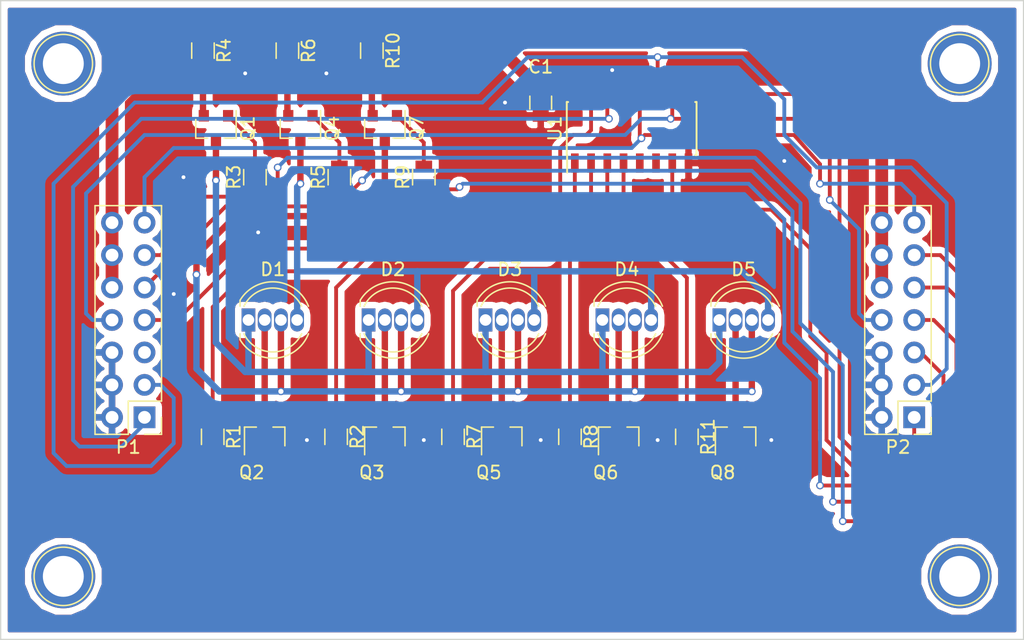
<source format=kicad_pcb>
(kicad_pcb (version 4) (host pcbnew 4.0.6)

  (general
    (links 87)
    (no_connects 0)
    (area 99.949999 69.949999 180.050001 120.050001)
    (thickness 1.6)
    (drawings 4)
    (tracks 284)
    (zones 0)
    (modules 45)
    (nets 39)
  )

  (page A4)
  (layers
    (0 F.Cu signal)
    (31 B.Cu signal)
    (32 B.Adhes user)
    (33 F.Adhes user)
    (34 B.Paste user)
    (35 F.Paste user)
    (36 B.SilkS user)
    (37 F.SilkS user)
    (38 B.Mask user)
    (39 F.Mask user)
    (40 Dwgs.User user)
    (41 Cmts.User user)
    (42 Eco1.User user)
    (43 Eco2.User user)
    (44 Edge.Cuts user)
    (45 Margin user)
    (46 B.CrtYd user)
    (47 F.CrtYd user)
    (48 B.Fab user)
    (49 F.Fab user)
  )

  (setup
    (last_trace_width 0.25)
    (user_trace_width 0.25)
    (user_trace_width 0.3)
    (user_trace_width 0.45)
    (user_trace_width 0.5)
    (user_trace_width 0.8)
    (user_trace_width 1)
    (user_trace_width 1.5)
    (user_trace_width 2)
    (trace_clearance 0.125)
    (zone_clearance 0.508)
    (zone_45_only no)
    (trace_min 0.2)
    (segment_width 0.2)
    (edge_width 0.1)
    (via_size 0.6)
    (via_drill 0.4)
    (via_min_size 0.4)
    (via_min_drill 0.3)
    (uvia_size 0.3)
    (uvia_drill 0.1)
    (uvias_allowed no)
    (uvia_min_size 0.2)
    (uvia_min_drill 0.1)
    (pcb_text_width 0.3)
    (pcb_text_size 1.5 1.5)
    (mod_edge_width 0.15)
    (mod_text_size 1 1)
    (mod_text_width 0.15)
    (pad_size 5 5)
    (pad_drill 3.2)
    (pad_to_mask_clearance 0)
    (aux_axis_origin 0 0)
    (visible_elements 7FFFFFFF)
    (pcbplotparams
      (layerselection 0x000f0_80000001)
      (usegerberextensions false)
      (excludeedgelayer true)
      (linewidth 0.100000)
      (plotframeref false)
      (viasonmask false)
      (mode 1)
      (useauxorigin false)
      (hpglpennumber 1)
      (hpglpenspeed 20)
      (hpglpendiameter 15)
      (hpglpenoverlay 2)
      (psnegative false)
      (psa4output false)
      (plotreference true)
      (plotvalue true)
      (plotinvisibletext false)
      (padsonsilk false)
      (subtractmaskfromsilk false)
      (outputformat 1)
      (mirror false)
      (drillshape 0)
      (scaleselection 1)
      (outputdirectory Gerber/))
  )

  (net 0 "")
  (net 1 +5V)
  (net 2 GND)
  (net 3 "Net-(D1-Pad1)")
  (net 4 "Net-(D1-Pad2)")
  (net 5 "Net-(D1-Pad3)")
  (net 6 "Net-(D1-Pad4)")
  (net 7 "Net-(D2-Pad2)")
  (net 8 "Net-(D3-Pad2)")
  (net 9 "Net-(D4-Pad2)")
  (net 10 "Net-(D5-Pad2)")
  (net 11 MOSI)
  (net 12 SCK)
  (net 13 "Net-(P1-Pad5)")
  (net 14 B)
  (net 15 RES)
  (net 16 G)
  (net 17 R)
  (net 18 LATCH)
  (net 19 D_OUT)
  (net 20 LED8)
  (net 21 "Net-(Q1-Pad1)")
  (net 22 "Net-(Q1-Pad2)")
  (net 23 "Net-(Q2-Pad1)")
  (net 24 "Net-(Q3-Pad1)")
  (net 25 "Net-(Q4-Pad1)")
  (net 26 "Net-(Q4-Pad2)")
  (net 27 "Net-(Q5-Pad1)")
  (net 28 "Net-(Q6-Pad1)")
  (net 29 "Net-(Q7-Pad1)")
  (net 30 "Net-(Q7-Pad2)")
  (net 31 "Net-(Q8-Pad1)")
  (net 32 LED1)
  (net 33 LED2)
  (net 34 LED3)
  (net 35 LED4)
  (net 36 LED5)
  (net 37 "Net-(U1-Pad5)")
  (net 38 "Net-(U1-Pad6)")

  (net_class Default "Dies ist die voreingestellte Netzklasse."
    (clearance 0.125)
    (trace_width 0.25)
    (via_dia 0.6)
    (via_drill 0.4)
    (uvia_dia 0.3)
    (uvia_drill 0.1)
    (add_net +5V)
    (add_net B)
    (add_net D_OUT)
    (add_net G)
    (add_net GND)
    (add_net LATCH)
    (add_net LED1)
    (add_net LED2)
    (add_net LED3)
    (add_net LED4)
    (add_net LED5)
    (add_net LED8)
    (add_net MOSI)
    (add_net "Net-(D1-Pad1)")
    (add_net "Net-(D1-Pad2)")
    (add_net "Net-(D1-Pad3)")
    (add_net "Net-(D1-Pad4)")
    (add_net "Net-(D2-Pad2)")
    (add_net "Net-(D3-Pad2)")
    (add_net "Net-(D4-Pad2)")
    (add_net "Net-(D5-Pad2)")
    (add_net "Net-(P1-Pad5)")
    (add_net "Net-(Q1-Pad1)")
    (add_net "Net-(Q1-Pad2)")
    (add_net "Net-(Q2-Pad1)")
    (add_net "Net-(Q3-Pad1)")
    (add_net "Net-(Q4-Pad1)")
    (add_net "Net-(Q4-Pad2)")
    (add_net "Net-(Q5-Pad1)")
    (add_net "Net-(Q6-Pad1)")
    (add_net "Net-(Q7-Pad1)")
    (add_net "Net-(Q7-Pad2)")
    (add_net "Net-(Q8-Pad1)")
    (add_net "Net-(U1-Pad5)")
    (add_net "Net-(U1-Pad6)")
    (add_net R)
    (add_net RES)
    (add_net SCK)
  )

  (module Connect:1pin (layer F.Cu) (tedit 5918A523) (tstamp 5918A58E)
    (at 175.006 115.062)
    (descr "module 1 pin (ou trou mecanique de percage)")
    (tags DEV)
    (fp_text reference REF** (at 0 -3.048) (layer F.SilkS) hide
      (effects (font (size 1 1) (thickness 0.15)))
    )
    (fp_text value 1pin (at 0 3) (layer F.Fab) hide
      (effects (font (size 1 1) (thickness 0.15)))
    )
    (fp_circle (center 0 0) (end 2 0.8) (layer F.Fab) (width 0.1))
    (fp_circle (center 0 0) (end 2.6 0) (layer F.CrtYd) (width 0.05))
    (fp_circle (center 0 0) (end 0 -2.286) (layer F.SilkS) (width 0.12))
    (pad 1 thru_hole circle (at 0 0) (size 5 5) (drill 3.2) (layers *.Cu *.Mask))
  )

  (module Connect:1pin (layer F.Cu) (tedit 5918A523) (tstamp 5918A567)
    (at 175.006 74.93)
    (descr "module 1 pin (ou trou mecanique de percage)")
    (tags DEV)
    (fp_text reference REF** (at 0 -3.048) (layer F.SilkS) hide
      (effects (font (size 1 1) (thickness 0.15)))
    )
    (fp_text value 1pin (at 0 3) (layer F.Fab) hide
      (effects (font (size 1 1) (thickness 0.15)))
    )
    (fp_circle (center 0 0) (end 2 0.8) (layer F.Fab) (width 0.1))
    (fp_circle (center 0 0) (end 2.6 0) (layer F.CrtYd) (width 0.05))
    (fp_circle (center 0 0) (end 0 -2.286) (layer F.SilkS) (width 0.12))
    (pad 1 thru_hole circle (at 0 0) (size 5 5) (drill 3.2) (layers *.Cu *.Mask))
  )

  (module Connect:1pin (layer F.Cu) (tedit 5918A523) (tstamp 5918A542)
    (at 104.902 115.062)
    (descr "module 1 pin (ou trou mecanique de percage)")
    (tags DEV)
    (fp_text reference REF** (at 0 -3.048) (layer F.SilkS) hide
      (effects (font (size 1 1) (thickness 0.15)))
    )
    (fp_text value 1pin (at 0 3) (layer F.Fab) hide
      (effects (font (size 1 1) (thickness 0.15)))
    )
    (fp_circle (center 0 0) (end 2 0.8) (layer F.Fab) (width 0.1))
    (fp_circle (center 0 0) (end 2.6 0) (layer F.CrtYd) (width 0.05))
    (fp_circle (center 0 0) (end 0 -2.286) (layer F.SilkS) (width 0.12))
    (pad 1 thru_hole circle (at 0 0) (size 5 5) (drill 3.2) (layers *.Cu *.Mask))
  )

  (module via:VIA-0.3mm (layer F.Cu) (tedit 5918A0A3) (tstamp 5918A3C7)
    (at 125.476 76.962)
    (fp_text reference REF** (at 0 0) (layer F.SilkS) hide
      (effects (font (size 1 1) (thickness 0.15)))
    )
    (fp_text value VIA-0.3mm (at 0 -2.54) (layer F.Fab) hide
      (effects (font (size 1 1) (thickness 0.15)))
    )
    (pad 1 thru_hole circle (at 0 -1.27) (size 0.5 0.5) (drill 0.3) (layers *.Cu)
      (net 2 GND) (zone_connect 2))
  )

  (module via:VIA-0.3mm (layer F.Cu) (tedit 5918A0A3) (tstamp 5918A3B8)
    (at 119.126 76.962)
    (fp_text reference REF** (at 0 0) (layer F.SilkS) hide
      (effects (font (size 1 1) (thickness 0.15)))
    )
    (fp_text value VIA-0.3mm (at 0 -2.54) (layer F.Fab) hide
      (effects (font (size 1 1) (thickness 0.15)))
    )
    (pad 1 thru_hole circle (at 0 -1.27) (size 0.5 0.5) (drill 0.3) (layers *.Cu)
      (net 2 GND) (zone_connect 2))
  )

  (module via:VIA-0.3mm (layer F.Cu) (tedit 5918A0A3) (tstamp 5918A3A9)
    (at 114.3 85.09)
    (fp_text reference REF** (at 0 0) (layer F.SilkS) hide
      (effects (font (size 1 1) (thickness 0.15)))
    )
    (fp_text value VIA-0.3mm (at 0 -2.54) (layer F.Fab) hide
      (effects (font (size 1 1) (thickness 0.15)))
    )
    (pad 1 thru_hole circle (at 0 -1.27) (size 0.5 0.5) (drill 0.3) (layers *.Cu)
      (net 2 GND) (zone_connect 2))
  )

  (module via:VIA-0.3mm (layer F.Cu) (tedit 5918A0A3) (tstamp 5918A392)
    (at 120.142 89.408)
    (fp_text reference REF** (at 0 0) (layer F.SilkS) hide
      (effects (font (size 1 1) (thickness 0.15)))
    )
    (fp_text value VIA-0.3mm (at 0 -2.54) (layer F.Fab) hide
      (effects (font (size 1 1) (thickness 0.15)))
    )
    (pad 1 thru_hole circle (at 0 -1.27) (size 0.5 0.5) (drill 0.3) (layers *.Cu)
      (net 2 GND) (zone_connect 2))
  )

  (module via:VIA-0.3mm (layer F.Cu) (tedit 5918A0A3) (tstamp 5918A38B)
    (at 113.538 94.234)
    (fp_text reference REF** (at 0 0) (layer F.SilkS) hide
      (effects (font (size 1 1) (thickness 0.15)))
    )
    (fp_text value VIA-0.3mm (at 0 -2.54) (layer F.Fab) hide
      (effects (font (size 1 1) (thickness 0.15)))
    )
    (pad 1 thru_hole circle (at 0 -1.27) (size 0.5 0.5) (drill 0.3) (layers *.Cu)
      (net 2 GND) (zone_connect 2))
  )

  (module Pin_Headers:Pin_Header_Straight_2x07_Pitch2.54mm (layer F.Cu) (tedit 58CD4EC5) (tstamp 59185BF5)
    (at 111.252 102.616 180)
    (descr "Through hole straight pin header, 2x07, 2.54mm pitch, double rows")
    (tags "Through hole pin header THT 2x07 2.54mm double row")
    (path /59135C81)
    (fp_text reference P1 (at 1.27 -2.33 180) (layer F.SilkS)
      (effects (font (size 1 1) (thickness 0.15)))
    )
    (fp_text value INPUT (at 1.27 17.57 180) (layer F.Fab)
      (effects (font (size 1 1) (thickness 0.15)))
    )
    (fp_line (start -1.27 -1.27) (end -1.27 16.51) (layer F.Fab) (width 0.1))
    (fp_line (start -1.27 16.51) (end 3.81 16.51) (layer F.Fab) (width 0.1))
    (fp_line (start 3.81 16.51) (end 3.81 -1.27) (layer F.Fab) (width 0.1))
    (fp_line (start 3.81 -1.27) (end -1.27 -1.27) (layer F.Fab) (width 0.1))
    (fp_line (start -1.33 1.27) (end -1.33 16.57) (layer F.SilkS) (width 0.12))
    (fp_line (start -1.33 16.57) (end 3.87 16.57) (layer F.SilkS) (width 0.12))
    (fp_line (start 3.87 16.57) (end 3.87 -1.33) (layer F.SilkS) (width 0.12))
    (fp_line (start 3.87 -1.33) (end 1.27 -1.33) (layer F.SilkS) (width 0.12))
    (fp_line (start 1.27 -1.33) (end 1.27 1.27) (layer F.SilkS) (width 0.12))
    (fp_line (start 1.27 1.27) (end -1.33 1.27) (layer F.SilkS) (width 0.12))
    (fp_line (start -1.33 0) (end -1.33 -1.33) (layer F.SilkS) (width 0.12))
    (fp_line (start -1.33 -1.33) (end 0 -1.33) (layer F.SilkS) (width 0.12))
    (fp_line (start -1.8 -1.8) (end -1.8 17.05) (layer F.CrtYd) (width 0.05))
    (fp_line (start -1.8 17.05) (end 4.35 17.05) (layer F.CrtYd) (width 0.05))
    (fp_line (start 4.35 17.05) (end 4.35 -1.8) (layer F.CrtYd) (width 0.05))
    (fp_line (start 4.35 -1.8) (end -1.8 -1.8) (layer F.CrtYd) (width 0.05))
    (fp_text user %R (at 1.27 -2.33 180) (layer F.Fab)
      (effects (font (size 1 1) (thickness 0.15)))
    )
    (pad 1 thru_hole rect (at 0 0 180) (size 1.7 1.7) (drill 1) (layers *.Cu *.Mask)
      (net 11 MOSI))
    (pad 2 thru_hole oval (at 2.54 0 180) (size 1.7 1.7) (drill 1) (layers *.Cu *.Mask)
      (net 2 GND))
    (pad 3 thru_hole oval (at 0 2.54 180) (size 1.7 1.7) (drill 1) (layers *.Cu *.Mask)
      (net 12 SCK))
    (pad 4 thru_hole oval (at 2.54 2.54 180) (size 1.7 1.7) (drill 1) (layers *.Cu *.Mask)
      (net 2 GND))
    (pad 5 thru_hole oval (at 0 5.08 180) (size 1.7 1.7) (drill 1) (layers *.Cu *.Mask)
      (net 13 "Net-(P1-Pad5)"))
    (pad 6 thru_hole oval (at 2.54 5.08 180) (size 1.7 1.7) (drill 1) (layers *.Cu *.Mask)
      (net 2 GND))
    (pad 7 thru_hole oval (at 0 7.62 180) (size 1.7 1.7) (drill 1) (layers *.Cu *.Mask)
      (net 14 B))
    (pad 8 thru_hole oval (at 2.54 7.62 180) (size 1.7 1.7) (drill 1) (layers *.Cu *.Mask)
      (net 15 RES))
    (pad 9 thru_hole oval (at 0 10.16 180) (size 1.7 1.7) (drill 1) (layers *.Cu *.Mask)
      (net 16 G))
    (pad 10 thru_hole oval (at 2.54 10.16 180) (size 1.7 1.7) (drill 1) (layers *.Cu *.Mask)
      (net 1 +5V))
    (pad 11 thru_hole oval (at 0 12.7 180) (size 1.7 1.7) (drill 1) (layers *.Cu *.Mask)
      (net 17 R))
    (pad 12 thru_hole oval (at 2.54 12.7 180) (size 1.7 1.7) (drill 1) (layers *.Cu *.Mask)
      (net 1 +5V))
    (pad 13 thru_hole oval (at 0 15.24 180) (size 1.7 1.7) (drill 1) (layers *.Cu *.Mask)
      (net 18 LATCH))
    (pad 14 thru_hole oval (at 2.54 15.24 180) (size 1.7 1.7) (drill 1) (layers *.Cu *.Mask)
      (net 1 +5V))
    (model ${KISYS3DMOD}/Pin_Headers.3dshapes/Pin_Header_Straight_2x07_Pitch2.54mm.wrl
      (at (xyz 0.05 -0.3 0))
      (scale (xyz 1 1 1))
      (rotate (xyz 0 0 90))
    )
  )

  (module via:VIA-0.3mm (layer F.Cu) (tedit 5918A0A3) (tstamp 5918A338)
    (at 147.828 76.708)
    (fp_text reference REF** (at 0 0) (layer F.SilkS) hide
      (effects (font (size 1 1) (thickness 0.15)))
    )
    (fp_text value VIA-0.3mm (at 0 -2.54) (layer F.Fab) hide
      (effects (font (size 1 1) (thickness 0.15)))
    )
    (pad 1 thru_hole circle (at 0 -1.27) (size 0.5 0.5) (drill 0.3) (layers *.Cu)
      (net 2 GND) (zone_connect 2))
  )

  (module via:VIA-0.3mm (layer F.Cu) (tedit 5918A0A3) (tstamp 5918A2C4)
    (at 123.952 105.664)
    (fp_text reference REF** (at 0 0) (layer F.SilkS) hide
      (effects (font (size 1 1) (thickness 0.15)))
    )
    (fp_text value VIA-0.3mm (at 0 -2.54) (layer F.Fab) hide
      (effects (font (size 1 1) (thickness 0.15)))
    )
    (pad 1 thru_hole circle (at 0 -1.27) (size 0.5 0.5) (drill 0.3) (layers *.Cu)
      (net 2 GND) (zone_connect 2))
  )

  (module via:VIA-0.3mm (layer F.Cu) (tedit 5918A0A3) (tstamp 5918A2BA)
    (at 133.096 105.664)
    (fp_text reference REF** (at 0 0) (layer F.SilkS) hide
      (effects (font (size 1 1) (thickness 0.15)))
    )
    (fp_text value VIA-0.3mm (at 0 -2.54) (layer F.Fab) hide
      (effects (font (size 1 1) (thickness 0.15)))
    )
    (pad 1 thru_hole circle (at 0 -1.27) (size 0.5 0.5) (drill 0.3) (layers *.Cu)
      (net 2 GND) (zone_connect 2))
  )

  (module via:VIA-0.3mm (layer F.Cu) (tedit 5918A0A3) (tstamp 5918A2B4)
    (at 142.24 105.664)
    (fp_text reference REF** (at 0 0) (layer F.SilkS) hide
      (effects (font (size 1 1) (thickness 0.15)))
    )
    (fp_text value VIA-0.3mm (at 0 -2.54) (layer F.Fab) hide
      (effects (font (size 1 1) (thickness 0.15)))
    )
    (pad 1 thru_hole circle (at 0 -1.27) (size 0.5 0.5) (drill 0.3) (layers *.Cu)
      (net 2 GND) (zone_connect 2))
  )

  (module via:VIA-0.3mm (layer F.Cu) (tedit 5918A0A3) (tstamp 5918A2AF)
    (at 151.384 105.664)
    (fp_text reference REF** (at 0 0) (layer F.SilkS) hide
      (effects (font (size 1 1) (thickness 0.15)))
    )
    (fp_text value VIA-0.3mm (at 0 -2.54) (layer F.Fab) hide
      (effects (font (size 1 1) (thickness 0.15)))
    )
    (pad 1 thru_hole circle (at 0 -1.27) (size 0.5 0.5) (drill 0.3) (layers *.Cu)
      (net 2 GND) (zone_connect 2))
  )

  (module via:VIA-0.3mm (layer F.Cu) (tedit 5918A0A3) (tstamp 5918A2A9)
    (at 160.274 105.664)
    (fp_text reference REF** (at 0 0) (layer F.SilkS) hide
      (effects (font (size 1 1) (thickness 0.15)))
    )
    (fp_text value VIA-0.3mm (at 0 -2.54) (layer F.Fab) hide
      (effects (font (size 1 1) (thickness 0.15)))
    )
    (pad 1 thru_hole circle (at 0 -1.27) (size 0.5 0.5) (drill 0.3) (layers *.Cu)
      (net 2 GND) (zone_connect 2))
  )

  (module via:VIA-0.3mm (layer F.Cu) (tedit 5918A0A3) (tstamp 5918A184)
    (at 139.446 79.248)
    (fp_text reference REF** (at 0 0) (layer F.SilkS) hide
      (effects (font (size 1 1) (thickness 0.15)))
    )
    (fp_text value VIA-0.3mm (at 0 -2.54) (layer F.Fab) hide
      (effects (font (size 1 1) (thickness 0.15)))
    )
    (pad 1 thru_hole circle (at 0 -1.27) (size 0.5 0.5) (drill 0.3) (layers *.Cu)
      (net 2 GND) (zone_connect 2))
  )

  (module via:VIA-0.3mm (layer F.Cu) (tedit 5918A0A3) (tstamp 5918A14F)
    (at 161.29 83.82)
    (fp_text reference REF** (at 0 0) (layer F.SilkS) hide
      (effects (font (size 1 1) (thickness 0.15)))
    )
    (fp_text value VIA-0.3mm (at 0 -2.54) (layer F.Fab) hide
      (effects (font (size 1 1) (thickness 0.15)))
    )
    (pad 1 thru_hole circle (at 0 -1.27) (size 0.5 0.5) (drill 0.3) (layers *.Cu)
      (net 2 GND) (zone_connect 2))
  )

  (module Capacitors_SMD:C_0805 (layer F.Cu) (tedit 5918A641) (tstamp 59185BBB)
    (at 142.24 77.978 270)
    (descr "Capacitor SMD 0805, reflow soldering, AVX (see smccp.pdf)")
    (tags "capacitor 0805")
    (path /59151BC0)
    (attr smd)
    (fp_text reference C1 (at -2.794 0 360) (layer F.SilkS)
      (effects (font (size 1 1) (thickness 0.15)))
    )
    (fp_text value 100n (at 0 1.75 270) (layer F.Fab)
      (effects (font (size 1 1) (thickness 0.15)))
    )
    (fp_text user %R (at 0 -1.5 270) (layer F.Fab)
      (effects (font (size 1 1) (thickness 0.15)))
    )
    (fp_line (start -1 0.62) (end -1 -0.62) (layer F.Fab) (width 0.1))
    (fp_line (start 1 0.62) (end -1 0.62) (layer F.Fab) (width 0.1))
    (fp_line (start 1 -0.62) (end 1 0.62) (layer F.Fab) (width 0.1))
    (fp_line (start -1 -0.62) (end 1 -0.62) (layer F.Fab) (width 0.1))
    (fp_line (start 0.5 -0.85) (end -0.5 -0.85) (layer F.SilkS) (width 0.12))
    (fp_line (start -0.5 0.85) (end 0.5 0.85) (layer F.SilkS) (width 0.12))
    (fp_line (start -1.75 -0.88) (end 1.75 -0.88) (layer F.CrtYd) (width 0.05))
    (fp_line (start -1.75 -0.88) (end -1.75 0.87) (layer F.CrtYd) (width 0.05))
    (fp_line (start 1.75 0.87) (end 1.75 -0.88) (layer F.CrtYd) (width 0.05))
    (fp_line (start 1.75 0.87) (end -1.75 0.87) (layer F.CrtYd) (width 0.05))
    (pad 1 smd rect (at -1 0 270) (size 1 1.25) (layers F.Cu F.Paste F.Mask)
      (net 1 +5V))
    (pad 2 smd rect (at 1 0 270) (size 1 1.25) (layers F.Cu F.Paste F.Mask)
      (net 2 GND))
    (model Capacitors_SMD.3dshapes/C_0805.wrl
      (at (xyz 0 0 0))
      (scale (xyz 1 1 1))
      (rotate (xyz 0 0 0))
    )
  )

  (module LEDs:LED_D5.0mm-4 (layer F.Cu) (tedit 587A3A7B) (tstamp 59185BC3)
    (at 119.38 94.996)
    (descr "LED, diameter 5.0mm, 2 pins, diameter 5.0mm, 3 pins, diameter 5.0mm, 4 pins, http://www.kingbright.com/attachments/file/psearch/000/00/00/L-154A4SUREQBFZGEW(Ver.9A).pdf")
    (tags "LED diameter 5.0mm 2 pins diameter 5.0mm 3 pins diameter 5.0mm 4 pins")
    (path /5913BD10)
    (fp_text reference D1 (at 1.905 -3.96) (layer F.SilkS)
      (effects (font (size 1 1) (thickness 0.15)))
    )
    (fp_text value LED_RCBG (at 1.905 3.96) (layer F.Fab)
      (effects (font (size 1 1) (thickness 0.15)))
    )
    (fp_arc (start 1.905 0) (end -0.595 -1.469694) (angle 299.1) (layer F.Fab) (width 0.1))
    (fp_arc (start 1.905 0) (end -0.655 -1.54483) (angle 127.7) (layer F.SilkS) (width 0.12))
    (fp_arc (start 1.905 0) (end -0.655 1.54483) (angle -127.7) (layer F.SilkS) (width 0.12))
    (fp_arc (start 1.905 0) (end -0.349684 -1.08) (angle 128.8) (layer F.SilkS) (width 0.12))
    (fp_arc (start 1.905 0) (end -0.349684 1.08) (angle -128.8) (layer F.SilkS) (width 0.12))
    (fp_circle (center 1.905 0) (end 4.405 0) (layer F.Fab) (width 0.1))
    (fp_line (start -0.595 -1.469694) (end -0.595 1.469694) (layer F.Fab) (width 0.1))
    (fp_line (start -0.655 -1.545) (end -0.655 -1.08) (layer F.SilkS) (width 0.12))
    (fp_line (start -0.655 1.08) (end -0.655 1.545) (layer F.SilkS) (width 0.12))
    (fp_line (start -1.35 -3.25) (end -1.35 3.25) (layer F.CrtYd) (width 0.05))
    (fp_line (start -1.35 3.25) (end 5.15 3.25) (layer F.CrtYd) (width 0.05))
    (fp_line (start 5.15 3.25) (end 5.15 -3.25) (layer F.CrtYd) (width 0.05))
    (fp_line (start 5.15 -3.25) (end -1.35 -3.25) (layer F.CrtYd) (width 0.05))
    (pad 1 thru_hole rect (at 0 0) (size 1.07 1.8) (drill 0.9) (layers *.Cu *.Mask)
      (net 3 "Net-(D1-Pad1)"))
    (pad 2 thru_hole oval (at 1.27 0) (size 1.07 1.8) (drill 0.9) (layers *.Cu *.Mask)
      (net 4 "Net-(D1-Pad2)"))
    (pad 3 thru_hole oval (at 2.54 0) (size 1.07 1.8) (drill 0.9) (layers *.Cu *.Mask)
      (net 5 "Net-(D1-Pad3)"))
    (pad 4 thru_hole oval (at 3.81 0) (size 1.07 1.8) (drill 0.9) (layers *.Cu *.Mask)
      (net 6 "Net-(D1-Pad4)"))
    (model LEDs.3dshapes/LED_D5.0mm-4.wrl
      (at (xyz 0 0 0))
      (scale (xyz 0.393701 0.393701 0.393701))
      (rotate (xyz 0 0 0))
    )
  )

  (module LEDs:LED_D5.0mm-4 (layer F.Cu) (tedit 587A3A7B) (tstamp 59185BCB)
    (at 128.778 94.996)
    (descr "LED, diameter 5.0mm, 2 pins, diameter 5.0mm, 3 pins, diameter 5.0mm, 4 pins, http://www.kingbright.com/attachments/file/psearch/000/00/00/L-154A4SUREQBFZGEW(Ver.9A).pdf")
    (tags "LED diameter 5.0mm 2 pins diameter 5.0mm 3 pins diameter 5.0mm 4 pins")
    (path /59140B8F)
    (fp_text reference D2 (at 1.905 -3.96) (layer F.SilkS)
      (effects (font (size 1 1) (thickness 0.15)))
    )
    (fp_text value LED_RCBG (at 1.905 3.96) (layer F.Fab)
      (effects (font (size 1 1) (thickness 0.15)))
    )
    (fp_arc (start 1.905 0) (end -0.595 -1.469694) (angle 299.1) (layer F.Fab) (width 0.1))
    (fp_arc (start 1.905 0) (end -0.655 -1.54483) (angle 127.7) (layer F.SilkS) (width 0.12))
    (fp_arc (start 1.905 0) (end -0.655 1.54483) (angle -127.7) (layer F.SilkS) (width 0.12))
    (fp_arc (start 1.905 0) (end -0.349684 -1.08) (angle 128.8) (layer F.SilkS) (width 0.12))
    (fp_arc (start 1.905 0) (end -0.349684 1.08) (angle -128.8) (layer F.SilkS) (width 0.12))
    (fp_circle (center 1.905 0) (end 4.405 0) (layer F.Fab) (width 0.1))
    (fp_line (start -0.595 -1.469694) (end -0.595 1.469694) (layer F.Fab) (width 0.1))
    (fp_line (start -0.655 -1.545) (end -0.655 -1.08) (layer F.SilkS) (width 0.12))
    (fp_line (start -0.655 1.08) (end -0.655 1.545) (layer F.SilkS) (width 0.12))
    (fp_line (start -1.35 -3.25) (end -1.35 3.25) (layer F.CrtYd) (width 0.05))
    (fp_line (start -1.35 3.25) (end 5.15 3.25) (layer F.CrtYd) (width 0.05))
    (fp_line (start 5.15 3.25) (end 5.15 -3.25) (layer F.CrtYd) (width 0.05))
    (fp_line (start 5.15 -3.25) (end -1.35 -3.25) (layer F.CrtYd) (width 0.05))
    (pad 1 thru_hole rect (at 0 0) (size 1.07 1.8) (drill 0.9) (layers *.Cu *.Mask)
      (net 3 "Net-(D1-Pad1)"))
    (pad 2 thru_hole oval (at 1.27 0) (size 1.07 1.8) (drill 0.9) (layers *.Cu *.Mask)
      (net 7 "Net-(D2-Pad2)"))
    (pad 3 thru_hole oval (at 2.54 0) (size 1.07 1.8) (drill 0.9) (layers *.Cu *.Mask)
      (net 5 "Net-(D1-Pad3)"))
    (pad 4 thru_hole oval (at 3.81 0) (size 1.07 1.8) (drill 0.9) (layers *.Cu *.Mask)
      (net 6 "Net-(D1-Pad4)"))
    (model LEDs.3dshapes/LED_D5.0mm-4.wrl
      (at (xyz 0 0 0))
      (scale (xyz 0.393701 0.393701 0.393701))
      (rotate (xyz 0 0 0))
    )
  )

  (module LEDs:LED_D5.0mm-4 (layer F.Cu) (tedit 587A3A7B) (tstamp 59185BD3)
    (at 137.922 94.996)
    (descr "LED, diameter 5.0mm, 2 pins, diameter 5.0mm, 3 pins, diameter 5.0mm, 4 pins, http://www.kingbright.com/attachments/file/psearch/000/00/00/L-154A4SUREQBFZGEW(Ver.9A).pdf")
    (tags "LED diameter 5.0mm 2 pins diameter 5.0mm 3 pins diameter 5.0mm 4 pins")
    (path /5913F96F)
    (fp_text reference D3 (at 1.905 -3.96) (layer F.SilkS)
      (effects (font (size 1 1) (thickness 0.15)))
    )
    (fp_text value LED_RCBG (at 1.905 3.96) (layer F.Fab)
      (effects (font (size 1 1) (thickness 0.15)))
    )
    (fp_arc (start 1.905 0) (end -0.595 -1.469694) (angle 299.1) (layer F.Fab) (width 0.1))
    (fp_arc (start 1.905 0) (end -0.655 -1.54483) (angle 127.7) (layer F.SilkS) (width 0.12))
    (fp_arc (start 1.905 0) (end -0.655 1.54483) (angle -127.7) (layer F.SilkS) (width 0.12))
    (fp_arc (start 1.905 0) (end -0.349684 -1.08) (angle 128.8) (layer F.SilkS) (width 0.12))
    (fp_arc (start 1.905 0) (end -0.349684 1.08) (angle -128.8) (layer F.SilkS) (width 0.12))
    (fp_circle (center 1.905 0) (end 4.405 0) (layer F.Fab) (width 0.1))
    (fp_line (start -0.595 -1.469694) (end -0.595 1.469694) (layer F.Fab) (width 0.1))
    (fp_line (start -0.655 -1.545) (end -0.655 -1.08) (layer F.SilkS) (width 0.12))
    (fp_line (start -0.655 1.08) (end -0.655 1.545) (layer F.SilkS) (width 0.12))
    (fp_line (start -1.35 -3.25) (end -1.35 3.25) (layer F.CrtYd) (width 0.05))
    (fp_line (start -1.35 3.25) (end 5.15 3.25) (layer F.CrtYd) (width 0.05))
    (fp_line (start 5.15 3.25) (end 5.15 -3.25) (layer F.CrtYd) (width 0.05))
    (fp_line (start 5.15 -3.25) (end -1.35 -3.25) (layer F.CrtYd) (width 0.05))
    (pad 1 thru_hole rect (at 0 0) (size 1.07 1.8) (drill 0.9) (layers *.Cu *.Mask)
      (net 3 "Net-(D1-Pad1)"))
    (pad 2 thru_hole oval (at 1.27 0) (size 1.07 1.8) (drill 0.9) (layers *.Cu *.Mask)
      (net 8 "Net-(D3-Pad2)"))
    (pad 3 thru_hole oval (at 2.54 0) (size 1.07 1.8) (drill 0.9) (layers *.Cu *.Mask)
      (net 5 "Net-(D1-Pad3)"))
    (pad 4 thru_hole oval (at 3.81 0) (size 1.07 1.8) (drill 0.9) (layers *.Cu *.Mask)
      (net 6 "Net-(D1-Pad4)"))
    (model LEDs.3dshapes/LED_D5.0mm-4.wrl
      (at (xyz 0 0 0))
      (scale (xyz 0.393701 0.393701 0.393701))
      (rotate (xyz 0 0 0))
    )
  )

  (module LEDs:LED_D5.0mm-4 (layer F.Cu) (tedit 587A3A7B) (tstamp 59185BDB)
    (at 147.066 94.996)
    (descr "LED, diameter 5.0mm, 2 pins, diameter 5.0mm, 3 pins, diameter 5.0mm, 4 pins, http://www.kingbright.com/attachments/file/psearch/000/00/00/L-154A4SUREQBFZGEW(Ver.9A).pdf")
    (tags "LED diameter 5.0mm 2 pins diameter 5.0mm 3 pins diameter 5.0mm 4 pins")
    (path /59140BA5)
    (fp_text reference D4 (at 1.905 -3.96) (layer F.SilkS)
      (effects (font (size 1 1) (thickness 0.15)))
    )
    (fp_text value LED_RCBG (at 1.905 3.96) (layer F.Fab)
      (effects (font (size 1 1) (thickness 0.15)))
    )
    (fp_arc (start 1.905 0) (end -0.595 -1.469694) (angle 299.1) (layer F.Fab) (width 0.1))
    (fp_arc (start 1.905 0) (end -0.655 -1.54483) (angle 127.7) (layer F.SilkS) (width 0.12))
    (fp_arc (start 1.905 0) (end -0.655 1.54483) (angle -127.7) (layer F.SilkS) (width 0.12))
    (fp_arc (start 1.905 0) (end -0.349684 -1.08) (angle 128.8) (layer F.SilkS) (width 0.12))
    (fp_arc (start 1.905 0) (end -0.349684 1.08) (angle -128.8) (layer F.SilkS) (width 0.12))
    (fp_circle (center 1.905 0) (end 4.405 0) (layer F.Fab) (width 0.1))
    (fp_line (start -0.595 -1.469694) (end -0.595 1.469694) (layer F.Fab) (width 0.1))
    (fp_line (start -0.655 -1.545) (end -0.655 -1.08) (layer F.SilkS) (width 0.12))
    (fp_line (start -0.655 1.08) (end -0.655 1.545) (layer F.SilkS) (width 0.12))
    (fp_line (start -1.35 -3.25) (end -1.35 3.25) (layer F.CrtYd) (width 0.05))
    (fp_line (start -1.35 3.25) (end 5.15 3.25) (layer F.CrtYd) (width 0.05))
    (fp_line (start 5.15 3.25) (end 5.15 -3.25) (layer F.CrtYd) (width 0.05))
    (fp_line (start 5.15 -3.25) (end -1.35 -3.25) (layer F.CrtYd) (width 0.05))
    (pad 1 thru_hole rect (at 0 0) (size 1.07 1.8) (drill 0.9) (layers *.Cu *.Mask)
      (net 3 "Net-(D1-Pad1)"))
    (pad 2 thru_hole oval (at 1.27 0) (size 1.07 1.8) (drill 0.9) (layers *.Cu *.Mask)
      (net 9 "Net-(D4-Pad2)"))
    (pad 3 thru_hole oval (at 2.54 0) (size 1.07 1.8) (drill 0.9) (layers *.Cu *.Mask)
      (net 5 "Net-(D1-Pad3)"))
    (pad 4 thru_hole oval (at 3.81 0) (size 1.07 1.8) (drill 0.9) (layers *.Cu *.Mask)
      (net 6 "Net-(D1-Pad4)"))
    (model LEDs.3dshapes/LED_D5.0mm-4.wrl
      (at (xyz 0 0 0))
      (scale (xyz 0.393701 0.393701 0.393701))
      (rotate (xyz 0 0 0))
    )
  )

  (module LEDs:LED_D5.0mm-4 (layer F.Cu) (tedit 587A3A7B) (tstamp 59185BE3)
    (at 156.21 94.996)
    (descr "LED, diameter 5.0mm, 2 pins, diameter 5.0mm, 3 pins, diameter 5.0mm, 4 pins, http://www.kingbright.com/attachments/file/psearch/000/00/00/L-154A4SUREQBFZGEW(Ver.9A).pdf")
    (tags "LED diameter 5.0mm 2 pins diameter 5.0mm 3 pins diameter 5.0mm 4 pins")
    (path /5913FB2C)
    (fp_text reference D5 (at 1.905 -3.96) (layer F.SilkS)
      (effects (font (size 1 1) (thickness 0.15)))
    )
    (fp_text value LED_RCBG (at 1.905 3.96) (layer F.Fab)
      (effects (font (size 1 1) (thickness 0.15)))
    )
    (fp_arc (start 1.905 0) (end -0.595 -1.469694) (angle 299.1) (layer F.Fab) (width 0.1))
    (fp_arc (start 1.905 0) (end -0.655 -1.54483) (angle 127.7) (layer F.SilkS) (width 0.12))
    (fp_arc (start 1.905 0) (end -0.655 1.54483) (angle -127.7) (layer F.SilkS) (width 0.12))
    (fp_arc (start 1.905 0) (end -0.349684 -1.08) (angle 128.8) (layer F.SilkS) (width 0.12))
    (fp_arc (start 1.905 0) (end -0.349684 1.08) (angle -128.8) (layer F.SilkS) (width 0.12))
    (fp_circle (center 1.905 0) (end 4.405 0) (layer F.Fab) (width 0.1))
    (fp_line (start -0.595 -1.469694) (end -0.595 1.469694) (layer F.Fab) (width 0.1))
    (fp_line (start -0.655 -1.545) (end -0.655 -1.08) (layer F.SilkS) (width 0.12))
    (fp_line (start -0.655 1.08) (end -0.655 1.545) (layer F.SilkS) (width 0.12))
    (fp_line (start -1.35 -3.25) (end -1.35 3.25) (layer F.CrtYd) (width 0.05))
    (fp_line (start -1.35 3.25) (end 5.15 3.25) (layer F.CrtYd) (width 0.05))
    (fp_line (start 5.15 3.25) (end 5.15 -3.25) (layer F.CrtYd) (width 0.05))
    (fp_line (start 5.15 -3.25) (end -1.35 -3.25) (layer F.CrtYd) (width 0.05))
    (pad 1 thru_hole rect (at 0 0) (size 1.07 1.8) (drill 0.9) (layers *.Cu *.Mask)
      (net 3 "Net-(D1-Pad1)"))
    (pad 2 thru_hole oval (at 1.27 0) (size 1.07 1.8) (drill 0.9) (layers *.Cu *.Mask)
      (net 10 "Net-(D5-Pad2)"))
    (pad 3 thru_hole oval (at 2.54 0) (size 1.07 1.8) (drill 0.9) (layers *.Cu *.Mask)
      (net 5 "Net-(D1-Pad3)"))
    (pad 4 thru_hole oval (at 3.81 0) (size 1.07 1.8) (drill 0.9) (layers *.Cu *.Mask)
      (net 6 "Net-(D1-Pad4)"))
    (model LEDs.3dshapes/LED_D5.0mm-4.wrl
      (at (xyz 0 0 0))
      (scale (xyz 0.393701 0.393701 0.393701))
      (rotate (xyz 0 0 0))
    )
  )

  (module Pin_Headers:Pin_Header_Straight_2x07_Pitch2.54mm (layer F.Cu) (tedit 58CD4EC5) (tstamp 59185C07)
    (at 171.45 102.616 180)
    (descr "Through hole straight pin header, 2x07, 2.54mm pitch, double rows")
    (tags "Through hole pin header THT 2x07 2.54mm double row")
    (path /5913E33D)
    (fp_text reference P2 (at 1.27 -2.33 180) (layer F.SilkS)
      (effects (font (size 1 1) (thickness 0.15)))
    )
    (fp_text value OUTPUT (at 1.27 17.57 180) (layer F.Fab)
      (effects (font (size 1 1) (thickness 0.15)))
    )
    (fp_line (start -1.27 -1.27) (end -1.27 16.51) (layer F.Fab) (width 0.1))
    (fp_line (start -1.27 16.51) (end 3.81 16.51) (layer F.Fab) (width 0.1))
    (fp_line (start 3.81 16.51) (end 3.81 -1.27) (layer F.Fab) (width 0.1))
    (fp_line (start 3.81 -1.27) (end -1.27 -1.27) (layer F.Fab) (width 0.1))
    (fp_line (start -1.33 1.27) (end -1.33 16.57) (layer F.SilkS) (width 0.12))
    (fp_line (start -1.33 16.57) (end 3.87 16.57) (layer F.SilkS) (width 0.12))
    (fp_line (start 3.87 16.57) (end 3.87 -1.33) (layer F.SilkS) (width 0.12))
    (fp_line (start 3.87 -1.33) (end 1.27 -1.33) (layer F.SilkS) (width 0.12))
    (fp_line (start 1.27 -1.33) (end 1.27 1.27) (layer F.SilkS) (width 0.12))
    (fp_line (start 1.27 1.27) (end -1.33 1.27) (layer F.SilkS) (width 0.12))
    (fp_line (start -1.33 0) (end -1.33 -1.33) (layer F.SilkS) (width 0.12))
    (fp_line (start -1.33 -1.33) (end 0 -1.33) (layer F.SilkS) (width 0.12))
    (fp_line (start -1.8 -1.8) (end -1.8 17.05) (layer F.CrtYd) (width 0.05))
    (fp_line (start -1.8 17.05) (end 4.35 17.05) (layer F.CrtYd) (width 0.05))
    (fp_line (start 4.35 17.05) (end 4.35 -1.8) (layer F.CrtYd) (width 0.05))
    (fp_line (start 4.35 -1.8) (end -1.8 -1.8) (layer F.CrtYd) (width 0.05))
    (fp_text user %R (at 1.27 -2.33 180) (layer F.Fab)
      (effects (font (size 1 1) (thickness 0.15)))
    )
    (pad 1 thru_hole rect (at 0 0 180) (size 1.7 1.7) (drill 1) (layers *.Cu *.Mask)
      (net 19 D_OUT))
    (pad 2 thru_hole oval (at 2.54 0 180) (size 1.7 1.7) (drill 1) (layers *.Cu *.Mask)
      (net 2 GND))
    (pad 3 thru_hole oval (at 0 2.54 180) (size 1.7 1.7) (drill 1) (layers *.Cu *.Mask)
      (net 12 SCK))
    (pad 4 thru_hole oval (at 2.54 2.54 180) (size 1.7 1.7) (drill 1) (layers *.Cu *.Mask)
      (net 2 GND))
    (pad 5 thru_hole oval (at 0 5.08 180) (size 1.7 1.7) (drill 1) (layers *.Cu *.Mask)
      (net 20 LED8))
    (pad 6 thru_hole oval (at 2.54 5.08 180) (size 1.7 1.7) (drill 1) (layers *.Cu *.Mask)
      (net 2 GND))
    (pad 7 thru_hole oval (at 0 7.62 180) (size 1.7 1.7) (drill 1) (layers *.Cu *.Mask)
      (net 14 B))
    (pad 8 thru_hole oval (at 2.54 7.62 180) (size 1.7 1.7) (drill 1) (layers *.Cu *.Mask)
      (net 15 RES))
    (pad 9 thru_hole oval (at 0 10.16 180) (size 1.7 1.7) (drill 1) (layers *.Cu *.Mask)
      (net 16 G))
    (pad 10 thru_hole oval (at 2.54 10.16 180) (size 1.7 1.7) (drill 1) (layers *.Cu *.Mask)
      (net 1 +5V))
    (pad 11 thru_hole oval (at 0 12.7 180) (size 1.7 1.7) (drill 1) (layers *.Cu *.Mask)
      (net 17 R))
    (pad 12 thru_hole oval (at 2.54 12.7 180) (size 1.7 1.7) (drill 1) (layers *.Cu *.Mask)
      (net 1 +5V))
    (pad 13 thru_hole oval (at 0 15.24 180) (size 1.7 1.7) (drill 1) (layers *.Cu *.Mask)
      (net 18 LATCH))
    (pad 14 thru_hole oval (at 2.54 15.24 180) (size 1.7 1.7) (drill 1) (layers *.Cu *.Mask)
      (net 1 +5V))
    (model ${KISYS3DMOD}/Pin_Headers.3dshapes/Pin_Header_Straight_2x07_Pitch2.54mm.wrl
      (at (xyz 0.05 -0.3 0))
      (scale (xyz 1 1 1))
      (rotate (xyz 0 0 90))
    )
  )

  (module TO_SOT_Packages_SMD:SOT-23 (layer F.Cu) (tedit 58CE4E7E) (tstamp 59185C0E)
    (at 116.84 80.01 270)
    (descr "SOT-23, Standard")
    (tags SOT-23)
    (path /59175917)
    (attr smd)
    (fp_text reference Q1 (at 0 -2.5 270) (layer F.SilkS)
      (effects (font (size 1 1) (thickness 0.15)))
    )
    (fp_text value Q_PNP_BEC (at 0 2.5 270) (layer F.Fab)
      (effects (font (size 1 1) (thickness 0.15)))
    )
    (fp_text user %R (at 0 0 270) (layer F.Fab)
      (effects (font (size 0.5 0.5) (thickness 0.075)))
    )
    (fp_line (start -0.7 -0.95) (end -0.7 1.5) (layer F.Fab) (width 0.1))
    (fp_line (start -0.15 -1.52) (end 0.7 -1.52) (layer F.Fab) (width 0.1))
    (fp_line (start -0.7 -0.95) (end -0.15 -1.52) (layer F.Fab) (width 0.1))
    (fp_line (start 0.7 -1.52) (end 0.7 1.52) (layer F.Fab) (width 0.1))
    (fp_line (start -0.7 1.52) (end 0.7 1.52) (layer F.Fab) (width 0.1))
    (fp_line (start 0.76 1.58) (end 0.76 0.65) (layer F.SilkS) (width 0.12))
    (fp_line (start 0.76 -1.58) (end 0.76 -0.65) (layer F.SilkS) (width 0.12))
    (fp_line (start -1.7 -1.75) (end 1.7 -1.75) (layer F.CrtYd) (width 0.05))
    (fp_line (start 1.7 -1.75) (end 1.7 1.75) (layer F.CrtYd) (width 0.05))
    (fp_line (start 1.7 1.75) (end -1.7 1.75) (layer F.CrtYd) (width 0.05))
    (fp_line (start -1.7 1.75) (end -1.7 -1.75) (layer F.CrtYd) (width 0.05))
    (fp_line (start 0.76 -1.58) (end -1.4 -1.58) (layer F.SilkS) (width 0.12))
    (fp_line (start 0.76 1.58) (end -0.7 1.58) (layer F.SilkS) (width 0.12))
    (pad 1 smd rect (at -1 -0.95 270) (size 0.9 0.8) (layers F.Cu F.Paste F.Mask)
      (net 21 "Net-(Q1-Pad1)"))
    (pad 2 smd rect (at -1 0.95 270) (size 0.9 0.8) (layers F.Cu F.Paste F.Mask)
      (net 22 "Net-(Q1-Pad2)"))
    (pad 3 smd rect (at 1 0 270) (size 0.9 0.8) (layers F.Cu F.Paste F.Mask)
      (net 3 "Net-(D1-Pad1)"))
    (model ${KISYS3DMOD}/TO_SOT_Packages_SMD.3dshapes/SOT-23.wrl
      (at (xyz 0 0 0))
      (scale (xyz 1 1 1))
      (rotate (xyz 0 0 0))
    )
  )

  (module TO_SOT_Packages_SMD:SOT-23 (layer F.Cu) (tedit 5918A2CD) (tstamp 59185C15)
    (at 120.65 104.14 90)
    (descr "SOT-23, Standard")
    (tags SOT-23)
    (path /59173CB6)
    (attr smd)
    (fp_text reference Q2 (at -2.794 -1.016 180) (layer F.SilkS)
      (effects (font (size 1 1) (thickness 0.15)))
    )
    (fp_text value BC849 (at 0 2.5 90) (layer F.Fab)
      (effects (font (size 1 1) (thickness 0.15)))
    )
    (fp_text user %R (at 0 0 90) (layer F.Fab)
      (effects (font (size 0.5 0.5) (thickness 0.075)))
    )
    (fp_line (start -0.7 -0.95) (end -0.7 1.5) (layer F.Fab) (width 0.1))
    (fp_line (start -0.15 -1.52) (end 0.7 -1.52) (layer F.Fab) (width 0.1))
    (fp_line (start -0.7 -0.95) (end -0.15 -1.52) (layer F.Fab) (width 0.1))
    (fp_line (start 0.7 -1.52) (end 0.7 1.52) (layer F.Fab) (width 0.1))
    (fp_line (start -0.7 1.52) (end 0.7 1.52) (layer F.Fab) (width 0.1))
    (fp_line (start 0.76 1.58) (end 0.76 0.65) (layer F.SilkS) (width 0.12))
    (fp_line (start 0.76 -1.58) (end 0.76 -0.65) (layer F.SilkS) (width 0.12))
    (fp_line (start -1.7 -1.75) (end 1.7 -1.75) (layer F.CrtYd) (width 0.05))
    (fp_line (start 1.7 -1.75) (end 1.7 1.75) (layer F.CrtYd) (width 0.05))
    (fp_line (start 1.7 1.75) (end -1.7 1.75) (layer F.CrtYd) (width 0.05))
    (fp_line (start -1.7 1.75) (end -1.7 -1.75) (layer F.CrtYd) (width 0.05))
    (fp_line (start 0.76 -1.58) (end -1.4 -1.58) (layer F.SilkS) (width 0.12))
    (fp_line (start 0.76 1.58) (end -0.7 1.58) (layer F.SilkS) (width 0.12))
    (pad 1 smd rect (at -1 -0.95 90) (size 0.9 0.8) (layers F.Cu F.Paste F.Mask)
      (net 23 "Net-(Q2-Pad1)"))
    (pad 2 smd rect (at -1 0.95 90) (size 0.9 0.8) (layers F.Cu F.Paste F.Mask)
      (net 2 GND))
    (pad 3 smd rect (at 1 0 90) (size 0.9 0.8) (layers F.Cu F.Paste F.Mask)
      (net 4 "Net-(D1-Pad2)"))
    (model ${KISYS3DMOD}/TO_SOT_Packages_SMD.3dshapes/SOT-23.wrl
      (at (xyz 0 0 0))
      (scale (xyz 1 1 1))
      (rotate (xyz 0 0 0))
    )
  )

  (module TO_SOT_Packages_SMD:SOT-23 (layer F.Cu) (tedit 5918A2D2) (tstamp 59185C1C)
    (at 130.048 104.14 90)
    (descr "SOT-23, Standard")
    (tags SOT-23)
    (path /591747FD)
    (attr smd)
    (fp_text reference Q3 (at -2.794 -1.016 180) (layer F.SilkS)
      (effects (font (size 1 1) (thickness 0.15)))
    )
    (fp_text value BC849 (at 0 2.5 90) (layer F.Fab)
      (effects (font (size 1 1) (thickness 0.15)))
    )
    (fp_text user %R (at 0 0 90) (layer F.Fab)
      (effects (font (size 0.5 0.5) (thickness 0.075)))
    )
    (fp_line (start -0.7 -0.95) (end -0.7 1.5) (layer F.Fab) (width 0.1))
    (fp_line (start -0.15 -1.52) (end 0.7 -1.52) (layer F.Fab) (width 0.1))
    (fp_line (start -0.7 -0.95) (end -0.15 -1.52) (layer F.Fab) (width 0.1))
    (fp_line (start 0.7 -1.52) (end 0.7 1.52) (layer F.Fab) (width 0.1))
    (fp_line (start -0.7 1.52) (end 0.7 1.52) (layer F.Fab) (width 0.1))
    (fp_line (start 0.76 1.58) (end 0.76 0.65) (layer F.SilkS) (width 0.12))
    (fp_line (start 0.76 -1.58) (end 0.76 -0.65) (layer F.SilkS) (width 0.12))
    (fp_line (start -1.7 -1.75) (end 1.7 -1.75) (layer F.CrtYd) (width 0.05))
    (fp_line (start 1.7 -1.75) (end 1.7 1.75) (layer F.CrtYd) (width 0.05))
    (fp_line (start 1.7 1.75) (end -1.7 1.75) (layer F.CrtYd) (width 0.05))
    (fp_line (start -1.7 1.75) (end -1.7 -1.75) (layer F.CrtYd) (width 0.05))
    (fp_line (start 0.76 -1.58) (end -1.4 -1.58) (layer F.SilkS) (width 0.12))
    (fp_line (start 0.76 1.58) (end -0.7 1.58) (layer F.SilkS) (width 0.12))
    (pad 1 smd rect (at -1 -0.95 90) (size 0.9 0.8) (layers F.Cu F.Paste F.Mask)
      (net 24 "Net-(Q3-Pad1)"))
    (pad 2 smd rect (at -1 0.95 90) (size 0.9 0.8) (layers F.Cu F.Paste F.Mask)
      (net 2 GND))
    (pad 3 smd rect (at 1 0 90) (size 0.9 0.8) (layers F.Cu F.Paste F.Mask)
      (net 7 "Net-(D2-Pad2)"))
    (model ${KISYS3DMOD}/TO_SOT_Packages_SMD.3dshapes/SOT-23.wrl
      (at (xyz 0 0 0))
      (scale (xyz 1 1 1))
      (rotate (xyz 0 0 0))
    )
  )

  (module TO_SOT_Packages_SMD:SOT-23 (layer F.Cu) (tedit 58CE4E7E) (tstamp 59185C23)
    (at 123.444 80.01 270)
    (descr "SOT-23, Standard")
    (tags SOT-23)
    (path /591759CE)
    (attr smd)
    (fp_text reference Q4 (at 0 -2.5 270) (layer F.SilkS)
      (effects (font (size 1 1) (thickness 0.15)))
    )
    (fp_text value Q_PNP_BEC (at 0 2.5 270) (layer F.Fab)
      (effects (font (size 1 1) (thickness 0.15)))
    )
    (fp_text user %R (at 0 0 270) (layer F.Fab)
      (effects (font (size 0.5 0.5) (thickness 0.075)))
    )
    (fp_line (start -0.7 -0.95) (end -0.7 1.5) (layer F.Fab) (width 0.1))
    (fp_line (start -0.15 -1.52) (end 0.7 -1.52) (layer F.Fab) (width 0.1))
    (fp_line (start -0.7 -0.95) (end -0.15 -1.52) (layer F.Fab) (width 0.1))
    (fp_line (start 0.7 -1.52) (end 0.7 1.52) (layer F.Fab) (width 0.1))
    (fp_line (start -0.7 1.52) (end 0.7 1.52) (layer F.Fab) (width 0.1))
    (fp_line (start 0.76 1.58) (end 0.76 0.65) (layer F.SilkS) (width 0.12))
    (fp_line (start 0.76 -1.58) (end 0.76 -0.65) (layer F.SilkS) (width 0.12))
    (fp_line (start -1.7 -1.75) (end 1.7 -1.75) (layer F.CrtYd) (width 0.05))
    (fp_line (start 1.7 -1.75) (end 1.7 1.75) (layer F.CrtYd) (width 0.05))
    (fp_line (start 1.7 1.75) (end -1.7 1.75) (layer F.CrtYd) (width 0.05))
    (fp_line (start -1.7 1.75) (end -1.7 -1.75) (layer F.CrtYd) (width 0.05))
    (fp_line (start 0.76 -1.58) (end -1.4 -1.58) (layer F.SilkS) (width 0.12))
    (fp_line (start 0.76 1.58) (end -0.7 1.58) (layer F.SilkS) (width 0.12))
    (pad 1 smd rect (at -1 -0.95 270) (size 0.9 0.8) (layers F.Cu F.Paste F.Mask)
      (net 25 "Net-(Q4-Pad1)"))
    (pad 2 smd rect (at -1 0.95 270) (size 0.9 0.8) (layers F.Cu F.Paste F.Mask)
      (net 26 "Net-(Q4-Pad2)"))
    (pad 3 smd rect (at 1 0 270) (size 0.9 0.8) (layers F.Cu F.Paste F.Mask)
      (net 6 "Net-(D1-Pad4)"))
    (model ${KISYS3DMOD}/TO_SOT_Packages_SMD.3dshapes/SOT-23.wrl
      (at (xyz 0 0 0))
      (scale (xyz 1 1 1))
      (rotate (xyz 0 0 0))
    )
  )

  (module TO_SOT_Packages_SMD:SOT-23 (layer F.Cu) (tedit 5918A2D9) (tstamp 59185C2A)
    (at 139.192 104.14 90)
    (descr "SOT-23, Standard")
    (tags SOT-23)
    (path /591744BE)
    (attr smd)
    (fp_text reference Q5 (at -2.794 -1.016 180) (layer F.SilkS)
      (effects (font (size 1 1) (thickness 0.15)))
    )
    (fp_text value BC849 (at 0 2.5 90) (layer F.Fab)
      (effects (font (size 1 1) (thickness 0.15)))
    )
    (fp_text user %R (at 0 0 90) (layer F.Fab)
      (effects (font (size 0.5 0.5) (thickness 0.075)))
    )
    (fp_line (start -0.7 -0.95) (end -0.7 1.5) (layer F.Fab) (width 0.1))
    (fp_line (start -0.15 -1.52) (end 0.7 -1.52) (layer F.Fab) (width 0.1))
    (fp_line (start -0.7 -0.95) (end -0.15 -1.52) (layer F.Fab) (width 0.1))
    (fp_line (start 0.7 -1.52) (end 0.7 1.52) (layer F.Fab) (width 0.1))
    (fp_line (start -0.7 1.52) (end 0.7 1.52) (layer F.Fab) (width 0.1))
    (fp_line (start 0.76 1.58) (end 0.76 0.65) (layer F.SilkS) (width 0.12))
    (fp_line (start 0.76 -1.58) (end 0.76 -0.65) (layer F.SilkS) (width 0.12))
    (fp_line (start -1.7 -1.75) (end 1.7 -1.75) (layer F.CrtYd) (width 0.05))
    (fp_line (start 1.7 -1.75) (end 1.7 1.75) (layer F.CrtYd) (width 0.05))
    (fp_line (start 1.7 1.75) (end -1.7 1.75) (layer F.CrtYd) (width 0.05))
    (fp_line (start -1.7 1.75) (end -1.7 -1.75) (layer F.CrtYd) (width 0.05))
    (fp_line (start 0.76 -1.58) (end -1.4 -1.58) (layer F.SilkS) (width 0.12))
    (fp_line (start 0.76 1.58) (end -0.7 1.58) (layer F.SilkS) (width 0.12))
    (pad 1 smd rect (at -1 -0.95 90) (size 0.9 0.8) (layers F.Cu F.Paste F.Mask)
      (net 27 "Net-(Q5-Pad1)"))
    (pad 2 smd rect (at -1 0.95 90) (size 0.9 0.8) (layers F.Cu F.Paste F.Mask)
      (net 2 GND))
    (pad 3 smd rect (at 1 0 90) (size 0.9 0.8) (layers F.Cu F.Paste F.Mask)
      (net 8 "Net-(D3-Pad2)"))
    (model ${KISYS3DMOD}/TO_SOT_Packages_SMD.3dshapes/SOT-23.wrl
      (at (xyz 0 0 0))
      (scale (xyz 1 1 1))
      (rotate (xyz 0 0 0))
    )
  )

  (module TO_SOT_Packages_SMD:SOT-23 (layer F.Cu) (tedit 5918A2DF) (tstamp 59185C31)
    (at 148.336 104.14 90)
    (descr "SOT-23, Standard")
    (tags SOT-23)
    (path /591749A2)
    (attr smd)
    (fp_text reference Q6 (at -2.794 -1.016 180) (layer F.SilkS)
      (effects (font (size 1 1) (thickness 0.15)))
    )
    (fp_text value BC849 (at 0 2.5 90) (layer F.Fab)
      (effects (font (size 1 1) (thickness 0.15)))
    )
    (fp_text user %R (at 0 0 90) (layer F.Fab)
      (effects (font (size 0.5 0.5) (thickness 0.075)))
    )
    (fp_line (start -0.7 -0.95) (end -0.7 1.5) (layer F.Fab) (width 0.1))
    (fp_line (start -0.15 -1.52) (end 0.7 -1.52) (layer F.Fab) (width 0.1))
    (fp_line (start -0.7 -0.95) (end -0.15 -1.52) (layer F.Fab) (width 0.1))
    (fp_line (start 0.7 -1.52) (end 0.7 1.52) (layer F.Fab) (width 0.1))
    (fp_line (start -0.7 1.52) (end 0.7 1.52) (layer F.Fab) (width 0.1))
    (fp_line (start 0.76 1.58) (end 0.76 0.65) (layer F.SilkS) (width 0.12))
    (fp_line (start 0.76 -1.58) (end 0.76 -0.65) (layer F.SilkS) (width 0.12))
    (fp_line (start -1.7 -1.75) (end 1.7 -1.75) (layer F.CrtYd) (width 0.05))
    (fp_line (start 1.7 -1.75) (end 1.7 1.75) (layer F.CrtYd) (width 0.05))
    (fp_line (start 1.7 1.75) (end -1.7 1.75) (layer F.CrtYd) (width 0.05))
    (fp_line (start -1.7 1.75) (end -1.7 -1.75) (layer F.CrtYd) (width 0.05))
    (fp_line (start 0.76 -1.58) (end -1.4 -1.58) (layer F.SilkS) (width 0.12))
    (fp_line (start 0.76 1.58) (end -0.7 1.58) (layer F.SilkS) (width 0.12))
    (pad 1 smd rect (at -1 -0.95 90) (size 0.9 0.8) (layers F.Cu F.Paste F.Mask)
      (net 28 "Net-(Q6-Pad1)"))
    (pad 2 smd rect (at -1 0.95 90) (size 0.9 0.8) (layers F.Cu F.Paste F.Mask)
      (net 2 GND))
    (pad 3 smd rect (at 1 0 90) (size 0.9 0.8) (layers F.Cu F.Paste F.Mask)
      (net 9 "Net-(D4-Pad2)"))
    (model ${KISYS3DMOD}/TO_SOT_Packages_SMD.3dshapes/SOT-23.wrl
      (at (xyz 0 0 0))
      (scale (xyz 1 1 1))
      (rotate (xyz 0 0 0))
    )
  )

  (module TO_SOT_Packages_SMD:SOT-23 (layer F.Cu) (tedit 58CE4E7E) (tstamp 59185C38)
    (at 130.048 80.01 270)
    (descr "SOT-23, Standard")
    (tags SOT-23)
    (path /59175B41)
    (attr smd)
    (fp_text reference Q7 (at 0 -2.5 270) (layer F.SilkS)
      (effects (font (size 1 1) (thickness 0.15)))
    )
    (fp_text value Q_PNP_BEC (at 0 2.5 270) (layer F.Fab)
      (effects (font (size 1 1) (thickness 0.15)))
    )
    (fp_text user %R (at 0 0 270) (layer F.Fab)
      (effects (font (size 0.5 0.5) (thickness 0.075)))
    )
    (fp_line (start -0.7 -0.95) (end -0.7 1.5) (layer F.Fab) (width 0.1))
    (fp_line (start -0.15 -1.52) (end 0.7 -1.52) (layer F.Fab) (width 0.1))
    (fp_line (start -0.7 -0.95) (end -0.15 -1.52) (layer F.Fab) (width 0.1))
    (fp_line (start 0.7 -1.52) (end 0.7 1.52) (layer F.Fab) (width 0.1))
    (fp_line (start -0.7 1.52) (end 0.7 1.52) (layer F.Fab) (width 0.1))
    (fp_line (start 0.76 1.58) (end 0.76 0.65) (layer F.SilkS) (width 0.12))
    (fp_line (start 0.76 -1.58) (end 0.76 -0.65) (layer F.SilkS) (width 0.12))
    (fp_line (start -1.7 -1.75) (end 1.7 -1.75) (layer F.CrtYd) (width 0.05))
    (fp_line (start 1.7 -1.75) (end 1.7 1.75) (layer F.CrtYd) (width 0.05))
    (fp_line (start 1.7 1.75) (end -1.7 1.75) (layer F.CrtYd) (width 0.05))
    (fp_line (start -1.7 1.75) (end -1.7 -1.75) (layer F.CrtYd) (width 0.05))
    (fp_line (start 0.76 -1.58) (end -1.4 -1.58) (layer F.SilkS) (width 0.12))
    (fp_line (start 0.76 1.58) (end -0.7 1.58) (layer F.SilkS) (width 0.12))
    (pad 1 smd rect (at -1 -0.95 270) (size 0.9 0.8) (layers F.Cu F.Paste F.Mask)
      (net 29 "Net-(Q7-Pad1)"))
    (pad 2 smd rect (at -1 0.95 270) (size 0.9 0.8) (layers F.Cu F.Paste F.Mask)
      (net 30 "Net-(Q7-Pad2)"))
    (pad 3 smd rect (at 1 0 270) (size 0.9 0.8) (layers F.Cu F.Paste F.Mask)
      (net 5 "Net-(D1-Pad3)"))
    (model ${KISYS3DMOD}/TO_SOT_Packages_SMD.3dshapes/SOT-23.wrl
      (at (xyz 0 0 0))
      (scale (xyz 1 1 1))
      (rotate (xyz 0 0 0))
    )
  )

  (module TO_SOT_Packages_SMD:SOT-23 (layer F.Cu) (tedit 5918A2E5) (tstamp 59185C3F)
    (at 157.48 104.14 90)
    (descr "SOT-23, Standard")
    (tags SOT-23)
    (path /591745FE)
    (attr smd)
    (fp_text reference Q8 (at -2.794 -1.016 180) (layer F.SilkS)
      (effects (font (size 1 1) (thickness 0.15)))
    )
    (fp_text value BC849 (at 0 2.5 90) (layer F.Fab)
      (effects (font (size 1 1) (thickness 0.15)))
    )
    (fp_text user %R (at 0 0 90) (layer F.Fab)
      (effects (font (size 0.5 0.5) (thickness 0.075)))
    )
    (fp_line (start -0.7 -0.95) (end -0.7 1.5) (layer F.Fab) (width 0.1))
    (fp_line (start -0.15 -1.52) (end 0.7 -1.52) (layer F.Fab) (width 0.1))
    (fp_line (start -0.7 -0.95) (end -0.15 -1.52) (layer F.Fab) (width 0.1))
    (fp_line (start 0.7 -1.52) (end 0.7 1.52) (layer F.Fab) (width 0.1))
    (fp_line (start -0.7 1.52) (end 0.7 1.52) (layer F.Fab) (width 0.1))
    (fp_line (start 0.76 1.58) (end 0.76 0.65) (layer F.SilkS) (width 0.12))
    (fp_line (start 0.76 -1.58) (end 0.76 -0.65) (layer F.SilkS) (width 0.12))
    (fp_line (start -1.7 -1.75) (end 1.7 -1.75) (layer F.CrtYd) (width 0.05))
    (fp_line (start 1.7 -1.75) (end 1.7 1.75) (layer F.CrtYd) (width 0.05))
    (fp_line (start 1.7 1.75) (end -1.7 1.75) (layer F.CrtYd) (width 0.05))
    (fp_line (start -1.7 1.75) (end -1.7 -1.75) (layer F.CrtYd) (width 0.05))
    (fp_line (start 0.76 -1.58) (end -1.4 -1.58) (layer F.SilkS) (width 0.12))
    (fp_line (start 0.76 1.58) (end -0.7 1.58) (layer F.SilkS) (width 0.12))
    (pad 1 smd rect (at -1 -0.95 90) (size 0.9 0.8) (layers F.Cu F.Paste F.Mask)
      (net 31 "Net-(Q8-Pad1)"))
    (pad 2 smd rect (at -1 0.95 90) (size 0.9 0.8) (layers F.Cu F.Paste F.Mask)
      (net 2 GND))
    (pad 3 smd rect (at 1 0 90) (size 0.9 0.8) (layers F.Cu F.Paste F.Mask)
      (net 10 "Net-(D5-Pad2)"))
    (model ${KISYS3DMOD}/TO_SOT_Packages_SMD.3dshapes/SOT-23.wrl
      (at (xyz 0 0 0))
      (scale (xyz 1 1 1))
      (rotate (xyz 0 0 0))
    )
  )

  (module Resistors_SMD:R_0805 (layer F.Cu) (tedit 58E0A804) (tstamp 59185C45)
    (at 116.586 104.14 270)
    (descr "Resistor SMD 0805, reflow soldering, Vishay (see dcrcw.pdf)")
    (tags "resistor 0805")
    (path /5913CC93)
    (attr smd)
    (fp_text reference R1 (at 0 -1.65 270) (layer F.SilkS)
      (effects (font (size 1 1) (thickness 0.15)))
    )
    (fp_text value 10k (at 0 1.75 270) (layer F.Fab)
      (effects (font (size 1 1) (thickness 0.15)))
    )
    (fp_text user %R (at 0 0 270) (layer F.Fab)
      (effects (font (size 0.5 0.5) (thickness 0.075)))
    )
    (fp_line (start -1 0.62) (end -1 -0.62) (layer F.Fab) (width 0.1))
    (fp_line (start 1 0.62) (end -1 0.62) (layer F.Fab) (width 0.1))
    (fp_line (start 1 -0.62) (end 1 0.62) (layer F.Fab) (width 0.1))
    (fp_line (start -1 -0.62) (end 1 -0.62) (layer F.Fab) (width 0.1))
    (fp_line (start 0.6 0.88) (end -0.6 0.88) (layer F.SilkS) (width 0.12))
    (fp_line (start -0.6 -0.88) (end 0.6 -0.88) (layer F.SilkS) (width 0.12))
    (fp_line (start -1.55 -0.9) (end 1.55 -0.9) (layer F.CrtYd) (width 0.05))
    (fp_line (start -1.55 -0.9) (end -1.55 0.9) (layer F.CrtYd) (width 0.05))
    (fp_line (start 1.55 0.9) (end 1.55 -0.9) (layer F.CrtYd) (width 0.05))
    (fp_line (start 1.55 0.9) (end -1.55 0.9) (layer F.CrtYd) (width 0.05))
    (pad 1 smd rect (at -0.95 0 270) (size 0.7 1.3) (layers F.Cu F.Paste F.Mask)
      (net 32 LED1))
    (pad 2 smd rect (at 0.95 0 270) (size 0.7 1.3) (layers F.Cu F.Paste F.Mask)
      (net 23 "Net-(Q2-Pad1)"))
    (model ${KISYS3DMOD}/Resistors_SMD.3dshapes/R_0805.wrl
      (at (xyz 0 0 0))
      (scale (xyz 1 1 1))
      (rotate (xyz 0 0 0))
    )
  )

  (module Resistors_SMD:R_0805 (layer F.Cu) (tedit 58E0A804) (tstamp 59185C4B)
    (at 126.238 104.14 270)
    (descr "Resistor SMD 0805, reflow soldering, Vishay (see dcrcw.pdf)")
    (tags "resistor 0805")
    (path /59140B9B)
    (attr smd)
    (fp_text reference R2 (at 0 -1.65 270) (layer F.SilkS)
      (effects (font (size 1 1) (thickness 0.15)))
    )
    (fp_text value 10k (at 0 1.75 270) (layer F.Fab)
      (effects (font (size 1 1) (thickness 0.15)))
    )
    (fp_text user %R (at 0 0 270) (layer F.Fab)
      (effects (font (size 0.5 0.5) (thickness 0.075)))
    )
    (fp_line (start -1 0.62) (end -1 -0.62) (layer F.Fab) (width 0.1))
    (fp_line (start 1 0.62) (end -1 0.62) (layer F.Fab) (width 0.1))
    (fp_line (start 1 -0.62) (end 1 0.62) (layer F.Fab) (width 0.1))
    (fp_line (start -1 -0.62) (end 1 -0.62) (layer F.Fab) (width 0.1))
    (fp_line (start 0.6 0.88) (end -0.6 0.88) (layer F.SilkS) (width 0.12))
    (fp_line (start -0.6 -0.88) (end 0.6 -0.88) (layer F.SilkS) (width 0.12))
    (fp_line (start -1.55 -0.9) (end 1.55 -0.9) (layer F.CrtYd) (width 0.05))
    (fp_line (start -1.55 -0.9) (end -1.55 0.9) (layer F.CrtYd) (width 0.05))
    (fp_line (start 1.55 0.9) (end 1.55 -0.9) (layer F.CrtYd) (width 0.05))
    (fp_line (start 1.55 0.9) (end -1.55 0.9) (layer F.CrtYd) (width 0.05))
    (pad 1 smd rect (at -0.95 0 270) (size 0.7 1.3) (layers F.Cu F.Paste F.Mask)
      (net 33 LED2))
    (pad 2 smd rect (at 0.95 0 270) (size 0.7 1.3) (layers F.Cu F.Paste F.Mask)
      (net 24 "Net-(Q3-Pad1)"))
    (model ${KISYS3DMOD}/Resistors_SMD.3dshapes/R_0805.wrl
      (at (xyz 0 0 0))
      (scale (xyz 1 1 1))
      (rotate (xyz 0 0 0))
    )
  )

  (module Resistors_SMD:R_0805 (layer F.Cu) (tedit 58E0A804) (tstamp 59185C51)
    (at 119.888 83.82 90)
    (descr "Resistor SMD 0805, reflow soldering, Vishay (see dcrcw.pdf)")
    (tags "resistor 0805")
    (path /5913E9DD)
    (attr smd)
    (fp_text reference R3 (at 0 -1.65 90) (layer F.SilkS)
      (effects (font (size 1 1) (thickness 0.15)))
    )
    (fp_text value 10k (at 0 1.75 90) (layer F.Fab)
      (effects (font (size 1 1) (thickness 0.15)))
    )
    (fp_text user %R (at 0 0 90) (layer F.Fab)
      (effects (font (size 0.5 0.5) (thickness 0.075)))
    )
    (fp_line (start -1 0.62) (end -1 -0.62) (layer F.Fab) (width 0.1))
    (fp_line (start 1 0.62) (end -1 0.62) (layer F.Fab) (width 0.1))
    (fp_line (start 1 -0.62) (end 1 0.62) (layer F.Fab) (width 0.1))
    (fp_line (start -1 -0.62) (end 1 -0.62) (layer F.Fab) (width 0.1))
    (fp_line (start 0.6 0.88) (end -0.6 0.88) (layer F.SilkS) (width 0.12))
    (fp_line (start -0.6 -0.88) (end 0.6 -0.88) (layer F.SilkS) (width 0.12))
    (fp_line (start -1.55 -0.9) (end 1.55 -0.9) (layer F.CrtYd) (width 0.05))
    (fp_line (start -1.55 -0.9) (end -1.55 0.9) (layer F.CrtYd) (width 0.05))
    (fp_line (start 1.55 0.9) (end 1.55 -0.9) (layer F.CrtYd) (width 0.05))
    (fp_line (start 1.55 0.9) (end -1.55 0.9) (layer F.CrtYd) (width 0.05))
    (pad 1 smd rect (at -0.95 0 90) (size 0.7 1.3) (layers F.Cu F.Paste F.Mask)
      (net 17 R))
    (pad 2 smd rect (at 0.95 0 90) (size 0.7 1.3) (layers F.Cu F.Paste F.Mask)
      (net 21 "Net-(Q1-Pad1)"))
    (model ${KISYS3DMOD}/Resistors_SMD.3dshapes/R_0805.wrl
      (at (xyz 0 0 0))
      (scale (xyz 1 1 1))
      (rotate (xyz 0 0 0))
    )
  )

  (module Resistors_SMD:R_0805 (layer F.Cu) (tedit 58E0A804) (tstamp 59185C57)
    (at 115.824 73.914 270)
    (descr "Resistor SMD 0805, reflow soldering, Vishay (see dcrcw.pdf)")
    (tags "resistor 0805")
    (path /5913D9AC)
    (attr smd)
    (fp_text reference R4 (at 0 -1.65 270) (layer F.SilkS)
      (effects (font (size 1 1) (thickness 0.15)))
    )
    (fp_text value 68 (at 0 1.75 270) (layer F.Fab)
      (effects (font (size 1 1) (thickness 0.15)))
    )
    (fp_text user %R (at 0 0 270) (layer F.Fab)
      (effects (font (size 0.5 0.5) (thickness 0.075)))
    )
    (fp_line (start -1 0.62) (end -1 -0.62) (layer F.Fab) (width 0.1))
    (fp_line (start 1 0.62) (end -1 0.62) (layer F.Fab) (width 0.1))
    (fp_line (start 1 -0.62) (end 1 0.62) (layer F.Fab) (width 0.1))
    (fp_line (start -1 -0.62) (end 1 -0.62) (layer F.Fab) (width 0.1))
    (fp_line (start 0.6 0.88) (end -0.6 0.88) (layer F.SilkS) (width 0.12))
    (fp_line (start -0.6 -0.88) (end 0.6 -0.88) (layer F.SilkS) (width 0.12))
    (fp_line (start -1.55 -0.9) (end 1.55 -0.9) (layer F.CrtYd) (width 0.05))
    (fp_line (start -1.55 -0.9) (end -1.55 0.9) (layer F.CrtYd) (width 0.05))
    (fp_line (start 1.55 0.9) (end 1.55 -0.9) (layer F.CrtYd) (width 0.05))
    (fp_line (start 1.55 0.9) (end -1.55 0.9) (layer F.CrtYd) (width 0.05))
    (pad 1 smd rect (at -0.95 0 270) (size 0.7 1.3) (layers F.Cu F.Paste F.Mask)
      (net 1 +5V))
    (pad 2 smd rect (at 0.95 0 270) (size 0.7 1.3) (layers F.Cu F.Paste F.Mask)
      (net 22 "Net-(Q1-Pad2)"))
    (model ${KISYS3DMOD}/Resistors_SMD.3dshapes/R_0805.wrl
      (at (xyz 0 0 0))
      (scale (xyz 1 1 1))
      (rotate (xyz 0 0 0))
    )
  )

  (module Resistors_SMD:R_0805 (layer F.Cu) (tedit 58E0A804) (tstamp 59185C5D)
    (at 126.492 83.82 90)
    (descr "Resistor SMD 0805, reflow soldering, Vishay (see dcrcw.pdf)")
    (tags "resistor 0805")
    (path /5913EA88)
    (attr smd)
    (fp_text reference R5 (at 0 -1.65 90) (layer F.SilkS)
      (effects (font (size 1 1) (thickness 0.15)))
    )
    (fp_text value 10k (at 0 1.75 90) (layer F.Fab)
      (effects (font (size 1 1) (thickness 0.15)))
    )
    (fp_text user %R (at 0 0 90) (layer F.Fab)
      (effects (font (size 0.5 0.5) (thickness 0.075)))
    )
    (fp_line (start -1 0.62) (end -1 -0.62) (layer F.Fab) (width 0.1))
    (fp_line (start 1 0.62) (end -1 0.62) (layer F.Fab) (width 0.1))
    (fp_line (start 1 -0.62) (end 1 0.62) (layer F.Fab) (width 0.1))
    (fp_line (start -1 -0.62) (end 1 -0.62) (layer F.Fab) (width 0.1))
    (fp_line (start 0.6 0.88) (end -0.6 0.88) (layer F.SilkS) (width 0.12))
    (fp_line (start -0.6 -0.88) (end 0.6 -0.88) (layer F.SilkS) (width 0.12))
    (fp_line (start -1.55 -0.9) (end 1.55 -0.9) (layer F.CrtYd) (width 0.05))
    (fp_line (start -1.55 -0.9) (end -1.55 0.9) (layer F.CrtYd) (width 0.05))
    (fp_line (start 1.55 0.9) (end 1.55 -0.9) (layer F.CrtYd) (width 0.05))
    (fp_line (start 1.55 0.9) (end -1.55 0.9) (layer F.CrtYd) (width 0.05))
    (pad 1 smd rect (at -0.95 0 90) (size 0.7 1.3) (layers F.Cu F.Paste F.Mask)
      (net 16 G))
    (pad 2 smd rect (at 0.95 0 90) (size 0.7 1.3) (layers F.Cu F.Paste F.Mask)
      (net 25 "Net-(Q4-Pad1)"))
    (model ${KISYS3DMOD}/Resistors_SMD.3dshapes/R_0805.wrl
      (at (xyz 0 0 0))
      (scale (xyz 1 1 1))
      (rotate (xyz 0 0 0))
    )
  )

  (module Resistors_SMD:R_0805 (layer F.Cu) (tedit 58E0A804) (tstamp 59185C63)
    (at 122.428 73.914 270)
    (descr "Resistor SMD 0805, reflow soldering, Vishay (see dcrcw.pdf)")
    (tags "resistor 0805")
    (path /5913DA13)
    (attr smd)
    (fp_text reference R6 (at 0 -1.65 270) (layer F.SilkS)
      (effects (font (size 1 1) (thickness 0.15)))
    )
    (fp_text value 68 (at 0 1.75 270) (layer F.Fab)
      (effects (font (size 1 1) (thickness 0.15)))
    )
    (fp_text user %R (at 0 0 270) (layer F.Fab)
      (effects (font (size 0.5 0.5) (thickness 0.075)))
    )
    (fp_line (start -1 0.62) (end -1 -0.62) (layer F.Fab) (width 0.1))
    (fp_line (start 1 0.62) (end -1 0.62) (layer F.Fab) (width 0.1))
    (fp_line (start 1 -0.62) (end 1 0.62) (layer F.Fab) (width 0.1))
    (fp_line (start -1 -0.62) (end 1 -0.62) (layer F.Fab) (width 0.1))
    (fp_line (start 0.6 0.88) (end -0.6 0.88) (layer F.SilkS) (width 0.12))
    (fp_line (start -0.6 -0.88) (end 0.6 -0.88) (layer F.SilkS) (width 0.12))
    (fp_line (start -1.55 -0.9) (end 1.55 -0.9) (layer F.CrtYd) (width 0.05))
    (fp_line (start -1.55 -0.9) (end -1.55 0.9) (layer F.CrtYd) (width 0.05))
    (fp_line (start 1.55 0.9) (end 1.55 -0.9) (layer F.CrtYd) (width 0.05))
    (fp_line (start 1.55 0.9) (end -1.55 0.9) (layer F.CrtYd) (width 0.05))
    (pad 1 smd rect (at -0.95 0 270) (size 0.7 1.3) (layers F.Cu F.Paste F.Mask)
      (net 1 +5V))
    (pad 2 smd rect (at 0.95 0 270) (size 0.7 1.3) (layers F.Cu F.Paste F.Mask)
      (net 26 "Net-(Q4-Pad2)"))
    (model ${KISYS3DMOD}/Resistors_SMD.3dshapes/R_0805.wrl
      (at (xyz 0 0 0))
      (scale (xyz 1 1 1))
      (rotate (xyz 0 0 0))
    )
  )

  (module Resistors_SMD:R_0805 (layer F.Cu) (tedit 58E0A804) (tstamp 59185C69)
    (at 135.382 104.14 270)
    (descr "Resistor SMD 0805, reflow soldering, Vishay (see dcrcw.pdf)")
    (tags "resistor 0805")
    (path /5913F97B)
    (attr smd)
    (fp_text reference R7 (at 0 -1.65 270) (layer F.SilkS)
      (effects (font (size 1 1) (thickness 0.15)))
    )
    (fp_text value 10k (at 0 1.75 270) (layer F.Fab)
      (effects (font (size 1 1) (thickness 0.15)))
    )
    (fp_text user %R (at 0 0 270) (layer F.Fab)
      (effects (font (size 0.5 0.5) (thickness 0.075)))
    )
    (fp_line (start -1 0.62) (end -1 -0.62) (layer F.Fab) (width 0.1))
    (fp_line (start 1 0.62) (end -1 0.62) (layer F.Fab) (width 0.1))
    (fp_line (start 1 -0.62) (end 1 0.62) (layer F.Fab) (width 0.1))
    (fp_line (start -1 -0.62) (end 1 -0.62) (layer F.Fab) (width 0.1))
    (fp_line (start 0.6 0.88) (end -0.6 0.88) (layer F.SilkS) (width 0.12))
    (fp_line (start -0.6 -0.88) (end 0.6 -0.88) (layer F.SilkS) (width 0.12))
    (fp_line (start -1.55 -0.9) (end 1.55 -0.9) (layer F.CrtYd) (width 0.05))
    (fp_line (start -1.55 -0.9) (end -1.55 0.9) (layer F.CrtYd) (width 0.05))
    (fp_line (start 1.55 0.9) (end 1.55 -0.9) (layer F.CrtYd) (width 0.05))
    (fp_line (start 1.55 0.9) (end -1.55 0.9) (layer F.CrtYd) (width 0.05))
    (pad 1 smd rect (at -0.95 0 270) (size 0.7 1.3) (layers F.Cu F.Paste F.Mask)
      (net 34 LED3))
    (pad 2 smd rect (at 0.95 0 270) (size 0.7 1.3) (layers F.Cu F.Paste F.Mask)
      (net 27 "Net-(Q5-Pad1)"))
    (model ${KISYS3DMOD}/Resistors_SMD.3dshapes/R_0805.wrl
      (at (xyz 0 0 0))
      (scale (xyz 1 1 1))
      (rotate (xyz 0 0 0))
    )
  )

  (module Resistors_SMD:R_0805 (layer F.Cu) (tedit 58E0A804) (tstamp 59185C6F)
    (at 144.526 104.14 270)
    (descr "Resistor SMD 0805, reflow soldering, Vishay (see dcrcw.pdf)")
    (tags "resistor 0805")
    (path /59140BB1)
    (attr smd)
    (fp_text reference R8 (at 0 -1.65 270) (layer F.SilkS)
      (effects (font (size 1 1) (thickness 0.15)))
    )
    (fp_text value 10k (at 0 1.75 270) (layer F.Fab)
      (effects (font (size 1 1) (thickness 0.15)))
    )
    (fp_text user %R (at 0 0 270) (layer F.Fab)
      (effects (font (size 0.5 0.5) (thickness 0.075)))
    )
    (fp_line (start -1 0.62) (end -1 -0.62) (layer F.Fab) (width 0.1))
    (fp_line (start 1 0.62) (end -1 0.62) (layer F.Fab) (width 0.1))
    (fp_line (start 1 -0.62) (end 1 0.62) (layer F.Fab) (width 0.1))
    (fp_line (start -1 -0.62) (end 1 -0.62) (layer F.Fab) (width 0.1))
    (fp_line (start 0.6 0.88) (end -0.6 0.88) (layer F.SilkS) (width 0.12))
    (fp_line (start -0.6 -0.88) (end 0.6 -0.88) (layer F.SilkS) (width 0.12))
    (fp_line (start -1.55 -0.9) (end 1.55 -0.9) (layer F.CrtYd) (width 0.05))
    (fp_line (start -1.55 -0.9) (end -1.55 0.9) (layer F.CrtYd) (width 0.05))
    (fp_line (start 1.55 0.9) (end 1.55 -0.9) (layer F.CrtYd) (width 0.05))
    (fp_line (start 1.55 0.9) (end -1.55 0.9) (layer F.CrtYd) (width 0.05))
    (pad 1 smd rect (at -0.95 0 270) (size 0.7 1.3) (layers F.Cu F.Paste F.Mask)
      (net 35 LED4))
    (pad 2 smd rect (at 0.95 0 270) (size 0.7 1.3) (layers F.Cu F.Paste F.Mask)
      (net 28 "Net-(Q6-Pad1)"))
    (model ${KISYS3DMOD}/Resistors_SMD.3dshapes/R_0805.wrl
      (at (xyz 0 0 0))
      (scale (xyz 1 1 1))
      (rotate (xyz 0 0 0))
    )
  )

  (module Resistors_SMD:R_0805 (layer F.Cu) (tedit 58E0A804) (tstamp 59185C75)
    (at 133.096 83.82 90)
    (descr "Resistor SMD 0805, reflow soldering, Vishay (see dcrcw.pdf)")
    (tags "resistor 0805")
    (path /5913EAEC)
    (attr smd)
    (fp_text reference R9 (at 0 -1.65 90) (layer F.SilkS)
      (effects (font (size 1 1) (thickness 0.15)))
    )
    (fp_text value 10k (at 0 1.75 90) (layer F.Fab)
      (effects (font (size 1 1) (thickness 0.15)))
    )
    (fp_text user %R (at 0 0 90) (layer F.Fab)
      (effects (font (size 0.5 0.5) (thickness 0.075)))
    )
    (fp_line (start -1 0.62) (end -1 -0.62) (layer F.Fab) (width 0.1))
    (fp_line (start 1 0.62) (end -1 0.62) (layer F.Fab) (width 0.1))
    (fp_line (start 1 -0.62) (end 1 0.62) (layer F.Fab) (width 0.1))
    (fp_line (start -1 -0.62) (end 1 -0.62) (layer F.Fab) (width 0.1))
    (fp_line (start 0.6 0.88) (end -0.6 0.88) (layer F.SilkS) (width 0.12))
    (fp_line (start -0.6 -0.88) (end 0.6 -0.88) (layer F.SilkS) (width 0.12))
    (fp_line (start -1.55 -0.9) (end 1.55 -0.9) (layer F.CrtYd) (width 0.05))
    (fp_line (start -1.55 -0.9) (end -1.55 0.9) (layer F.CrtYd) (width 0.05))
    (fp_line (start 1.55 0.9) (end 1.55 -0.9) (layer F.CrtYd) (width 0.05))
    (fp_line (start 1.55 0.9) (end -1.55 0.9) (layer F.CrtYd) (width 0.05))
    (pad 1 smd rect (at -0.95 0 90) (size 0.7 1.3) (layers F.Cu F.Paste F.Mask)
      (net 14 B))
    (pad 2 smd rect (at 0.95 0 90) (size 0.7 1.3) (layers F.Cu F.Paste F.Mask)
      (net 29 "Net-(Q7-Pad1)"))
    (model ${KISYS3DMOD}/Resistors_SMD.3dshapes/R_0805.wrl
      (at (xyz 0 0 0))
      (scale (xyz 1 1 1))
      (rotate (xyz 0 0 0))
    )
  )

  (module Resistors_SMD:R_0805 (layer F.Cu) (tedit 58E0A804) (tstamp 59185C7B)
    (at 129.032 73.914 270)
    (descr "Resistor SMD 0805, reflow soldering, Vishay (see dcrcw.pdf)")
    (tags "resistor 0805")
    (path /5913DA72)
    (attr smd)
    (fp_text reference R10 (at 0 -1.65 270) (layer F.SilkS)
      (effects (font (size 1 1) (thickness 0.15)))
    )
    (fp_text value 68 (at 0 1.75 270) (layer F.Fab)
      (effects (font (size 1 1) (thickness 0.15)))
    )
    (fp_text user %R (at 0 0 270) (layer F.Fab)
      (effects (font (size 0.5 0.5) (thickness 0.075)))
    )
    (fp_line (start -1 0.62) (end -1 -0.62) (layer F.Fab) (width 0.1))
    (fp_line (start 1 0.62) (end -1 0.62) (layer F.Fab) (width 0.1))
    (fp_line (start 1 -0.62) (end 1 0.62) (layer F.Fab) (width 0.1))
    (fp_line (start -1 -0.62) (end 1 -0.62) (layer F.Fab) (width 0.1))
    (fp_line (start 0.6 0.88) (end -0.6 0.88) (layer F.SilkS) (width 0.12))
    (fp_line (start -0.6 -0.88) (end 0.6 -0.88) (layer F.SilkS) (width 0.12))
    (fp_line (start -1.55 -0.9) (end 1.55 -0.9) (layer F.CrtYd) (width 0.05))
    (fp_line (start -1.55 -0.9) (end -1.55 0.9) (layer F.CrtYd) (width 0.05))
    (fp_line (start 1.55 0.9) (end 1.55 -0.9) (layer F.CrtYd) (width 0.05))
    (fp_line (start 1.55 0.9) (end -1.55 0.9) (layer F.CrtYd) (width 0.05))
    (pad 1 smd rect (at -0.95 0 270) (size 0.7 1.3) (layers F.Cu F.Paste F.Mask)
      (net 1 +5V))
    (pad 2 smd rect (at 0.95 0 270) (size 0.7 1.3) (layers F.Cu F.Paste F.Mask)
      (net 30 "Net-(Q7-Pad2)"))
    (model ${KISYS3DMOD}/Resistors_SMD.3dshapes/R_0805.wrl
      (at (xyz 0 0 0))
      (scale (xyz 1 1 1))
      (rotate (xyz 0 0 0))
    )
  )

  (module Resistors_SMD:R_0805 (layer F.Cu) (tedit 58E0A804) (tstamp 59185C81)
    (at 153.67 104.14 270)
    (descr "Resistor SMD 0805, reflow soldering, Vishay (see dcrcw.pdf)")
    (tags "resistor 0805")
    (path /5913FB38)
    (attr smd)
    (fp_text reference R11 (at 0 -1.65 270) (layer F.SilkS)
      (effects (font (size 1 1) (thickness 0.15)))
    )
    (fp_text value 10k (at 0 1.75 270) (layer F.Fab)
      (effects (font (size 1 1) (thickness 0.15)))
    )
    (fp_text user %R (at 0 0 270) (layer F.Fab)
      (effects (font (size 0.5 0.5) (thickness 0.075)))
    )
    (fp_line (start -1 0.62) (end -1 -0.62) (layer F.Fab) (width 0.1))
    (fp_line (start 1 0.62) (end -1 0.62) (layer F.Fab) (width 0.1))
    (fp_line (start 1 -0.62) (end 1 0.62) (layer F.Fab) (width 0.1))
    (fp_line (start -1 -0.62) (end 1 -0.62) (layer F.Fab) (width 0.1))
    (fp_line (start 0.6 0.88) (end -0.6 0.88) (layer F.SilkS) (width 0.12))
    (fp_line (start -0.6 -0.88) (end 0.6 -0.88) (layer F.SilkS) (width 0.12))
    (fp_line (start -1.55 -0.9) (end 1.55 -0.9) (layer F.CrtYd) (width 0.05))
    (fp_line (start -1.55 -0.9) (end -1.55 0.9) (layer F.CrtYd) (width 0.05))
    (fp_line (start 1.55 0.9) (end 1.55 -0.9) (layer F.CrtYd) (width 0.05))
    (fp_line (start 1.55 0.9) (end -1.55 0.9) (layer F.CrtYd) (width 0.05))
    (pad 1 smd rect (at -0.95 0 270) (size 0.7 1.3) (layers F.Cu F.Paste F.Mask)
      (net 36 LED5))
    (pad 2 smd rect (at 0.95 0 270) (size 0.7 1.3) (layers F.Cu F.Paste F.Mask)
      (net 31 "Net-(Q8-Pad1)"))
    (model ${KISYS3DMOD}/Resistors_SMD.3dshapes/R_0805.wrl
      (at (xyz 0 0 0))
      (scale (xyz 1 1 1))
      (rotate (xyz 0 0 0))
    )
  )

  (module Housings_SOIC:SOIC-16_3.9x9.9mm_Pitch1.27mm (layer F.Cu) (tedit 58CC8F64) (tstamp 59185C95)
    (at 149.352 80.01 90)
    (descr "16-Lead Plastic Small Outline (SL) - Narrow, 3.90 mm Body [SOIC] (see Microchip Packaging Specification 00000049BS.pdf)")
    (tags "SOIC 1.27")
    (path /5914AC76)
    (attr smd)
    (fp_text reference U1 (at 0 -6 90) (layer F.SilkS)
      (effects (font (size 1 1) (thickness 0.15)))
    )
    (fp_text value 74HC595 (at 0 6 90) (layer F.Fab)
      (effects (font (size 1 1) (thickness 0.15)))
    )
    (fp_text user %R (at 0 0 90) (layer F.Fab)
      (effects (font (size 0.9 0.9) (thickness 0.135)))
    )
    (fp_line (start -0.95 -4.95) (end 1.95 -4.95) (layer F.Fab) (width 0.15))
    (fp_line (start 1.95 -4.95) (end 1.95 4.95) (layer F.Fab) (width 0.15))
    (fp_line (start 1.95 4.95) (end -1.95 4.95) (layer F.Fab) (width 0.15))
    (fp_line (start -1.95 4.95) (end -1.95 -3.95) (layer F.Fab) (width 0.15))
    (fp_line (start -1.95 -3.95) (end -0.95 -4.95) (layer F.Fab) (width 0.15))
    (fp_line (start -3.7 -5.25) (end -3.7 5.25) (layer F.CrtYd) (width 0.05))
    (fp_line (start 3.7 -5.25) (end 3.7 5.25) (layer F.CrtYd) (width 0.05))
    (fp_line (start -3.7 -5.25) (end 3.7 -5.25) (layer F.CrtYd) (width 0.05))
    (fp_line (start -3.7 5.25) (end 3.7 5.25) (layer F.CrtYd) (width 0.05))
    (fp_line (start -2.075 -5.075) (end -2.075 -5.05) (layer F.SilkS) (width 0.15))
    (fp_line (start 2.075 -5.075) (end 2.075 -4.97) (layer F.SilkS) (width 0.15))
    (fp_line (start 2.075 5.075) (end 2.075 4.97) (layer F.SilkS) (width 0.15))
    (fp_line (start -2.075 5.075) (end -2.075 4.97) (layer F.SilkS) (width 0.15))
    (fp_line (start -2.075 -5.075) (end 2.075 -5.075) (layer F.SilkS) (width 0.15))
    (fp_line (start -2.075 5.075) (end 2.075 5.075) (layer F.SilkS) (width 0.15))
    (fp_line (start -2.075 -5.05) (end -3.45 -5.05) (layer F.SilkS) (width 0.15))
    (pad 1 smd rect (at -2.7 -4.445 90) (size 1.5 0.6) (layers F.Cu F.Paste F.Mask)
      (net 33 LED2))
    (pad 2 smd rect (at -2.7 -3.175 90) (size 1.5 0.6) (layers F.Cu F.Paste F.Mask)
      (net 34 LED3))
    (pad 3 smd rect (at -2.7 -1.905 90) (size 1.5 0.6) (layers F.Cu F.Paste F.Mask)
      (net 35 LED4))
    (pad 4 smd rect (at -2.7 -0.635 90) (size 1.5 0.6) (layers F.Cu F.Paste F.Mask)
      (net 36 LED5))
    (pad 5 smd rect (at -2.7 0.635 90) (size 1.5 0.6) (layers F.Cu F.Paste F.Mask)
      (net 37 "Net-(U1-Pad5)"))
    (pad 6 smd rect (at -2.7 1.905 90) (size 1.5 0.6) (layers F.Cu F.Paste F.Mask)
      (net 38 "Net-(U1-Pad6)"))
    (pad 7 smd rect (at -2.7 3.175 90) (size 1.5 0.6) (layers F.Cu F.Paste F.Mask)
      (net 20 LED8))
    (pad 8 smd rect (at -2.7 4.445 90) (size 1.5 0.6) (layers F.Cu F.Paste F.Mask)
      (net 2 GND))
    (pad 9 smd rect (at 2.7 4.445 90) (size 1.5 0.6) (layers F.Cu F.Paste F.Mask)
      (net 19 D_OUT))
    (pad 10 smd rect (at 2.7 3.175 90) (size 1.5 0.6) (layers F.Cu F.Paste F.Mask)
      (net 15 RES))
    (pad 11 smd rect (at 2.7 1.905 90) (size 1.5 0.6) (layers F.Cu F.Paste F.Mask)
      (net 12 SCK))
    (pad 12 smd rect (at 2.7 0.635 90) (size 1.5 0.6) (layers F.Cu F.Paste F.Mask)
      (net 18 LATCH))
    (pad 13 smd rect (at 2.7 -0.635 90) (size 1.5 0.6) (layers F.Cu F.Paste F.Mask)
      (net 2 GND))
    (pad 14 smd rect (at 2.7 -1.905 90) (size 1.5 0.6) (layers F.Cu F.Paste F.Mask)
      (net 11 MOSI))
    (pad 15 smd rect (at 2.7 -3.175 90) (size 1.5 0.6) (layers F.Cu F.Paste F.Mask)
      (net 32 LED1))
    (pad 16 smd rect (at 2.7 -4.445 90) (size 1.5 0.6) (layers F.Cu F.Paste F.Mask)
      (net 1 +5V))
    (model Housings_SOIC.3dshapes/SOIC-16_3.9x9.9mm_Pitch1.27mm.wrl
      (at (xyz 0 0 0))
      (scale (xyz 1 1 1))
      (rotate (xyz 0 0 0))
    )
  )

  (module Connect:1pin (layer F.Cu) (tedit 5918A523) (tstamp 5918A506)
    (at 104.902 74.93)
    (descr "module 1 pin (ou trou mecanique de percage)")
    (tags DEV)
    (fp_text reference REF** (at 0 -3.048) (layer F.SilkS) hide
      (effects (font (size 1 1) (thickness 0.15)))
    )
    (fp_text value 1pin (at 0 3) (layer F.Fab) hide
      (effects (font (size 1 1) (thickness 0.15)))
    )
    (fp_circle (center 0 0) (end 2 0.8) (layer F.Fab) (width 0.1))
    (fp_circle (center 0 0) (end 2.6 0) (layer F.CrtYd) (width 0.05))
    (fp_circle (center 0 0) (end 0 -2.286) (layer F.SilkS) (width 0.12))
    (pad 1 thru_hole circle (at 0 0) (size 5 5) (drill 3.2) (layers *.Cu *.Mask))
  )

  (gr_line (start 100 70) (end 100 120) (angle 90) (layer Edge.Cuts) (width 0.1))
  (gr_line (start 100 120) (end 180 120) (angle 90) (layer Edge.Cuts) (width 0.1))
  (gr_line (start 180 70) (end 180 120) (angle 90) (layer Edge.Cuts) (width 0.1))
  (gr_line (start 100 70) (end 180 70) (angle 90) (layer Edge.Cuts) (width 0.1))

  (segment (start 138.226 72.964) (end 166.69 72.964) (width 1) (layer F.Cu) (net 1))
  (segment (start 168.91 75.184) (end 168.91 87.376) (width 1) (layer F.Cu) (net 1) (tstamp 59186659))
  (segment (start 166.69 72.964) (end 168.91 75.184) (width 1) (layer F.Cu) (net 1) (tstamp 59186658))
  (segment (start 129.032 72.964) (end 138.226 72.964) (width 1) (layer F.Cu) (net 1))
  (segment (start 138.226 72.964) (end 142.24 76.978) (width 1) (layer F.Cu) (net 1) (tstamp 59186654))
  (segment (start 122.428 72.964) (end 129.032 72.964) (width 1) (layer F.Cu) (net 1))
  (segment (start 115.824 72.964) (end 122.428 72.964) (width 1) (layer F.Cu) (net 1))
  (segment (start 108.712 87.376) (end 108.712 77.47) (width 1) (layer F.Cu) (net 1))
  (segment (start 113.218 72.964) (end 115.824 72.964) (width 1) (layer F.Cu) (net 1) (tstamp 5918664D))
  (segment (start 108.712 77.47) (end 113.218 72.964) (width 1) (layer F.Cu) (net 1) (tstamp 5918664A))
  (segment (start 168.91 89.916) (end 168.91 87.376) (width 1) (layer F.Cu) (net 1))
  (segment (start 168.91 92.456) (end 168.91 89.916) (width 1) (layer F.Cu) (net 1))
  (segment (start 108.712 92.456) (end 108.712 89.916) (width 1) (layer F.Cu) (net 1))
  (segment (start 108.712 87.376) (end 108.712 89.916) (width 1) (layer F.Cu) (net 1))
  (segment (start 144.907 77.31) (end 142.572 77.31) (width 0.5) (layer F.Cu) (net 1))
  (segment (start 142.572 77.31) (end 142.24 76.978) (width 0.5) (layer F.Cu) (net 1) (tstamp 59186226))
  (segment (start 119.38 99.06) (end 119.126 99.06) (width 0.5) (layer B.Cu) (net 3))
  (segment (start 116.84 84.074) (end 116.84 81.01) (width 0.5) (layer F.Cu) (net 3) (tstamp 59186347))
  (via (at 116.84 84.074) (size 0.6) (drill 0.4) (layers F.Cu B.Cu) (net 3))
  (segment (start 116.84 96.774) (end 116.84 84.074) (width 0.5) (layer B.Cu) (net 3) (tstamp 5918633F))
  (segment (start 119.126 99.06) (end 116.84 96.774) (width 0.5) (layer B.Cu) (net 3) (tstamp 5918632B))
  (segment (start 147.066 94.996) (end 147.066 99.06) (width 0.5) (layer B.Cu) (net 3))
  (segment (start 137.922 94.996) (end 137.922 99.06) (width 0.5) (layer B.Cu) (net 3))
  (segment (start 128.778 94.996) (end 128.778 99.06) (width 0.5) (layer B.Cu) (net 3))
  (segment (start 128.778 99.06) (end 128.524 99.06) (width 0.5) (layer B.Cu) (net 3) (tstamp 59186293))
  (segment (start 156.21 94.996) (end 156.21 98.298) (width 0.5) (layer B.Cu) (net 3))
  (segment (start 119.38 99.06) (end 119.38 94.996) (width 0.5) (layer B.Cu) (net 3) (tstamp 5918628D))
  (segment (start 155.448 99.06) (end 147.066 99.06) (width 0.5) (layer B.Cu) (net 3) (tstamp 59186289))
  (segment (start 147.066 99.06) (end 137.922 99.06) (width 0.5) (layer B.Cu) (net 3) (tstamp 5918629E))
  (segment (start 137.922 99.06) (end 128.524 99.06) (width 0.5) (layer B.Cu) (net 3) (tstamp 5918629A))
  (segment (start 128.524 99.06) (end 119.38 99.06) (width 0.5) (layer B.Cu) (net 3) (tstamp 59186296))
  (segment (start 156.21 98.298) (end 155.448 99.06) (width 0.5) (layer B.Cu) (net 3) (tstamp 59186287))
  (segment (start 120.65 94.996) (end 120.65 103.14) (width 0.5) (layer F.Cu) (net 4))
  (segment (start 117.094 100.584) (end 121.92 100.584) (width 0.5) (layer B.Cu) (net 5) (tstamp 5918651C))
  (segment (start 115.316 98.806) (end 117.094 100.584) (width 0.5) (layer B.Cu) (net 5) (tstamp 5918651B))
  (segment (start 115.316 91.44) (end 115.316 98.806) (width 0.5) (layer B.Cu) (net 5) (tstamp 5918651A))
  (via (at 115.316 91.44) (size 0.6) (drill 0.4) (layers F.Cu B.Cu) (net 5))
  (segment (start 115.316 89.916) (end 115.316 91.44) (width 0.5) (layer F.Cu) (net 5) (tstamp 59186518))
  (segment (start 118.364 86.868) (end 115.316 89.916) (width 0.5) (layer F.Cu) (net 5) (tstamp 59186512))
  (segment (start 128.778 86.868) (end 118.364 86.868) (width 0.5) (layer F.Cu) (net 5) (tstamp 5918650E))
  (segment (start 130.048 85.598) (end 128.778 86.868) (width 0.5) (layer F.Cu) (net 5) (tstamp 5918650A))
  (segment (start 130.048 81.01) (end 130.048 85.598) (width 0.5) (layer F.Cu) (net 5))
  (segment (start 149.606 94.996) (end 149.606 100.584) (width 0.5) (layer F.Cu) (net 5))
  (via (at 149.606 100.584) (size 0.6) (drill 0.4) (layers F.Cu B.Cu) (net 5))
  (segment (start 140.462 94.996) (end 140.462 100.584) (width 0.5) (layer F.Cu) (net 5))
  (via (at 140.462 100.584) (size 0.6) (drill 0.4) (layers F.Cu B.Cu) (net 5))
  (segment (start 131.318 94.996) (end 131.318 100.33) (width 0.5) (layer F.Cu) (net 5))
  (via (at 131.318 100.584) (size 0.6) (drill 0.4) (layers F.Cu B.Cu) (net 5))
  (segment (start 131.318 100.33) (end 131.318 100.584) (width 0.5) (layer F.Cu) (net 5) (tstamp 591862B6))
  (segment (start 158.75 94.996) (end 158.75 100.584) (width 0.5) (layer F.Cu) (net 5))
  (segment (start 121.92 100.584) (end 121.92 94.996) (width 0.5) (layer F.Cu) (net 5) (tstamp 591862B1))
  (via (at 121.92 100.584) (size 0.6) (drill 0.4) (layers F.Cu B.Cu) (net 5))
  (segment (start 158.75 100.584) (end 149.606 100.584) (width 0.5) (layer B.Cu) (net 5) (tstamp 591862AA))
  (segment (start 149.606 100.584) (end 140.462 100.584) (width 0.5) (layer B.Cu) (net 5) (tstamp 591862CE))
  (segment (start 140.462 100.584) (end 131.318 100.584) (width 0.5) (layer B.Cu) (net 5) (tstamp 591862C4))
  (segment (start 131.318 100.584) (end 121.92 100.584) (width 0.5) (layer B.Cu) (net 5) (tstamp 591862BC))
  (via (at 158.75 100.584) (size 0.6) (drill 0.4) (layers F.Cu B.Cu) (net 5))
  (segment (start 123.19 91.186) (end 123.19 84.582) (width 0.5) (layer B.Cu) (net 6))
  (segment (start 123.444 84.328) (end 123.444 81.01) (width 0.5) (layer F.Cu) (net 6) (tstamp 591864C8))
  (via (at 123.444 84.328) (size 0.6) (drill 0.4) (layers F.Cu B.Cu) (net 6))
  (segment (start 123.19 84.582) (end 123.444 84.328) (width 0.5) (layer B.Cu) (net 6) (tstamp 591864C2))
  (segment (start 150.876 94.996) (end 150.876 91.186) (width 0.5) (layer B.Cu) (net 6))
  (segment (start 141.732 94.996) (end 141.732 91.186) (width 0.5) (layer B.Cu) (net 6))
  (segment (start 132.588 94.996) (end 132.588 91.186) (width 0.5) (layer B.Cu) (net 6))
  (segment (start 160.02 94.996) (end 160.02 93.218) (width 0.5) (layer B.Cu) (net 6))
  (segment (start 123.19 91.186) (end 123.19 94.996) (width 0.5) (layer B.Cu) (net 6) (tstamp 591862F9))
  (segment (start 157.988 91.186) (end 150.876 91.186) (width 0.5) (layer B.Cu) (net 6) (tstamp 591862F4))
  (segment (start 150.876 91.186) (end 141.732 91.186) (width 0.5) (layer B.Cu) (net 6) (tstamp 59186309))
  (segment (start 141.732 91.186) (end 132.588 91.186) (width 0.5) (layer B.Cu) (net 6) (tstamp 59186303))
  (segment (start 132.588 91.186) (end 123.19 91.186) (width 0.5) (layer B.Cu) (net 6) (tstamp 591862FF))
  (segment (start 160.02 93.218) (end 157.988 91.186) (width 0.5) (layer B.Cu) (net 6) (tstamp 591862F3))
  (segment (start 130.048 94.996) (end 130.048 103.14) (width 0.5) (layer F.Cu) (net 7))
  (segment (start 139.192 94.996) (end 139.192 103.14) (width 0.5) (layer F.Cu) (net 8))
  (segment (start 148.336 94.996) (end 148.336 103.14) (width 0.5) (layer F.Cu) (net 9))
  (segment (start 157.48 94.996) (end 157.48 103.14) (width 0.5) (layer F.Cu) (net 10))
  (segment (start 111.252 102.616) (end 111.252 103.124) (width 0.3) (layer B.Cu) (net 11))
  (segment (start 111.252 103.124) (end 109.474 104.902) (width 0.3) (layer B.Cu) (net 11) (tstamp 591865CA))
  (segment (start 109.474 104.902) (end 106.172 104.902) (width 0.3) (layer B.Cu) (net 11) (tstamp 591865CB))
  (segment (start 106.172 104.902) (end 105.664 104.394) (width 0.3) (layer B.Cu) (net 11) (tstamp 591865CD))
  (segment (start 105.664 104.394) (end 105.664 84.582) (width 0.3) (layer B.Cu) (net 11) (tstamp 591865CF))
  (segment (start 105.664 84.582) (end 110.998 79.248) (width 0.3) (layer B.Cu) (net 11) (tstamp 591865D2))
  (segment (start 110.998 79.248) (end 147.574 79.248) (width 0.3) (layer B.Cu) (net 11) (tstamp 591865D5))
  (via (at 147.574 79.248) (size 0.6) (drill 0.4) (layers F.Cu B.Cu) (net 11))
  (segment (start 147.574 79.248) (end 147.447 79.121) (width 0.3) (layer F.Cu) (net 11) (tstamp 591865E1))
  (segment (start 147.447 79.121) (end 147.447 77.31) (width 0.3) (layer F.Cu) (net 11) (tstamp 591865E2))
  (segment (start 151.384 74.422) (end 157.988 74.422) (width 0.3) (layer B.Cu) (net 12))
  (segment (start 172.72 100.076) (end 171.45 100.076) (width 0.3) (layer B.Cu) (net 12) (tstamp 591866E9))
  (segment (start 173.99 98.806) (end 172.72 100.076) (width 0.3) (layer B.Cu) (net 12) (tstamp 591866E8))
  (segment (start 173.99 85.852) (end 173.99 98.806) (width 0.3) (layer B.Cu) (net 12) (tstamp 591866DE))
  (segment (start 171.196 83.058) (end 173.99 85.852) (width 0.3) (layer B.Cu) (net 12) (tstamp 591866DC))
  (segment (start 163.83 83.058) (end 171.196 83.058) (width 0.3) (layer B.Cu) (net 12) (tstamp 591866DA))
  (segment (start 161.29 80.518) (end 163.83 83.058) (width 0.3) (layer B.Cu) (net 12) (tstamp 591866D8))
  (segment (start 161.29 77.724) (end 161.29 80.518) (width 0.3) (layer B.Cu) (net 12) (tstamp 591866D6))
  (segment (start 157.988 74.422) (end 161.29 77.724) (width 0.3) (layer B.Cu) (net 12) (tstamp 591866CB))
  (segment (start 137.922 77.724) (end 141.224 74.422) (width 0.3) (layer B.Cu) (net 12))
  (segment (start 112.522 100.076) (end 113.538 101.092) (width 0.3) (layer B.Cu) (net 12) (tstamp 59186600))
  (segment (start 113.538 101.092) (end 113.538 104.648) (width 0.3) (layer B.Cu) (net 12) (tstamp 59186601))
  (segment (start 113.538 104.648) (end 111.76 106.426) (width 0.3) (layer B.Cu) (net 12) (tstamp 59186602))
  (segment (start 111.76 106.426) (end 105.156 106.426) (width 0.3) (layer B.Cu) (net 12) (tstamp 59186605))
  (segment (start 105.156 106.426) (end 104.14 105.41) (width 0.3) (layer B.Cu) (net 12) (tstamp 59186607))
  (segment (start 104.14 105.41) (end 104.14 84.328) (width 0.3) (layer B.Cu) (net 12) (tstamp 59186608))
  (segment (start 104.14 84.328) (end 110.49 77.978) (width 0.3) (layer B.Cu) (net 12) (tstamp 59186609))
  (segment (start 110.49 77.978) (end 137.668 77.978) (width 0.3) (layer B.Cu) (net 12) (tstamp 5918660C))
  (segment (start 137.668 77.978) (end 137.922 77.724) (width 0.3) (layer B.Cu) (net 12) (tstamp 5918660F))
  (segment (start 111.252 100.076) (end 112.522 100.076) (width 0.3) (layer B.Cu) (net 12))
  (segment (start 151.384 74.422) (end 151.384 77.183) (width 0.3) (layer F.Cu) (net 12) (tstamp 59186663))
  (via (at 151.384 74.422) (size 0.6) (drill 0.4) (layers F.Cu B.Cu) (net 12))
  (segment (start 141.224 74.422) (end 151.384 74.422) (width 0.3) (layer B.Cu) (net 12) (tstamp 5918665D))
  (segment (start 151.384 77.183) (end 151.257 77.31) (width 0.3) (layer F.Cu) (net 12) (tstamp 59186664))
  (segment (start 164.084 103.632) (end 164.084 107.95) (width 0.3) (layer B.Cu) (net 14))
  (segment (start 135.702 84.77) (end 135.89 84.582) (width 0.3) (layer F.Cu) (net 14) (tstamp 59186726))
  (via (at 135.89 84.582) (size 0.6) (drill 0.4) (layers F.Cu B.Cu) (net 14))
  (segment (start 135.89 84.582) (end 136.144 84.328) (width 0.3) (layer B.Cu) (net 14) (tstamp 59186729))
  (segment (start 136.144 84.328) (end 158.496 84.328) (width 0.3) (layer B.Cu) (net 14) (tstamp 5918672A))
  (segment (start 158.496 84.328) (end 161.29 87.122) (width 0.3) (layer B.Cu) (net 14) (tstamp 5918672B))
  (segment (start 161.29 87.122) (end 161.29 96.774) (width 0.3) (layer B.Cu) (net 14) (tstamp 5918672D))
  (segment (start 161.29 96.774) (end 164.084 99.568) (width 0.3) (layer B.Cu) (net 14) (tstamp 59186732))
  (segment (start 164.084 99.568) (end 164.084 103.632) (width 0.3) (layer B.Cu) (net 14) (tstamp 59186734))
  (segment (start 133.096 84.77) (end 135.702 84.77) (width 0.3) (layer F.Cu) (net 14))
  (segment (start 172.974 94.996) (end 171.45 94.996) (width 0.3) (layer F.Cu) (net 14) (tstamp 591867ED))
  (segment (start 174.752 96.774) (end 172.974 94.996) (width 0.3) (layer F.Cu) (net 14) (tstamp 591867EB))
  (segment (start 174.752 105.41) (end 174.752 96.774) (width 0.3) (layer F.Cu) (net 14) (tstamp 591867E9))
  (segment (start 172.212 107.95) (end 174.752 105.41) (width 0.3) (layer F.Cu) (net 14) (tstamp 591867E7))
  (segment (start 164.084 107.95) (end 172.212 107.95) (width 0.3) (layer F.Cu) (net 14) (tstamp 591867E6))
  (via (at 164.084 107.95) (size 0.6) (drill 0.4) (layers F.Cu B.Cu) (net 14))
  (segment (start 111.252 94.996) (end 113.792 94.996) (width 0.3) (layer F.Cu) (net 14))
  (segment (start 133.096 86.614) (end 133.096 84.77) (width 0.3) (layer F.Cu) (net 14) (tstamp 59186548))
  (segment (start 131.826 87.884) (end 133.096 86.614) (width 0.3) (layer F.Cu) (net 14) (tstamp 59186546))
  (segment (start 128.016 87.884) (end 131.826 87.884) (width 0.3) (layer F.Cu) (net 14) (tstamp 59186544))
  (segment (start 126.492 89.408) (end 128.016 87.884) (width 0.3) (layer F.Cu) (net 14) (tstamp 59186542))
  (segment (start 119.38 89.408) (end 126.492 89.408) (width 0.3) (layer F.Cu) (net 14) (tstamp 5918653F))
  (segment (start 113.792 94.996) (end 119.38 89.408) (width 0.3) (layer F.Cu) (net 14) (tstamp 5918653C))
  (segment (start 152.4 79.248) (end 163.068 79.248) (width 0.3) (layer F.Cu) (net 15))
  (segment (start 167.64 94.996) (end 168.91 94.996) (width 0.3) (layer B.Cu) (net 15) (tstamp 5918A215))
  (segment (start 167.132 94.488) (end 167.64 94.996) (width 0.3) (layer B.Cu) (net 15) (tstamp 5918A214))
  (segment (start 167.132 87.884) (end 167.132 94.488) (width 0.3) (layer B.Cu) (net 15) (tstamp 5918A20F))
  (segment (start 164.846 85.598) (end 167.132 87.884) (width 0.3) (layer B.Cu) (net 15) (tstamp 5918A20E))
  (via (at 164.846 85.598) (size 0.6) (drill 0.4) (layers F.Cu B.Cu) (net 15))
  (segment (start 164.846 81.026) (end 164.846 85.598) (width 0.3) (layer F.Cu) (net 15) (tstamp 5918A20A))
  (segment (start 163.068 79.248) (end 164.846 81.026) (width 0.3) (layer F.Cu) (net 15) (tstamp 5918A205))
  (segment (start 108.712 94.996) (end 107.188 94.996) (width 0.3) (layer B.Cu) (net 15))
  (segment (start 152.527 79.121) (end 152.527 77.31) (width 0.3) (layer F.Cu) (net 15) (tstamp 591865B9))
  (segment (start 152.4 79.248) (end 152.527 79.121) (width 0.3) (layer F.Cu) (net 15) (tstamp 591865B8))
  (via (at 152.4 79.248) (size 0.6) (drill 0.4) (layers F.Cu B.Cu) (net 15))
  (segment (start 150.114 79.248) (end 152.4 79.248) (width 0.3) (layer B.Cu) (net 15) (tstamp 591865B3))
  (segment (start 148.844 80.518) (end 150.114 79.248) (width 0.3) (layer B.Cu) (net 15) (tstamp 591865B2))
  (segment (start 111.252 80.518) (end 148.844 80.518) (width 0.3) (layer B.Cu) (net 15) (tstamp 591865AF))
  (segment (start 106.68 85.09) (end 111.252 80.518) (width 0.3) (layer B.Cu) (net 15) (tstamp 591865AB))
  (segment (start 106.68 94.488) (end 106.68 85.09) (width 0.3) (layer B.Cu) (net 15) (tstamp 591865A9))
  (segment (start 107.188 94.996) (end 106.68 94.488) (width 0.3) (layer B.Cu) (net 15) (tstamp 591865A4))
  (segment (start 168.656 109.22) (end 172.466 109.22) (width 0.3) (layer F.Cu) (net 16))
  (via (at 165.1 109.22) (size 0.6) (drill 0.4) (layers F.Cu B.Cu) (net 16))
  (segment (start 165.1 109.22) (end 168.656 109.22) (width 0.3) (layer F.Cu) (net 16) (tstamp 591867DF))
  (segment (start 126.492 84.77) (end 127.574 84.77) (width 0.3) (layer F.Cu) (net 16))
  (segment (start 165.1 99.06) (end 165.1 105.156) (width 0.3) (layer B.Cu) (net 16) (tstamp 59186722))
  (segment (start 161.925 95.885) (end 165.1 99.06) (width 0.3) (layer B.Cu) (net 16) (tstamp 59186720))
  (segment (start 161.925 86.487) (end 161.925 95.885) (width 0.3) (layer B.Cu) (net 16) (tstamp 5918671D))
  (segment (start 158.75 83.312) (end 161.925 86.487) (width 0.3) (layer B.Cu) (net 16) (tstamp 5918671A))
  (segment (start 129.032 83.312) (end 158.75 83.312) (width 0.3) (layer B.Cu) (net 16) (tstamp 59186719))
  (segment (start 128.27 84.074) (end 129.032 83.312) (width 0.3) (layer B.Cu) (net 16) (tstamp 59186718))
  (via (at 128.27 84.074) (size 0.6) (drill 0.4) (layers F.Cu B.Cu) (net 16))
  (segment (start 127.574 84.77) (end 128.27 84.074) (width 0.3) (layer F.Cu) (net 16) (tstamp 59186715))
  (segment (start 165.1 105.156) (end 165.1 109.22) (width 0.3) (layer B.Cu) (net 16))
  (segment (start 173.99 92.456) (end 171.45 92.456) (width 0.3) (layer F.Cu) (net 16) (tstamp 591867F7))
  (segment (start 175.768 94.234) (end 173.99 92.456) (width 0.3) (layer F.Cu) (net 16) (tstamp 591867F5))
  (segment (start 175.768 105.918) (end 175.768 94.234) (width 0.3) (layer F.Cu) (net 16) (tstamp 591867F3))
  (segment (start 172.466 109.22) (end 175.768 105.918) (width 0.3) (layer F.Cu) (net 16) (tstamp 591867F1))
  (segment (start 111.252 92.456) (end 117.602 86.106) (width 0.3) (layer F.Cu) (net 16))
  (segment (start 125.156 86.106) (end 126.492 84.77) (width 0.3) (layer F.Cu) (net 16) (tstamp 59186531))
  (segment (start 117.602 86.106) (end 125.156 86.106) (width 0.3) (layer F.Cu) (net 16) (tstamp 5918652C))
  (segment (start 111.252 92.456) (end 111.76 92.456) (width 0.25) (layer F.Cu) (net 16))
  (segment (start 168.656 110.744) (end 172.466 110.744) (width 0.3) (layer F.Cu) (net 17))
  (segment (start 121.224 84.77) (end 121.666 84.328) (width 0.3) (layer F.Cu) (net 17) (tstamp 591867B7))
  (segment (start 121.666 84.328) (end 121.666 83.058) (width 0.3) (layer F.Cu) (net 17) (tstamp 591867B8))
  (via (at 121.666 83.058) (size 0.6) (drill 0.4) (layers F.Cu B.Cu) (net 17))
  (segment (start 121.666 83.058) (end 122.428 82.296) (width 0.3) (layer B.Cu) (net 17) (tstamp 591867BC))
  (segment (start 122.428 82.296) (end 159.004 82.296) (width 0.3) (layer B.Cu) (net 17) (tstamp 591867BD))
  (segment (start 159.004 82.296) (end 162.56 85.852) (width 0.3) (layer B.Cu) (net 17) (tstamp 591867BF))
  (segment (start 162.56 85.852) (end 162.535991 95.249609) (width 0.3) (layer B.Cu) (net 17) (tstamp 591867C5))
  (segment (start 162.535991 95.249609) (end 165.862 98.552) (width 0.3) (layer B.Cu) (net 17) (tstamp 591867C9))
  (segment (start 165.862 98.552) (end 165.862 110.744) (width 0.3) (layer B.Cu) (net 17) (tstamp 591867CB))
  (via (at 165.862 110.744) (size 0.6) (drill 0.4) (layers F.Cu B.Cu) (net 17))
  (segment (start 165.862 110.744) (end 168.656 110.744) (width 0.3) (layer F.Cu) (net 17) (tstamp 591867D8))
  (segment (start 119.888 84.77) (end 121.224 84.77) (width 0.3) (layer F.Cu) (net 17))
  (segment (start 173.482 89.916) (end 171.45 89.916) (width 0.3) (layer F.Cu) (net 17) (tstamp 59186801))
  (segment (start 176.784 93.218) (end 173.482 89.916) (width 0.3) (layer F.Cu) (net 17) (tstamp 591867FF))
  (segment (start 176.784 106.426) (end 176.784 93.218) (width 0.3) (layer F.Cu) (net 17) (tstamp 591867FD))
  (segment (start 172.466 110.744) (end 176.784 106.426) (width 0.3) (layer F.Cu) (net 17) (tstamp 591867FB))
  (segment (start 119.888 84.77) (end 118.684 84.77) (width 0.3) (layer F.Cu) (net 17))
  (segment (start 112.522 89.916) (end 111.252 89.916) (width 0.3) (layer F.Cu) (net 17) (tstamp 5918636B))
  (segment (start 114.046 88.392) (end 112.522 89.916) (width 0.3) (layer F.Cu) (net 17) (tstamp 59186369))
  (segment (start 114.046 86.614) (end 114.046 88.392) (width 0.3) (layer F.Cu) (net 17) (tstamp 59186367))
  (segment (start 115.316 85.344) (end 114.046 86.614) (width 0.3) (layer F.Cu) (net 17) (tstamp 59186365))
  (segment (start 118.11 85.344) (end 115.316 85.344) (width 0.3) (layer F.Cu) (net 17) (tstamp 59186363))
  (segment (start 118.684 84.77) (end 118.11 85.344) (width 0.3) (layer F.Cu) (net 17) (tstamp 59186360))
  (segment (start 150.114 80.772) (end 150.368 80.518) (width 0.3) (layer F.Cu) (net 18))
  (segment (start 171.45 85.344) (end 171.45 87.376) (width 0.3) (layer B.Cu) (net 18) (tstamp 591866C2))
  (segment (start 170.434 84.328) (end 171.45 85.344) (width 0.3) (layer B.Cu) (net 18) (tstamp 591866C1))
  (segment (start 164.084 84.328) (end 170.434 84.328) (width 0.3) (layer B.Cu) (net 18) (tstamp 591866C0))
  (via (at 164.084 84.328) (size 0.6) (drill 0.4) (layers F.Cu B.Cu) (net 18))
  (segment (start 164.084 82.804) (end 164.084 84.328) (width 0.3) (layer F.Cu) (net 18) (tstamp 591866B8))
  (segment (start 162.052 80.518) (end 164.084 82.804) (width 0.3) (layer F.Cu) (net 18) (tstamp 591866B6))
  (segment (start 150.368 80.518) (end 162.052 80.518) (width 0.3) (layer F.Cu) (net 18) (tstamp 591866B2))
  (segment (start 111.252 87.376) (end 111.252 83.82) (width 0.3) (layer B.Cu) (net 18))
  (segment (start 149.987 80.645) (end 149.987 77.31) (width 0.3) (layer F.Cu) (net 18) (tstamp 591865A1))
  (segment (start 150.114 80.772) (end 149.987 80.645) (width 0.3) (layer F.Cu) (net 18) (tstamp 591865A0))
  (via (at 150.114 80.772) (size 0.6) (drill 0.4) (layers F.Cu B.Cu) (net 18))
  (segment (start 149.352 81.534) (end 150.114 80.772) (width 0.3) (layer B.Cu) (net 18) (tstamp 5918659B))
  (segment (start 113.538 81.534) (end 149.352 81.534) (width 0.3) (layer B.Cu) (net 18) (tstamp 59186597))
  (segment (start 111.252 83.82) (end 113.538 81.534) (width 0.3) (layer B.Cu) (net 18) (tstamp 59186594))
  (segment (start 153.797 77.31) (end 163.416 77.31) (width 0.3) (layer F.Cu) (net 19))
  (segment (start 171.45 105.41) (end 171.45 102.616) (width 0.3) (layer F.Cu) (net 19) (tstamp 59186690))
  (segment (start 170.688 106.172) (end 171.45 105.41) (width 0.3) (layer F.Cu) (net 19) (tstamp 5918668F))
  (segment (start 167.64 106.172) (end 170.688 106.172) (width 0.3) (layer F.Cu) (net 19) (tstamp 5918668D))
  (segment (start 165.608 104.14) (end 167.64 106.172) (width 0.3) (layer F.Cu) (net 19) (tstamp 5918668B))
  (segment (start 165.608 79.502) (end 165.608 104.14) (width 0.3) (layer F.Cu) (net 19) (tstamp 59186686))
  (segment (start 163.416 77.31) (end 165.608 79.502) (width 0.3) (layer F.Cu) (net 19) (tstamp 5918667E))
  (segment (start 171.45 97.536) (end 171.958 97.536) (width 0.3) (layer F.Cu) (net 20))
  (segment (start 171.958 97.536) (end 173.736 99.314) (width 0.3) (layer F.Cu) (net 20) (tstamp 59186744))
  (segment (start 173.736 99.314) (end 173.736 105.156) (width 0.3) (layer F.Cu) (net 20) (tstamp 59186746))
  (segment (start 173.736 105.156) (end 171.958 106.934) (width 0.3) (layer F.Cu) (net 20) (tstamp 59186748))
  (segment (start 171.958 106.934) (end 167.132 106.934) (width 0.3) (layer F.Cu) (net 20) (tstamp 5918674A))
  (segment (start 167.132 106.934) (end 164.592 104.394) (width 0.3) (layer F.Cu) (net 20) (tstamp 5918674F))
  (segment (start 164.592 104.394) (end 164.592 97.536) (width 0.3) (layer F.Cu) (net 20) (tstamp 59186752))
  (segment (start 164.592 97.536) (end 163.322 96.266) (width 0.3) (layer F.Cu) (net 20) (tstamp 59186755))
  (segment (start 163.322 96.266) (end 163.322 89.408) (width 0.3) (layer F.Cu) (net 20) (tstamp 59186757))
  (segment (start 163.322 89.408) (end 160.274 86.36) (width 0.3) (layer F.Cu) (net 20) (tstamp 59186759))
  (segment (start 160.274 86.36) (end 153.416 86.36) (width 0.3) (layer F.Cu) (net 20) (tstamp 5918675C))
  (segment (start 153.416 86.36) (end 152.527 85.471) (width 0.3) (layer F.Cu) (net 20) (tstamp 5918675F))
  (segment (start 152.527 85.471) (end 152.527 82.71) (width 0.3) (layer F.Cu) (net 20) (tstamp 59186760))
  (segment (start 117.79 79.01) (end 119.888 81.108) (width 0.3) (layer F.Cu) (net 21))
  (segment (start 119.888 81.108) (end 119.888 82.87) (width 0.3) (layer F.Cu) (net 21) (tstamp 59186170))
  (segment (start 115.824 74.864) (end 115.824 78.944) (width 0.5) (layer F.Cu) (net 22))
  (segment (start 115.824 78.944) (end 115.89 79.01) (width 0.5) (layer F.Cu) (net 22) (tstamp 59186641))
  (segment (start 115.824 78.944) (end 115.89 79.01) (width 0.5) (layer F.Cu) (net 22) (tstamp 59186151))
  (segment (start 119.7 105.14) (end 119.65 105.09) (width 0.3) (layer F.Cu) (net 23))
  (segment (start 119.65 105.09) (end 116.586 105.09) (width 0.3) (layer F.Cu) (net 23) (tstamp 5918618C))
  (segment (start 129.098 105.14) (end 129.048 105.09) (width 0.3) (layer F.Cu) (net 24))
  (segment (start 129.048 105.09) (end 126.238 105.09) (width 0.3) (layer F.Cu) (net 24) (tstamp 5918618F))
  (segment (start 124.394 79.01) (end 126.492 81.108) (width 0.3) (layer F.Cu) (net 25))
  (segment (start 126.492 81.108) (end 126.492 82.87) (width 0.3) (layer F.Cu) (net 25) (tstamp 59186185))
  (segment (start 122.428 74.864) (end 122.428 78.944) (width 0.5) (layer F.Cu) (net 26))
  (segment (start 122.428 78.944) (end 122.494 79.01) (width 0.5) (layer F.Cu) (net 26) (tstamp 59186644))
  (segment (start 122.428 78.944) (end 122.494 79.01) (width 0.5) (layer F.Cu) (net 26) (tstamp 59186160))
  (segment (start 138.242 105.14) (end 138.192 105.09) (width 0.3) (layer F.Cu) (net 27))
  (segment (start 138.192 105.09) (end 135.382 105.09) (width 0.3) (layer F.Cu) (net 27) (tstamp 59186192))
  (segment (start 147.386 105.14) (end 147.336 105.09) (width 0.3) (layer F.Cu) (net 28))
  (segment (start 147.336 105.09) (end 144.526 105.09) (width 0.3) (layer F.Cu) (net 28) (tstamp 59186195))
  (segment (start 130.998 79.01) (end 133.096 81.108) (width 0.3) (layer F.Cu) (net 29))
  (segment (start 133.096 81.108) (end 133.096 82.87) (width 0.3) (layer F.Cu) (net 29) (tstamp 59186181))
  (segment (start 129.032 74.864) (end 129.032 78.944) (width 0.5) (layer F.Cu) (net 30))
  (segment (start 129.032 78.944) (end 129.098 79.01) (width 0.5) (layer F.Cu) (net 30) (tstamp 59186647))
  (segment (start 129.032 78.944) (end 129.098 79.01) (width 0.5) (layer F.Cu) (net 30) (tstamp 5918615D))
  (segment (start 156.53 105.14) (end 156.48 105.09) (width 0.3) (layer F.Cu) (net 31))
  (segment (start 156.48 105.09) (end 153.67 105.09) (width 0.3) (layer F.Cu) (net 31) (tstamp 59186198))
  (segment (start 116.586 103.19) (end 116.586 93.98) (width 0.3) (layer F.Cu) (net 32))
  (segment (start 146.177 80.137) (end 146.177 77.31) (width 0.3) (layer F.Cu) (net 32) (tstamp 59186392))
  (segment (start 145.796 80.518) (end 146.177 80.137) (width 0.3) (layer F.Cu) (net 32) (tstamp 59186391))
  (segment (start 144.78 80.518) (end 145.796 80.518) (width 0.3) (layer F.Cu) (net 32) (tstamp 5918638F))
  (segment (start 143.764 81.534) (end 144.78 80.518) (width 0.3) (layer F.Cu) (net 32) (tstamp 5918638E))
  (segment (start 143.764 86.36) (end 143.764 81.534) (width 0.3) (layer F.Cu) (net 32) (tstamp 5918638C))
  (segment (start 141.478 88.646) (end 143.764 86.36) (width 0.3) (layer F.Cu) (net 32) (tstamp 59186389))
  (segment (start 128.778 88.646) (end 141.478 88.646) (width 0.3) (layer F.Cu) (net 32) (tstamp 59186387))
  (segment (start 126.238 91.186) (end 128.778 88.646) (width 0.3) (layer F.Cu) (net 32) (tstamp 59186385))
  (segment (start 119.38 91.186) (end 126.238 91.186) (width 0.3) (layer F.Cu) (net 32) (tstamp 5918637F))
  (segment (start 116.586 93.98) (end 119.38 91.186) (width 0.3) (layer F.Cu) (net 32) (tstamp 5918637A))
  (segment (start 126.238 103.19) (end 126.238 92.456) (width 0.3) (layer F.Cu) (net 33))
  (segment (start 144.907 86.487) (end 144.907 82.71) (width 0.3) (layer F.Cu) (net 33) (tstamp 591861C6))
  (segment (start 141.986 89.408) (end 144.907 86.487) (width 0.3) (layer F.Cu) (net 33) (tstamp 591861C2))
  (segment (start 129.286 89.408) (end 141.986 89.408) (width 0.3) (layer F.Cu) (net 33) (tstamp 591861BF))
  (segment (start 126.238 92.456) (end 129.286 89.408) (width 0.3) (layer F.Cu) (net 33) (tstamp 591861BD))
  (segment (start 135.382 103.19) (end 135.382 92.71) (width 0.3) (layer F.Cu) (net 34))
  (segment (start 146.177 86.741) (end 146.177 82.71) (width 0.3) (layer F.Cu) (net 34) (tstamp 591861B9))
  (segment (start 142.748 90.17) (end 146.177 86.741) (width 0.3) (layer F.Cu) (net 34) (tstamp 591861B3))
  (segment (start 137.922 90.17) (end 142.748 90.17) (width 0.3) (layer F.Cu) (net 34) (tstamp 591861AF))
  (segment (start 135.382 92.71) (end 137.922 90.17) (width 0.3) (layer F.Cu) (net 34) (tstamp 591861A2))
  (segment (start 144.526 103.19) (end 144.526 90.17) (width 0.3) (layer F.Cu) (net 35))
  (segment (start 147.447 87.249) (end 147.447 82.71) (width 0.3) (layer F.Cu) (net 35) (tstamp 591861E3))
  (segment (start 144.526 90.17) (end 147.447 87.249) (width 0.3) (layer F.Cu) (net 35) (tstamp 591861E0))
  (segment (start 153.67 103.19) (end 153.67 91.694) (width 0.3) (layer F.Cu) (net 36))
  (segment (start 148.717 87.757) (end 148.717 82.71) (width 0.3) (layer F.Cu) (net 36) (tstamp 591861EC))
  (segment (start 150.622 89.662) (end 148.717 87.757) (width 0.3) (layer F.Cu) (net 36) (tstamp 591861EB))
  (segment (start 151.638 89.662) (end 150.622 89.662) (width 0.3) (layer F.Cu) (net 36) (tstamp 591861E9))
  (segment (start 153.67 91.694) (end 151.638 89.662) (width 0.3) (layer F.Cu) (net 36) (tstamp 591861E7))

  (zone (net 2) (net_name GND) (layer F.Cu) (tstamp 59186864) (hatch edge 0.508)
    (connect_pads (clearance 0.508))
    (min_thickness 0.254)
    (fill yes (arc_segments 16) (thermal_gap 0.508) (thermal_bridge_width 0.508))
    (polygon
      (pts
        (xy 179.832 119.888) (xy 100.076 119.888) (xy 100.076 70.104) (xy 179.832 70.104)
      )
    )
    (filled_polygon
      (pts
        (xy 179.315 119.315) (xy 100.685 119.315) (xy 100.685 115.682854) (xy 101.766457 115.682854) (xy 102.242727 116.835515)
        (xy 103.123847 117.718174) (xy 104.275674 118.196454) (xy 105.522854 118.197543) (xy 106.675515 117.721273) (xy 107.558174 116.840153)
        (xy 108.036454 115.688326) (xy 108.036458 115.682854) (xy 171.870457 115.682854) (xy 172.346727 116.835515) (xy 173.227847 117.718174)
        (xy 174.379674 118.196454) (xy 175.626854 118.197543) (xy 176.779515 117.721273) (xy 177.662174 116.840153) (xy 178.140454 115.688326)
        (xy 178.141543 114.441146) (xy 177.665273 113.288485) (xy 176.784153 112.405826) (xy 175.632326 111.927546) (xy 174.385146 111.926457)
        (xy 173.232485 112.402727) (xy 172.349826 113.283847) (xy 171.871546 114.435674) (xy 171.870457 115.682854) (xy 108.036458 115.682854)
        (xy 108.037543 114.441146) (xy 107.561273 113.288485) (xy 106.680153 112.405826) (xy 105.528326 111.927546) (xy 104.281146 111.926457)
        (xy 103.128485 112.402727) (xy 102.245826 113.283847) (xy 101.767546 114.435674) (xy 101.766457 115.682854) (xy 100.685 115.682854)
        (xy 100.685 102.97289) (xy 107.270524 102.97289) (xy 107.440355 103.382924) (xy 107.830642 103.811183) (xy 108.355108 104.057486)
        (xy 108.585 103.936819) (xy 108.585 102.743) (xy 107.391845 102.743) (xy 107.270524 102.97289) (xy 100.685 102.97289)
        (xy 100.685 100.43289) (xy 107.270524 100.43289) (xy 107.440355 100.842924) (xy 107.830642 101.271183) (xy 107.989954 101.346)
        (xy 107.830642 101.420817) (xy 107.440355 101.849076) (xy 107.270524 102.25911) (xy 107.391845 102.489) (xy 108.585 102.489)
        (xy 108.585 100.203) (xy 107.391845 100.203) (xy 107.270524 100.43289) (xy 100.685 100.43289) (xy 100.685 97.89289)
        (xy 107.270524 97.89289) (xy 107.440355 98.302924) (xy 107.830642 98.731183) (xy 107.989954 98.806) (xy 107.830642 98.880817)
        (xy 107.440355 99.309076) (xy 107.270524 99.71911) (xy 107.391845 99.949) (xy 108.585 99.949) (xy 108.585 97.663)
        (xy 107.391845 97.663) (xy 107.270524 97.89289) (xy 100.685 97.89289) (xy 100.685 87.376) (xy 107.197907 87.376)
        (xy 107.310946 87.944285) (xy 107.577 88.342464) (xy 107.577 88.949536) (xy 107.310946 89.347715) (xy 107.197907 89.916)
        (xy 107.310946 90.484285) (xy 107.577 90.882464) (xy 107.577 91.489536) (xy 107.310946 91.887715) (xy 107.197907 92.456)
        (xy 107.310946 93.024285) (xy 107.632853 93.506054) (xy 107.962026 93.726) (xy 107.632853 93.945946) (xy 107.310946 94.427715)
        (xy 107.197907 94.996) (xy 107.310946 95.564285) (xy 107.632853 96.046054) (xy 107.973553 96.273702) (xy 107.830642 96.340817)
        (xy 107.440355 96.769076) (xy 107.270524 97.17911) (xy 107.391845 97.409) (xy 108.585 97.409) (xy 108.585 97.389)
        (xy 108.839 97.389) (xy 108.839 97.409) (xy 108.859 97.409) (xy 108.859 97.663) (xy 108.839 97.663)
        (xy 108.839 99.949) (xy 108.859 99.949) (xy 108.859 100.203) (xy 108.839 100.203) (xy 108.839 102.489)
        (xy 108.859 102.489) (xy 108.859 102.743) (xy 108.839 102.743) (xy 108.839 103.936819) (xy 109.068892 104.057486)
        (xy 109.593358 103.811183) (xy 109.780808 103.605496) (xy 109.798838 103.701317) (xy 109.93791 103.917441) (xy 110.15011 104.062431)
        (xy 110.402 104.11344) (xy 112.102 104.11344) (xy 112.337317 104.069162) (xy 112.553441 103.93009) (xy 112.698431 103.71789)
        (xy 112.74944 103.466) (xy 112.74944 101.766) (xy 112.705162 101.530683) (xy 112.56609 101.314559) (xy 112.35389 101.169569)
        (xy 112.286459 101.155914) (xy 112.331147 101.126054) (xy 112.653054 100.644285) (xy 112.766093 100.076) (xy 112.653054 99.507715)
        (xy 112.331147 99.025946) (xy 112.001974 98.806) (xy 112.331147 98.586054) (xy 112.653054 98.104285) (xy 112.766093 97.536)
        (xy 112.653054 96.967715) (xy 112.331147 96.485946) (xy 112.001974 96.266) (xy 112.331147 96.046054) (xy 112.50825 95.781)
        (xy 113.792 95.781) (xy 114.092407 95.721245) (xy 114.347079 95.551079) (xy 115.801 94.097158) (xy 115.801 102.217962)
        (xy 115.700683 102.236838) (xy 115.484559 102.37591) (xy 115.339569 102.58811) (xy 115.28856 102.84) (xy 115.28856 103.54)
        (xy 115.332838 103.775317) (xy 115.47191 103.991441) (xy 115.68411 104.136431) (xy 115.697197 104.139081) (xy 115.484559 104.27591)
        (xy 115.339569 104.48811) (xy 115.28856 104.74) (xy 115.28856 105.44) (xy 115.332838 105.675317) (xy 115.47191 105.891441)
        (xy 115.68411 106.036431) (xy 115.936 106.08744) (xy 117.236 106.08744) (xy 117.471317 106.043162) (xy 117.687441 105.90409)
        (xy 117.707317 105.875) (xy 118.728808 105.875) (xy 118.83591 106.041441) (xy 119.04811 106.186431) (xy 119.3 106.23744)
        (xy 120.1 106.23744) (xy 120.335317 106.193162) (xy 120.551441 106.05409) (xy 120.64699 105.91425) (xy 120.661673 105.949698)
        (xy 120.840301 106.128327) (xy 121.07369 106.225) (xy 121.31425 106.225) (xy 121.473 106.06625) (xy 121.473 105.267)
        (xy 121.727 105.267) (xy 121.727 106.06625) (xy 121.88575 106.225) (xy 122.12631 106.225) (xy 122.359699 106.128327)
        (xy 122.538327 105.949698) (xy 122.635 105.716309) (xy 122.635 105.42575) (xy 122.47625 105.267) (xy 121.727 105.267)
        (xy 121.473 105.267) (xy 121.453 105.267) (xy 121.453 105.013) (xy 121.473 105.013) (xy 121.473 104.21375)
        (xy 121.727 104.21375) (xy 121.727 105.013) (xy 122.47625 105.013) (xy 122.635 104.85425) (xy 122.635 104.563691)
        (xy 122.538327 104.330302) (xy 122.359699 104.151673) (xy 122.12631 104.055) (xy 121.88575 104.055) (xy 121.727 104.21375)
        (xy 121.473 104.21375) (xy 121.386988 104.127738) (xy 121.501441 104.05409) (xy 121.646431 103.84189) (xy 121.69744 103.59)
        (xy 121.69744 102.69) (xy 121.653162 102.454683) (xy 121.535 102.271054) (xy 121.535 101.436537) (xy 121.733201 101.518838)
        (xy 122.105167 101.519162) (xy 122.448943 101.377117) (xy 122.712192 101.114327) (xy 122.854838 100.770799) (xy 122.855162 100.398833)
        (xy 122.805 100.277431) (xy 122.805 96.484491) (xy 123.19 96.561072) (xy 123.63774 96.472011) (xy 124.017315 96.218387)
        (xy 124.270939 95.838812) (xy 124.36 95.391072) (xy 124.36 94.600928) (xy 124.270939 94.153188) (xy 124.017315 93.773613)
        (xy 123.63774 93.519989) (xy 123.19 93.430928) (xy 122.74226 93.519989) (xy 122.555 93.645112) (xy 122.36774 93.519989)
        (xy 121.92 93.430928) (xy 121.47226 93.519989) (xy 121.285 93.645112) (xy 121.09774 93.519989) (xy 120.65 93.430928)
        (xy 120.20226 93.519989) (xy 120.199487 93.521842) (xy 120.16689 93.499569) (xy 119.915 93.44856) (xy 118.845 93.44856)
        (xy 118.609683 93.492838) (xy 118.393559 93.63191) (xy 118.248569 93.84411) (xy 118.19756 94.096) (xy 118.19756 95.896)
        (xy 118.241838 96.131317) (xy 118.38091 96.347441) (xy 118.59311 96.492431) (xy 118.845 96.54344) (xy 119.765 96.54344)
        (xy 119.765 102.275025) (xy 119.653569 102.43811) (xy 119.60256 102.69) (xy 119.60256 103.59) (xy 119.646838 103.825317)
        (xy 119.78591 104.041441) (xy 119.787548 104.04256) (xy 119.3 104.04256) (xy 119.064683 104.086838) (xy 118.848559 104.22591)
        (xy 118.794519 104.305) (xy 117.710669 104.305) (xy 117.70009 104.288559) (xy 117.48789 104.143569) (xy 117.474803 104.140919)
        (xy 117.687441 104.00409) (xy 117.832431 103.79189) (xy 117.88344 103.54) (xy 117.88344 102.84) (xy 117.839162 102.604683)
        (xy 117.70009 102.388559) (xy 117.48789 102.243569) (xy 117.371 102.219898) (xy 117.371 94.305158) (xy 119.705158 91.971)
        (xy 125.636096 91.971) (xy 125.512755 92.155593) (xy 125.492458 92.257633) (xy 125.453 92.456) (xy 125.453 102.217962)
        (xy 125.352683 102.236838) (xy 125.136559 102.37591) (xy 124.991569 102.58811) (xy 124.94056 102.84) (xy 124.94056 103.54)
        (xy 124.984838 103.775317) (xy 125.12391 103.991441) (xy 125.33611 104.136431) (xy 125.349197 104.139081) (xy 125.136559 104.27591)
        (xy 124.991569 104.48811) (xy 124.94056 104.74) (xy 124.94056 105.44) (xy 124.984838 105.675317) (xy 125.12391 105.891441)
        (xy 125.33611 106.036431) (xy 125.588 106.08744) (xy 126.888 106.08744) (xy 127.123317 106.043162) (xy 127.339441 105.90409)
        (xy 127.359317 105.875) (xy 128.126808 105.875) (xy 128.23391 106.041441) (xy 128.44611 106.186431) (xy 128.698 106.23744)
        (xy 129.498 106.23744) (xy 129.733317 106.193162) (xy 129.949441 106.05409) (xy 130.04499 105.91425) (xy 130.059673 105.949698)
        (xy 130.238301 106.128327) (xy 130.47169 106.225) (xy 130.71225 106.225) (xy 130.871 106.06625) (xy 130.871 105.267)
        (xy 131.125 105.267) (xy 131.125 106.06625) (xy 131.28375 106.225) (xy 131.52431 106.225) (xy 131.757699 106.128327)
        (xy 131.936327 105.949698) (xy 132.033 105.716309) (xy 132.033 105.42575) (xy 131.87425 105.267) (xy 131.125 105.267)
        (xy 130.871 105.267) (xy 130.851 105.267) (xy 130.851 105.013) (xy 130.871 105.013) (xy 130.871 104.21375)
        (xy 131.125 104.21375) (xy 131.125 105.013) (xy 131.87425 105.013) (xy 132.033 104.85425) (xy 132.033 104.563691)
        (xy 131.936327 104.330302) (xy 131.757699 104.151673) (xy 131.52431 104.055) (xy 131.28375 104.055) (xy 131.125 104.21375)
        (xy 130.871 104.21375) (xy 130.784988 104.127738) (xy 130.899441 104.05409) (xy 131.044431 103.84189) (xy 131.09544 103.59)
        (xy 131.09544 102.69) (xy 131.051162 102.454683) (xy 130.933 102.271054) (xy 130.933 101.436537) (xy 131.131201 101.518838)
        (xy 131.503167 101.519162) (xy 131.846943 101.377117) (xy 132.110192 101.114327) (xy 132.252838 100.770799) (xy 132.253162 100.398833)
        (xy 132.203 100.277431) (xy 132.203 96.484491) (xy 132.588 96.561072) (xy 133.03574 96.472011) (xy 133.415315 96.218387)
        (xy 133.668939 95.838812) (xy 133.758 95.391072) (xy 133.758 94.600928) (xy 133.668939 94.153188) (xy 133.415315 93.773613)
        (xy 133.03574 93.519989) (xy 132.588 93.430928) (xy 132.14026 93.519989) (xy 131.953 93.645112) (xy 131.76574 93.519989)
        (xy 131.318 93.430928) (xy 130.87026 93.519989) (xy 130.683 93.645112) (xy 130.49574 93.519989) (xy 130.048 93.430928)
        (xy 129.60026 93.519989) (xy 129.597487 93.521842) (xy 129.56489 93.499569) (xy 129.313 93.44856) (xy 128.243 93.44856)
        (xy 128.007683 93.492838) (xy 127.791559 93.63191) (xy 127.646569 93.84411) (xy 127.59556 94.096) (xy 127.59556 95.896)
        (xy 127.639838 96.131317) (xy 127.77891 96.347441) (xy 127.99111 96.492431) (xy 128.243 96.54344) (xy 129.163 96.54344)
        (xy 129.163 102.275025) (xy 129.051569 102.43811) (xy 129.00056 102.69) (xy 129.00056 103.59) (xy 129.044838 103.825317)
        (xy 129.18391 104.041441) (xy 129.185548 104.04256) (xy 128.698 104.04256) (xy 128.462683 104.086838) (xy 128.246559 104.22591)
        (xy 128.192519 104.305) (xy 127.362669 104.305) (xy 127.35209 104.288559) (xy 127.13989 104.143569) (xy 127.126803 104.140919)
        (xy 127.339441 104.00409) (xy 127.484431 103.79189) (xy 127.53544 103.54) (xy 127.53544 102.84) (xy 127.491162 102.604683)
        (xy 127.35209 102.388559) (xy 127.13989 102.243569) (xy 127.023 102.219898) (xy 127.023 92.781158) (xy 129.611158 90.193)
        (xy 136.788842 90.193) (xy 134.826921 92.154921) (xy 134.656755 92.409593) (xy 134.656755 92.409594) (xy 134.597 92.71)
        (xy 134.597 102.217962) (xy 134.496683 102.236838) (xy 134.280559 102.37591) (xy 134.135569 102.58811) (xy 134.08456 102.84)
        (xy 134.08456 103.54) (xy 134.128838 103.775317) (xy 134.26791 103.991441) (xy 134.48011 104.136431) (xy 134.493197 104.139081)
        (xy 134.280559 104.27591) (xy 134.135569 104.48811) (xy 134.08456 104.74) (xy 134.08456 105.44) (xy 134.128838 105.675317)
        (xy 134.26791 105.891441) (xy 134.48011 106.036431) (xy 134.732 106.08744) (xy 136.032 106.08744) (xy 136.267317 106.043162)
        (xy 136.483441 105.90409) (xy 136.503317 105.875) (xy 137.270808 105.875) (xy 137.37791 106.041441) (xy 137.59011 106.186431)
        (xy 137.842 106.23744) (xy 138.642 106.23744) (xy 138.877317 106.193162) (xy 139.093441 106.05409) (xy 139.18899 105.91425)
        (xy 139.203673 105.949698) (xy 139.382301 106.128327) (xy 139.61569 106.225) (xy 139.85625 106.225) (xy 140.015 106.06625)
        (xy 140.015 105.267) (xy 140.269 105.267) (xy 140.269 106.06625) (xy 140.42775 106.225) (xy 140.66831 106.225)
        (xy 140.901699 106.128327) (xy 141.080327 105.949698) (xy 141.177 105.716309) (xy 141.177 105.42575) (xy 141.01825 105.267)
        (xy 140.269 105.267) (xy 140.015 105.267) (xy 139.995 105.267) (xy 139.995 105.013) (xy 140.015 105.013)
        (xy 140.015 104.21375) (xy 140.269 104.21375) (xy 140.269 105.013) (xy 141.01825 105.013) (xy 141.177 104.85425)
        (xy 141.177 104.563691) (xy 141.080327 104.330302) (xy 140.901699 104.151673) (xy 140.66831 104.055) (xy 140.42775 104.055)
        (xy 140.269 104.21375) (xy 140.015 104.21375) (xy 139.928988 104.127738) (xy 140.043441 104.05409) (xy 140.188431 103.84189)
        (xy 140.23944 103.59) (xy 140.23944 102.69) (xy 140.195162 102.454683) (xy 140.077 102.271054) (xy 140.077 101.436537)
        (xy 140.275201 101.518838) (xy 140.647167 101.519162) (xy 140.990943 101.377117) (xy 141.254192 101.114327) (xy 141.396838 100.770799)
        (xy 141.397162 100.398833) (xy 141.347 100.277431) (xy 141.347 96.484491) (xy 141.732 96.561072) (xy 142.17974 96.472011)
        (xy 142.559315 96.218387) (xy 142.812939 95.838812) (xy 142.902 95.391072) (xy 142.902 94.600928) (xy 142.812939 94.153188)
        (xy 142.559315 93.773613) (xy 142.17974 93.519989) (xy 141.732 93.430928) (xy 141.28426 93.519989) (xy 141.097 93.645112)
        (xy 140.90974 93.519989) (xy 140.462 93.430928) (xy 140.01426 93.519989) (xy 139.827 93.645112) (xy 139.63974 93.519989)
        (xy 139.192 93.430928) (xy 138.74426 93.519989) (xy 138.741487 93.521842) (xy 138.70889 93.499569) (xy 138.457 93.44856)
        (xy 137.387 93.44856) (xy 137.151683 93.492838) (xy 136.935559 93.63191) (xy 136.790569 93.84411) (xy 136.73956 94.096)
        (xy 136.73956 95.896) (xy 136.783838 96.131317) (xy 136.92291 96.347441) (xy 137.13511 96.492431) (xy 137.387 96.54344)
        (xy 138.307 96.54344) (xy 138.307 102.275025) (xy 138.195569 102.43811) (xy 138.14456 102.69) (xy 138.14456 103.59)
        (xy 138.188838 103.825317) (xy 138.32791 104.041441) (xy 138.329548 104.04256) (xy 137.842 104.04256) (xy 137.606683 104.086838)
        (xy 137.390559 104.22591) (xy 137.336519 104.305) (xy 136.506669 104.305) (xy 136.49609 104.288559) (xy 136.28389 104.143569)
        (xy 136.270803 104.140919) (xy 136.483441 104.00409) (xy 136.628431 103.79189) (xy 136.67944 103.54) (xy 136.67944 102.84)
        (xy 136.635162 102.604683) (xy 136.49609 102.388559) (xy 136.28389 102.243569) (xy 136.167 102.219898) (xy 136.167 93.035158)
        (xy 138.247158 90.955) (xy 142.748 90.955) (xy 143.048407 90.895245) (xy 143.303079 90.725079) (xy 143.741 90.287158)
        (xy 143.741 102.217962) (xy 143.640683 102.236838) (xy 143.424559 102.37591) (xy 143.279569 102.58811) (xy 143.22856 102.84)
        (xy 143.22856 103.54) (xy 143.272838 103.775317) (xy 143.41191 103.991441) (xy 143.62411 104.136431) (xy 143.637197 104.139081)
        (xy 143.424559 104.27591) (xy 143.279569 104.48811) (xy 143.22856 104.74) (xy 143.22856 105.44) (xy 143.272838 105.675317)
        (xy 143.41191 105.891441) (xy 143.62411 106.036431) (xy 143.876 106.08744) (xy 145.176 106.08744) (xy 145.411317 106.043162)
        (xy 145.627441 105.90409) (xy 145.647317 105.875) (xy 146.414808 105.875) (xy 146.52191 106.041441) (xy 146.73411 106.186431)
        (xy 146.986 106.23744) (xy 147.786 106.23744) (xy 148.021317 106.193162) (xy 148.237441 106.05409) (xy 148.33299 105.91425)
        (xy 148.347673 105.949698) (xy 148.526301 106.128327) (xy 148.75969 106.225) (xy 149.00025 106.225) (xy 149.159 106.06625)
        (xy 149.159 105.267) (xy 149.413 105.267) (xy 149.413 106.06625) (xy 149.57175 106.225) (xy 149.81231 106.225)
        (xy 150.045699 106.128327) (xy 150.224327 105.949698) (xy 150.321 105.716309) (xy 150.321 105.42575) (xy 150.16225 105.267)
        (xy 149.413 105.267) (xy 149.159 105.267) (xy 149.139 105.267) (xy 149.139 105.013) (xy 149.159 105.013)
        (xy 149.159 104.21375) (xy 149.413 104.21375) (xy 149.413 105.013) (xy 150.16225 105.013) (xy 150.321 104.85425)
        (xy 150.321 104.563691) (xy 150.224327 104.330302) (xy 150.045699 104.151673) (xy 149.81231 104.055) (xy 149.57175 104.055)
        (xy 149.413 104.21375) (xy 149.159 104.21375) (xy 149.072988 104.127738) (xy 149.187441 104.05409) (xy 149.332431 103.84189)
        (xy 149.38344 103.59) (xy 149.38344 102.69) (xy 149.339162 102.454683) (xy 149.221 102.271054) (xy 149.221 101.436537)
        (xy 149.419201 101.518838) (xy 149.791167 101.519162) (xy 150.134943 101.377117) (xy 150.398192 101.114327) (xy 150.540838 100.770799)
        (xy 150.541162 100.398833) (xy 150.491 100.277431) (xy 150.491 96.484491) (xy 150.876 96.561072) (xy 151.32374 96.472011)
        (xy 151.703315 96.218387) (xy 151.956939 95.838812) (xy 152.046 95.391072) (xy 152.046 94.600928) (xy 151.956939 94.153188)
        (xy 151.703315 93.773613) (xy 151.32374 93.519989) (xy 150.876 93.430928) (xy 150.42826 93.519989) (xy 150.241 93.645112)
        (xy 150.05374 93.519989) (xy 149.606 93.430928) (xy 149.15826 93.519989) (xy 148.971 93.645112) (xy 148.78374 93.519989)
        (xy 148.336 93.430928) (xy 147.88826 93.519989) (xy 147.885487 93.521842) (xy 147.85289 93.499569) (xy 147.601 93.44856)
        (xy 146.531 93.44856) (xy 146.295683 93.492838) (xy 146.079559 93.63191) (xy 145.934569 93.84411) (xy 145.88356 94.096)
        (xy 145.88356 95.896) (xy 145.927838 96.131317) (xy 146.06691 96.347441) (xy 146.27911 96.492431) (xy 146.531 96.54344)
        (xy 147.451 96.54344) (xy 147.451 102.275025) (xy 147.339569 102.43811) (xy 147.28856 102.69) (xy 147.28856 103.59)
        (xy 147.332838 103.825317) (xy 147.47191 104.041441) (xy 147.473548 104.04256) (xy 146.986 104.04256) (xy 146.750683 104.086838)
        (xy 146.534559 104.22591) (xy 146.480519 104.305) (xy 145.650669 104.305) (xy 145.64009 104.288559) (xy 145.42789 104.143569)
        (xy 145.414803 104.140919) (xy 145.627441 104.00409) (xy 145.772431 103.79189) (xy 145.82344 103.54) (xy 145.82344 102.84)
        (xy 145.779162 102.604683) (xy 145.64009 102.388559) (xy 145.42789 102.243569) (xy 145.311 102.219898) (xy 145.311 90.495158)
        (xy 147.951438 87.85472) (xy 147.991755 88.057407) (xy 148.161921 88.312079) (xy 150.066921 90.217079) (xy 150.321594 90.387245)
        (xy 150.622 90.447) (xy 151.312842 90.447) (xy 152.885 92.019158) (xy 152.885 102.217962) (xy 152.784683 102.236838)
        (xy 152.568559 102.37591) (xy 152.423569 102.58811) (xy 152.37256 102.84) (xy 152.37256 103.54) (xy 152.416838 103.775317)
        (xy 152.55591 103.991441) (xy 152.76811 104.136431) (xy 152.781197 104.139081) (xy 152.568559 104.27591) (xy 152.423569 104.48811)
        (xy 152.37256 104.74) (xy 152.37256 105.44) (xy 152.416838 105.675317) (xy 152.55591 105.891441) (xy 152.76811 106.036431)
        (xy 153.02 106.08744) (xy 154.32 106.08744) (xy 154.555317 106.043162) (xy 154.771441 105.90409) (xy 154.791317 105.875)
        (xy 155.558808 105.875) (xy 155.66591 106.041441) (xy 155.87811 106.186431) (xy 156.13 106.23744) (xy 156.93 106.23744)
        (xy 157.165317 106.193162) (xy 157.381441 106.05409) (xy 157.47699 105.91425) (xy 157.491673 105.949698) (xy 157.670301 106.128327)
        (xy 157.90369 106.225) (xy 158.14425 106.225) (xy 158.303 106.06625) (xy 158.303 105.267) (xy 158.557 105.267)
        (xy 158.557 106.06625) (xy 158.71575 106.225) (xy 158.95631 106.225) (xy 159.189699 106.128327) (xy 159.368327 105.949698)
        (xy 159.465 105.716309) (xy 159.465 105.42575) (xy 159.30625 105.267) (xy 158.557 105.267) (xy 158.303 105.267)
        (xy 158.283 105.267) (xy 158.283 105.013) (xy 158.303 105.013) (xy 158.303 104.21375) (xy 158.557 104.21375)
        (xy 158.557 105.013) (xy 159.30625 105.013) (xy 159.465 104.85425) (xy 159.465 104.563691) (xy 159.368327 104.330302)
        (xy 159.189699 104.151673) (xy 158.95631 104.055) (xy 158.71575 104.055) (xy 158.557 104.21375) (xy 158.303 104.21375)
        (xy 158.216988 104.127738) (xy 158.331441 104.05409) (xy 158.476431 103.84189) (xy 158.52744 103.59) (xy 158.52744 102.69)
        (xy 158.483162 102.454683) (xy 158.365 102.271054) (xy 158.365 101.436537) (xy 158.563201 101.518838) (xy 158.935167 101.519162)
        (xy 159.278943 101.377117) (xy 159.542192 101.114327) (xy 159.684838 100.770799) (xy 159.685162 100.398833) (xy 159.635 100.277431)
        (xy 159.635 96.484491) (xy 160.02 96.561072) (xy 160.46774 96.472011) (xy 160.847315 96.218387) (xy 161.100939 95.838812)
        (xy 161.19 95.391072) (xy 161.19 94.600928) (xy 161.100939 94.153188) (xy 160.847315 93.773613) (xy 160.46774 93.519989)
        (xy 160.02 93.430928) (xy 159.57226 93.519989) (xy 159.385 93.645112) (xy 159.19774 93.519989) (xy 158.75 93.430928)
        (xy 158.30226 93.519989) (xy 158.115 93.645112) (xy 157.92774 93.519989) (xy 157.48 93.430928) (xy 157.03226 93.519989)
        (xy 157.029487 93.521842) (xy 156.99689 93.499569) (xy 156.745 93.44856) (xy 155.675 93.44856) (xy 155.439683 93.492838)
        (xy 155.223559 93.63191) (xy 155.078569 93.84411) (xy 155.02756 94.096) (xy 155.02756 95.896) (xy 155.071838 96.131317)
        (xy 155.21091 96.347441) (xy 155.42311 96.492431) (xy 155.675 96.54344) (xy 156.595 96.54344) (xy 156.595 102.275025)
        (xy 156.483569 102.43811) (xy 156.43256 102.69) (xy 156.43256 103.59) (xy 156.476838 103.825317) (xy 156.61591 104.041441)
        (xy 156.617548 104.04256) (xy 156.13 104.04256) (xy 155.894683 104.086838) (xy 155.678559 104.22591) (xy 155.624519 104.305)
        (xy 154.794669 104.305) (xy 154.78409 104.288559) (xy 154.57189 104.143569) (xy 154.558803 104.140919) (xy 154.771441 104.00409)
        (xy 154.916431 103.79189) (xy 154.96744 103.54) (xy 154.96744 102.84) (xy 154.923162 102.604683) (xy 154.78409 102.388559)
        (xy 154.57189 102.243569) (xy 154.455 102.219898) (xy 154.455 91.694) (xy 154.395245 91.393594) (xy 154.395245 91.393593)
        (xy 154.225079 91.138921) (xy 152.193079 89.106921) (xy 151.938407 88.936755) (xy 151.638 88.877) (xy 150.947158 88.877)
        (xy 149.502 87.431842) (xy 149.502 84.069977) (xy 149.687 84.10744) (xy 150.287 84.10744) (xy 150.522317 84.063162)
        (xy 150.621528 83.999322) (xy 150.70511 84.056431) (xy 150.957 84.10744) (xy 151.557 84.10744) (xy 151.742 84.07263)
        (xy 151.742 85.471) (xy 151.801755 85.771407) (xy 151.971921 86.026079) (xy 152.860921 86.915079) (xy 153.115594 87.085245)
        (xy 153.416 87.145) (xy 159.948842 87.145) (xy 162.537 89.733158) (xy 162.537 96.266) (xy 162.596755 96.566407)
        (xy 162.766921 96.821079) (xy 163.807 97.861158) (xy 163.807 104.394) (xy 163.866755 104.694407) (xy 164.036921 104.949079)
        (xy 166.252842 107.165) (xy 164.621506 107.165) (xy 164.614327 107.157808) (xy 164.270799 107.015162) (xy 163.898833 107.014838)
        (xy 163.555057 107.156883) (xy 163.291808 107.419673) (xy 163.149162 107.763201) (xy 163.148838 108.135167) (xy 163.290883 108.478943)
        (xy 163.553673 108.742192) (xy 163.897201 108.884838) (xy 164.226649 108.885125) (xy 164.165162 109.033201) (xy 164.164838 109.405167)
        (xy 164.306883 109.748943) (xy 164.569673 110.012192) (xy 164.913201 110.154838) (xy 165.128558 110.155026) (xy 165.069808 110.213673)
        (xy 164.927162 110.557201) (xy 164.926838 110.929167) (xy 165.068883 111.272943) (xy 165.331673 111.536192) (xy 165.675201 111.678838)
        (xy 166.047167 111.679162) (xy 166.390943 111.537117) (xy 166.399074 111.529) (xy 172.466 111.529) (xy 172.766407 111.469245)
        (xy 173.021079 111.299079) (xy 177.339079 106.981079) (xy 177.509245 106.726407) (xy 177.569 106.426) (xy 177.569 93.218)
        (xy 177.530467 93.024285) (xy 177.509245 92.917593) (xy 177.339079 92.662921) (xy 174.037079 89.360921) (xy 173.782407 89.190755)
        (xy 173.482 89.131) (xy 172.70625 89.131) (xy 172.529147 88.865946) (xy 172.199974 88.646) (xy 172.529147 88.426054)
        (xy 172.851054 87.944285) (xy 172.964093 87.376) (xy 172.851054 86.807715) (xy 172.529147 86.325946) (xy 172.047378 86.004039)
        (xy 171.479093 85.891) (xy 171.420907 85.891) (xy 170.852622 86.004039) (xy 170.370853 86.325946) (xy 170.18 86.611578)
        (xy 170.045 86.409536) (xy 170.045 75.550854) (xy 171.870457 75.550854) (xy 172.346727 76.703515) (xy 173.227847 77.586174)
        (xy 174.379674 78.064454) (xy 175.626854 78.065543) (xy 176.779515 77.589273) (xy 177.662174 76.708153) (xy 178.140454 75.556326)
        (xy 178.141543 74.309146) (xy 177.665273 73.156485) (xy 176.784153 72.273826) (xy 175.632326 71.795546) (xy 174.385146 71.794457)
        (xy 173.232485 72.270727) (xy 172.349826 73.151847) (xy 171.871546 74.303674) (xy 171.870457 75.550854) (xy 170.045 75.550854)
        (xy 170.045 75.184) (xy 169.958603 74.749654) (xy 169.712566 74.381434) (xy 167.492566 72.161434) (xy 167.475319 72.14991)
        (xy 167.124346 71.915397) (xy 166.69 71.829) (xy 113.218 71.829) (xy 112.783654 71.915397) (xy 112.415434 72.161434)
        (xy 107.909434 76.667434) (xy 107.663397 77.035654) (xy 107.577 77.47) (xy 107.577 86.409536) (xy 107.310946 86.807715)
        (xy 107.197907 87.376) (xy 100.685 87.376) (xy 100.685 75.550854) (xy 101.766457 75.550854) (xy 102.242727 76.703515)
        (xy 103.123847 77.586174) (xy 104.275674 78.064454) (xy 105.522854 78.065543) (xy 106.675515 77.589273) (xy 107.558174 76.708153)
        (xy 108.036454 75.556326) (xy 108.037543 74.309146) (xy 107.561273 73.156485) (xy 106.680153 72.273826) (xy 105.528326 71.795546)
        (xy 104.281146 71.794457) (xy 103.128485 72.270727) (xy 102.245826 73.151847) (xy 101.767546 74.303674) (xy 101.766457 75.550854)
        (xy 100.685 75.550854) (xy 100.685 70.685) (xy 179.315 70.685)
      )
    )
    (filled_polygon
      (pts
        (xy 167.775 75.654132) (xy 167.775 86.409536) (xy 167.508946 86.807715) (xy 167.395907 87.376) (xy 167.508946 87.944285)
        (xy 167.775 88.342464) (xy 167.775 88.949536) (xy 167.508946 89.347715) (xy 167.395907 89.916) (xy 167.508946 90.484285)
        (xy 167.775 90.882464) (xy 167.775 91.489536) (xy 167.508946 91.887715) (xy 167.395907 92.456) (xy 167.508946 93.024285)
        (xy 167.830853 93.506054) (xy 168.160026 93.726) (xy 167.830853 93.945946) (xy 167.508946 94.427715) (xy 167.395907 94.996)
        (xy 167.508946 95.564285) (xy 167.830853 96.046054) (xy 168.171553 96.273702) (xy 168.028642 96.340817) (xy 167.638355 96.769076)
        (xy 167.468524 97.17911) (xy 167.589845 97.409) (xy 168.783 97.409) (xy 168.783 97.389) (xy 169.037 97.389)
        (xy 169.037 97.409) (xy 169.057 97.409) (xy 169.057 97.663) (xy 169.037 97.663) (xy 169.037 99.949)
        (xy 169.057 99.949) (xy 169.057 100.203) (xy 169.037 100.203) (xy 169.037 102.489) (xy 169.057 102.489)
        (xy 169.057 102.743) (xy 169.037 102.743) (xy 169.037 103.936819) (xy 169.266892 104.057486) (xy 169.791358 103.811183)
        (xy 169.978808 103.605496) (xy 169.996838 103.701317) (xy 170.13591 103.917441) (xy 170.34811 104.062431) (xy 170.6 104.11344)
        (xy 170.665 104.11344) (xy 170.665 105.084842) (xy 170.362842 105.387) (xy 167.965158 105.387) (xy 166.393 103.814842)
        (xy 166.393 102.97289) (xy 167.468524 102.97289) (xy 167.638355 103.382924) (xy 168.028642 103.811183) (xy 168.553108 104.057486)
        (xy 168.783 103.936819) (xy 168.783 102.743) (xy 167.589845 102.743) (xy 167.468524 102.97289) (xy 166.393 102.97289)
        (xy 166.393 100.43289) (xy 167.468524 100.43289) (xy 167.638355 100.842924) (xy 168.028642 101.271183) (xy 168.187954 101.346)
        (xy 168.028642 101.420817) (xy 167.638355 101.849076) (xy 167.468524 102.25911) (xy 167.589845 102.489) (xy 168.783 102.489)
        (xy 168.783 100.203) (xy 167.589845 100.203) (xy 167.468524 100.43289) (xy 166.393 100.43289) (xy 166.393 97.89289)
        (xy 167.468524 97.89289) (xy 167.638355 98.302924) (xy 168.028642 98.731183) (xy 168.187954 98.806) (xy 168.028642 98.880817)
        (xy 167.638355 99.309076) (xy 167.468524 99.71911) (xy 167.589845 99.949) (xy 168.783 99.949) (xy 168.783 97.663)
        (xy 167.589845 97.663) (xy 167.468524 97.89289) (xy 166.393 97.89289) (xy 166.393 79.502) (xy 166.362501 79.348674)
        (xy 166.333245 79.201593) (xy 166.163079 78.946921) (xy 163.971079 76.754921) (xy 163.716407 76.584755) (xy 163.416 76.525)
        (xy 154.737854 76.525) (xy 154.700162 76.324683) (xy 154.56109 76.108559) (xy 154.34889 75.963569) (xy 154.097 75.91256)
        (xy 153.497 75.91256) (xy 153.261683 75.956838) (xy 153.162472 76.020678) (xy 153.07889 75.963569) (xy 152.827 75.91256)
        (xy 152.227 75.91256) (xy 152.169 75.923473) (xy 152.169 74.959506) (xy 152.176192 74.952327) (xy 152.318838 74.608799)
        (xy 152.319162 74.236833) (xy 152.262211 74.099) (xy 166.219868 74.099)
      )
    )
    (filled_polygon
      (pts
        (xy 163.299 83.102457) (xy 163.299 83.790494) (xy 163.291808 83.797673) (xy 163.149162 84.141201) (xy 163.148838 84.513167)
        (xy 163.290883 84.856943) (xy 163.553673 85.120192) (xy 163.897201 85.262838) (xy 163.972741 85.262904) (xy 163.911162 85.411201)
        (xy 163.910838 85.783167) (xy 164.052883 86.126943) (xy 164.315673 86.390192) (xy 164.659201 86.532838) (xy 164.823 86.532981)
        (xy 164.823 96.656842) (xy 164.107 95.940842) (xy 164.107 89.408) (xy 164.047245 89.107594) (xy 163.877079 88.852921)
        (xy 160.829079 85.804921) (xy 160.574407 85.634755) (xy 160.274 85.575) (xy 153.741158 85.575) (xy 153.312 85.145842)
        (xy 153.312 84.07069) (xy 153.37069 84.095) (xy 153.51125 84.095) (xy 153.67 83.93625) (xy 153.67 82.837)
        (xy 153.924 82.837) (xy 153.924 83.93625) (xy 154.08275 84.095) (xy 154.22331 84.095) (xy 154.456699 83.998327)
        (xy 154.635327 83.819698) (xy 154.732 83.586309) (xy 154.732 82.99575) (xy 154.57325 82.837) (xy 153.924 82.837)
        (xy 153.67 82.837) (xy 153.65 82.837) (xy 153.65 82.583) (xy 153.67 82.583) (xy 153.67 81.48375)
        (xy 153.924 81.48375) (xy 153.924 82.583) (xy 154.57325 82.583) (xy 154.732 82.42425) (xy 154.732 81.833691)
        (xy 154.635327 81.600302) (xy 154.456699 81.421673) (xy 154.22331 81.325) (xy 154.08275 81.325) (xy 153.924 81.48375)
        (xy 153.67 81.48375) (xy 153.51125 81.325) (xy 153.37069 81.325) (xy 153.153878 81.414806) (xy 153.07889 81.363569)
        (xy 152.827 81.31256) (xy 152.227 81.31256) (xy 151.991683 81.356838) (xy 151.892472 81.420678) (xy 151.80889 81.363569)
        (xy 151.557 81.31256) (xy 150.957 81.31256) (xy 150.881759 81.326718) (xy 150.905518 81.303) (xy 161.699483 81.303)
      )
    )
    (filled_polygon
      (pts
        (xy 114.431 91.133178) (xy 114.381162 91.253201) (xy 114.380838 91.625167) (xy 114.522883 91.968943) (xy 114.785673 92.232192)
        (xy 115.129201 92.374838) (xy 115.302853 92.374989) (xy 113.466842 94.211) (xy 112.50825 94.211) (xy 112.331147 93.945946)
        (xy 112.001974 93.726) (xy 112.331147 93.506054) (xy 112.653054 93.024285) (xy 112.766093 92.456) (xy 112.699076 92.119082)
        (xy 114.431 90.387158)
      )
    )
    (filled_polygon
      (pts
        (xy 126.166842 88.623) (xy 119.38 88.623) (xy 119.079593 88.682755) (xy 118.824921 88.852921) (xy 116.251012 91.42683)
        (xy 116.251162 91.254833) (xy 116.201 91.133431) (xy 116.201 90.28258) (xy 118.730579 87.753) (xy 127.036843 87.753)
      )
    )
    (filled_polygon
      (pts
        (xy 114.577569 74.26211) (xy 114.52656 74.514) (xy 114.52656 75.214) (xy 114.570838 75.449317) (xy 114.70991 75.665441)
        (xy 114.92211 75.810431) (xy 114.939 75.813851) (xy 114.939 78.241619) (xy 114.893569 78.30811) (xy 114.84256 78.56)
        (xy 114.84256 79.46) (xy 114.886838 79.695317) (xy 115.02591 79.911441) (xy 115.23811 80.056431) (xy 115.49 80.10744)
        (xy 115.980681 80.10744) (xy 115.843569 80.30811) (xy 115.79256 80.56) (xy 115.79256 81.46) (xy 115.836838 81.695317)
        (xy 115.955 81.878946) (xy 115.955 83.767178) (xy 115.905162 83.887201) (xy 115.904838 84.259167) (xy 116.028726 84.559)
        (xy 115.316 84.559) (xy 115.015593 84.618755) (xy 114.760921 84.788921) (xy 113.490921 86.058921) (xy 113.320755 86.313593)
        (xy 113.302293 86.406406) (xy 113.261 86.614) (xy 113.261 88.066843) (xy 112.383518 88.944325) (xy 112.331147 88.865946)
        (xy 112.001974 88.646) (xy 112.331147 88.426054) (xy 112.653054 87.944285) (xy 112.766093 87.376) (xy 112.653054 86.807715)
        (xy 112.331147 86.325946) (xy 111.849378 86.004039) (xy 111.281093 85.891) (xy 111.222907 85.891) (xy 110.654622 86.004039)
        (xy 110.172853 86.325946) (xy 109.982 86.611578) (xy 109.847 86.409536) (xy 109.847 77.940132) (xy 113.688132 74.099)
        (xy 114.689017 74.099)
      )
    )
    (filled_polygon
      (pts
        (xy 140.96756 77.310692) (xy 140.96756 77.478) (xy 141.011838 77.713317) (xy 141.15091 77.929441) (xy 141.219006 77.975969)
        (xy 141.076673 78.118302) (xy 140.98 78.351691) (xy 140.98 78.69225) (xy 141.13875 78.851) (xy 142.113 78.851)
        (xy 142.113 78.831) (xy 142.367 78.831) (xy 142.367 78.851) (xy 143.34125 78.851) (xy 143.5 78.69225)
        (xy 143.5 78.351691) (xy 143.435096 78.195) (xy 143.984962 78.195) (xy 144.003838 78.295317) (xy 144.14291 78.511441)
        (xy 144.35511 78.656431) (xy 144.607 78.70744) (xy 145.207 78.70744) (xy 145.392 78.67263) (xy 145.392 79.733)
        (xy 144.78 79.733) (xy 144.479593 79.792755) (xy 144.224921 79.962921) (xy 143.208921 80.978921) (xy 143.038755 81.233593)
        (xy 143.01424 81.356838) (xy 142.979 81.534) (xy 142.979 86.034842) (xy 141.152842 87.861) (xy 132.959158 87.861)
        (xy 133.651079 87.169079) (xy 133.821245 86.914407) (xy 133.881 86.614) (xy 133.881 85.742038) (xy 133.981317 85.723162)
        (xy 134.197441 85.58409) (xy 134.217317 85.555) (xy 135.702 85.555) (xy 135.893021 85.517003) (xy 136.075167 85.517162)
        (xy 136.418943 85.375117) (xy 136.682192 85.112327) (xy 136.824838 84.768799) (xy 136.825162 84.396833) (xy 136.683117 84.053057)
        (xy 136.420327 83.789808) (xy 136.076799 83.647162) (xy 135.704833 83.646838) (xy 135.361057 83.788883) (xy 135.164597 83.985)
        (xy 134.220669 83.985) (xy 134.21009 83.968559) (xy 133.99789 83.823569) (xy 133.984803 83.820919) (xy 134.197441 83.68409)
        (xy 134.342431 83.47189) (xy 134.39344 83.22) (xy 134.39344 82.52) (xy 134.349162 82.284683) (xy 134.21009 82.068559)
        (xy 133.99789 81.923569) (xy 133.881 81.899898) (xy 133.881 81.108) (xy 133.821245 80.807594) (xy 133.821245 80.807593)
        (xy 133.651079 80.552921) (xy 132.361908 79.26375) (xy 140.98 79.26375) (xy 140.98 79.604309) (xy 141.076673 79.837698)
        (xy 141.255301 80.016327) (xy 141.48869 80.113) (xy 141.95425 80.113) (xy 142.113 79.95425) (xy 142.113 79.105)
        (xy 142.367 79.105) (xy 142.367 79.95425) (xy 142.52575 80.113) (xy 142.99131 80.113) (xy 143.224699 80.016327)
        (xy 143.403327 79.837698) (xy 143.5 79.604309) (xy 143.5 79.26375) (xy 143.34125 79.105) (xy 142.367 79.105)
        (xy 142.113 79.105) (xy 141.13875 79.105) (xy 140.98 79.26375) (xy 132.361908 79.26375) (xy 132.04544 78.947282)
        (xy 132.04544 78.56) (xy 132.001162 78.324683) (xy 131.86209 78.108559) (xy 131.64989 77.963569) (xy 131.398 77.91256)
        (xy 130.598 77.91256) (xy 130.362683 77.956838) (xy 130.146559 78.09591) (xy 130.047367 78.241083) (xy 129.96209 78.108559)
        (xy 129.917 78.07775) (xy 129.917 75.817222) (xy 129.917317 75.817162) (xy 130.133441 75.67809) (xy 130.278431 75.46589)
        (xy 130.32944 75.214) (xy 130.32944 74.514) (xy 130.285162 74.278683) (xy 130.169539 74.099) (xy 137.755868 74.099)
      )
    )
    (filled_polygon
      (pts
        (xy 127.785569 74.26211) (xy 127.73456 74.514) (xy 127.73456 75.214) (xy 127.778838 75.449317) (xy 127.91791 75.665441)
        (xy 128.13011 75.810431) (xy 128.147 75.813851) (xy 128.147 78.241619) (xy 128.101569 78.30811) (xy 128.05056 78.56)
        (xy 128.05056 79.46) (xy 128.094838 79.695317) (xy 128.23391 79.911441) (xy 128.44611 80.056431) (xy 128.698 80.10744)
        (xy 129.188681 80.10744) (xy 129.051569 80.30811) (xy 129.00056 80.56) (xy 129.00056 81.46) (xy 129.044838 81.695317)
        (xy 129.163 81.878946) (xy 129.163 83.786793) (xy 129.063117 83.545057) (xy 128.800327 83.281808) (xy 128.456799 83.139162)
        (xy 128.084833 83.138838) (xy 127.780403 83.264626) (xy 127.78944 83.22) (xy 127.78944 82.52) (xy 127.745162 82.284683)
        (xy 127.60609 82.068559) (xy 127.39389 81.923569) (xy 127.277 81.899898) (xy 127.277 81.108) (xy 127.217245 80.807594)
        (xy 127.217245 80.807593) (xy 127.047079 80.552921) (xy 125.44144 78.947282) (xy 125.44144 78.56) (xy 125.397162 78.324683)
        (xy 125.25809 78.108559) (xy 125.04589 77.963569) (xy 124.794 77.91256) (xy 123.994 77.91256) (xy 123.758683 77.956838)
        (xy 123.542559 78.09591) (xy 123.443367 78.241083) (xy 123.35809 78.108559) (xy 123.313 78.07775) (xy 123.313 75.817222)
        (xy 123.313317 75.817162) (xy 123.529441 75.67809) (xy 123.674431 75.46589) (xy 123.72544 75.214) (xy 123.72544 74.514)
        (xy 123.681162 74.278683) (xy 123.565539 74.099) (xy 127.897017 74.099)
      )
    )
    (filled_polygon
      (pts
        (xy 121.181569 74.26211) (xy 121.13056 74.514) (xy 121.13056 75.214) (xy 121.174838 75.449317) (xy 121.31391 75.665441)
        (xy 121.52611 75.810431) (xy 121.543 75.813851) (xy 121.543 78.241619) (xy 121.497569 78.30811) (xy 121.44656 78.56)
        (xy 121.44656 79.46) (xy 121.490838 79.695317) (xy 121.62991 79.911441) (xy 121.84211 80.056431) (xy 122.094 80.10744)
        (xy 122.584681 80.10744) (xy 122.447569 80.30811) (xy 122.39656 80.56) (xy 122.39656 81.46) (xy 122.440838 81.695317)
        (xy 122.559 81.878946) (xy 122.559 82.770793) (xy 122.459117 82.529057) (xy 122.196327 82.265808) (xy 121.852799 82.123162)
        (xy 121.480833 82.122838) (xy 121.137057 82.264883) (xy 121.131799 82.270132) (xy 121.00209 82.068559) (xy 120.78989 81.923569)
        (xy 120.673 81.899898) (xy 120.673 81.108) (xy 120.613245 80.807594) (xy 120.613245 80.807593) (xy 120.443079 80.552921)
        (xy 118.83744 78.947282) (xy 118.83744 78.56) (xy 118.793162 78.324683) (xy 118.65409 78.108559) (xy 118.44189 77.963569)
        (xy 118.19 77.91256) (xy 117.39 77.91256) (xy 117.154683 77.956838) (xy 116.938559 78.09591) (xy 116.839367 78.241083)
        (xy 116.75409 78.108559) (xy 116.709 78.07775) (xy 116.709 75.817222) (xy 116.709317 75.817162) (xy 116.925441 75.67809)
        (xy 117.070431 75.46589) (xy 117.12144 75.214) (xy 117.12144 74.514) (xy 117.077162 74.278683) (xy 116.961539 74.099)
        (xy 121.293017 74.099)
      )
    )
    (filled_polygon
      (pts
        (xy 150.449162 74.235201) (xy 150.448838 74.607167) (xy 150.590883 74.950943) (xy 150.599 74.959074) (xy 150.599 76.00464)
        (xy 150.53889 75.963569) (xy 150.287 75.91256) (xy 149.687 75.91256) (xy 149.451683 75.956838) (xy 149.36102 76.015178)
        (xy 149.14331 75.925) (xy 149.00275 75.925) (xy 148.844 76.08375) (xy 148.844 77.183) (xy 148.864 77.183)
        (xy 148.864 77.437) (xy 148.844 77.437) (xy 148.844 78.53625) (xy 149.00275 78.695) (xy 149.14331 78.695)
        (xy 149.202 78.67069) (xy 149.202 80.530201) (xy 149.179162 80.585201) (xy 149.178838 80.957167) (xy 149.320883 81.300943)
        (xy 149.406016 81.386224) (xy 149.352472 81.420678) (xy 149.26889 81.363569) (xy 149.017 81.31256) (xy 148.417 81.31256)
        (xy 148.181683 81.356838) (xy 148.082472 81.420678) (xy 147.99889 81.363569) (xy 147.747 81.31256) (xy 147.147 81.31256)
        (xy 146.911683 81.356838) (xy 146.812472 81.420678) (xy 146.72889 81.363569) (xy 146.477 81.31256) (xy 145.877 81.31256)
        (xy 145.641683 81.356838) (xy 145.542472 81.420678) (xy 145.45889 81.363569) (xy 145.207 81.31256) (xy 145.095598 81.31256)
        (xy 145.105158 81.303) (xy 145.796 81.303) (xy 146.096407 81.243245) (xy 146.351079 81.073079) (xy 146.732079 80.692079)
        (xy 146.902245 80.437407) (xy 146.962 80.137) (xy 146.962 79.958376) (xy 147.043673 80.040192) (xy 147.387201 80.182838)
        (xy 147.759167 80.183162) (xy 148.102943 80.041117) (xy 148.366192 79.778327) (xy 148.508838 79.434799) (xy 148.509162 79.062833)
        (xy 148.367117 78.719057) (xy 148.343102 78.695) (xy 148.43125 78.695) (xy 148.59 78.53625) (xy 148.59 77.437)
        (xy 148.57 77.437) (xy 148.57 77.183) (xy 148.59 77.183) (xy 148.59 76.08375) (xy 148.43125 75.925)
        (xy 148.29069 75.925) (xy 148.073878 76.014806) (xy 147.99889 75.963569) (xy 147.747 75.91256) (xy 147.147 75.91256)
        (xy 146.911683 75.956838) (xy 146.812472 76.020678) (xy 146.72889 75.963569) (xy 146.477 75.91256) (xy 145.877 75.91256)
        (xy 145.641683 75.956838) (xy 145.542472 76.020678) (xy 145.45889 75.963569) (xy 145.207 75.91256) (xy 144.607 75.91256)
        (xy 144.371683 75.956838) (xy 144.155559 76.09591) (xy 144.010569 76.30811) (xy 143.986898 76.425) (xy 143.502467 76.425)
        (xy 143.468162 76.242683) (xy 143.32909 76.026559) (xy 143.11689 75.881569) (xy 142.865 75.83056) (xy 142.697692 75.83056)
        (xy 140.966132 74.099) (xy 150.505718 74.099)
      )
    )
  )
  (zone (net 2) (net_name GND) (layer B.Cu) (tstamp 5918687B) (hatch edge 0.508)
    (connect_pads (clearance 0.508))
    (min_thickness 0.254)
    (fill yes (arc_segments 16) (thermal_gap 0.508) (thermal_bridge_width 0.508))
    (polygon
      (pts
        (xy 179.832 119.888) (xy 100.076 119.888) (xy 100.076 70.104) (xy 179.832 70.104)
      )
    )
    (filled_polygon
      (pts
        (xy 179.315 119.315) (xy 100.685 119.315) (xy 100.685 115.682854) (xy 101.766457 115.682854) (xy 102.242727 116.835515)
        (xy 103.123847 117.718174) (xy 104.275674 118.196454) (xy 105.522854 118.197543) (xy 106.675515 117.721273) (xy 107.558174 116.840153)
        (xy 108.036454 115.688326) (xy 108.036458 115.682854) (xy 171.870457 115.682854) (xy 172.346727 116.835515) (xy 173.227847 117.718174)
        (xy 174.379674 118.196454) (xy 175.626854 118.197543) (xy 176.779515 117.721273) (xy 177.662174 116.840153) (xy 178.140454 115.688326)
        (xy 178.141543 114.441146) (xy 177.665273 113.288485) (xy 176.784153 112.405826) (xy 175.632326 111.927546) (xy 174.385146 111.926457)
        (xy 173.232485 112.402727) (xy 172.349826 113.283847) (xy 171.871546 114.435674) (xy 171.870457 115.682854) (xy 108.036458 115.682854)
        (xy 108.037543 114.441146) (xy 107.561273 113.288485) (xy 106.680153 112.405826) (xy 105.528326 111.927546) (xy 104.281146 111.926457)
        (xy 103.128485 112.402727) (xy 102.245826 113.283847) (xy 101.767546 114.435674) (xy 101.766457 115.682854) (xy 100.685 115.682854)
        (xy 100.685 84.328) (xy 103.355 84.328) (xy 103.355 105.41) (xy 103.414755 105.710407) (xy 103.584921 105.965079)
        (xy 104.600921 106.981079) (xy 104.855593 107.151245) (xy 105.156 107.211) (xy 111.76 107.211) (xy 112.060407 107.151245)
        (xy 112.315079 106.981079) (xy 114.093079 105.203079) (xy 114.263245 104.948406) (xy 114.323 104.648) (xy 114.323 101.092)
        (xy 114.263245 100.791594) (xy 114.263245 100.791593) (xy 114.093079 100.536921) (xy 113.077079 99.520921) (xy 112.822407 99.350755)
        (xy 112.522 99.291) (xy 112.50825 99.291) (xy 112.331147 99.025946) (xy 112.001974 98.806) (xy 112.331147 98.586054)
        (xy 112.653054 98.104285) (xy 112.766093 97.536) (xy 112.653054 96.967715) (xy 112.331147 96.485946) (xy 112.001974 96.266)
        (xy 112.331147 96.046054) (xy 112.653054 95.564285) (xy 112.766093 94.996) (xy 112.653054 94.427715) (xy 112.331147 93.945946)
        (xy 112.001974 93.726) (xy 112.331147 93.506054) (xy 112.653054 93.024285) (xy 112.766093 92.456) (xy 112.653054 91.887715)
        (xy 112.331147 91.405946) (xy 112.001974 91.186) (xy 112.331147 90.966054) (xy 112.653054 90.484285) (xy 112.766093 89.916)
        (xy 112.653054 89.347715) (xy 112.331147 88.865946) (xy 112.001974 88.646) (xy 112.331147 88.426054) (xy 112.653054 87.944285)
        (xy 112.766093 87.376) (xy 112.653054 86.807715) (xy 112.331147 86.325946) (xy 112.037 86.129404) (xy 112.037 84.145158)
        (xy 113.863158 82.319) (xy 121.082845 82.319) (xy 120.873808 82.527673) (xy 120.731162 82.871201) (xy 120.730838 83.243167)
        (xy 120.872883 83.586943) (xy 121.135673 83.850192) (xy 121.479201 83.992838) (xy 121.851167 83.993162) (xy 122.194943 83.851117)
        (xy 122.458192 83.588327) (xy 122.600838 83.244799) (xy 122.600848 83.23331) (xy 122.753158 83.081) (xy 128.152842 83.081)
        (xy 128.094995 83.138847) (xy 128.084833 83.138838) (xy 127.741057 83.280883) (xy 127.477808 83.543673) (xy 127.335162 83.887201)
        (xy 127.334838 84.259167) (xy 127.476883 84.602943) (xy 127.739673 84.866192) (xy 128.083201 85.008838) (xy 128.455167 85.009162)
        (xy 128.798943 84.867117) (xy 129.062192 84.604327) (xy 129.204838 84.260799) (xy 129.204848 84.24931) (xy 129.357158 84.097)
        (xy 135.078986 84.097) (xy 134.955162 84.395201) (xy 134.954838 84.767167) (xy 135.096883 85.110943) (xy 135.359673 85.374192)
        (xy 135.703201 85.516838) (xy 136.075167 85.517162) (xy 136.418943 85.375117) (xy 136.681518 85.113) (xy 158.170842 85.113)
        (xy 160.505 87.447158) (xy 160.505 92.451421) (xy 158.61379 90.56021) (xy 158.530919 90.504838) (xy 158.326675 90.368367)
        (xy 158.270484 90.35719) (xy 157.988 90.300999) (xy 157.987995 90.301) (xy 124.075 90.301) (xy 124.075 85.019238)
        (xy 124.236192 84.858327) (xy 124.378838 84.514799) (xy 124.379162 84.142833) (xy 124.237117 83.799057) (xy 123.974327 83.535808)
        (xy 123.630799 83.393162) (xy 123.258833 83.392838) (xy 122.915057 83.534883) (xy 122.651808 83.797673) (xy 122.601434 83.918986)
        (xy 122.56421 83.95621) (xy 122.372367 84.243325) (xy 122.372367 84.243326) (xy 122.304999 84.582) (xy 122.305 84.582005)
        (xy 122.305 93.507509) (xy 121.92 93.430928) (xy 121.47226 93.519989) (xy 121.285 93.645112) (xy 121.09774 93.519989)
        (xy 120.65 93.430928) (xy 120.20226 93.519989) (xy 120.199487 93.521842) (xy 120.16689 93.499569) (xy 119.915 93.44856)
        (xy 118.845 93.44856) (xy 118.609683 93.492838) (xy 118.393559 93.63191) (xy 118.248569 93.84411) (xy 118.19756 94.096)
        (xy 118.19756 95.896) (xy 118.241838 96.131317) (xy 118.38091 96.347441) (xy 118.495 96.425395) (xy 118.495 97.17742)
        (xy 117.725 96.40742) (xy 117.725 84.380822) (xy 117.774838 84.260799) (xy 117.775162 83.888833) (xy 117.633117 83.545057)
        (xy 117.370327 83.281808) (xy 117.026799 83.139162) (xy 116.654833 83.138838) (xy 116.311057 83.280883) (xy 116.047808 83.543673)
        (xy 115.905162 83.887201) (xy 115.904838 84.259167) (xy 115.955 84.380569) (xy 115.955 90.756671) (xy 115.846327 90.647808)
        (xy 115.502799 90.505162) (xy 115.130833 90.504838) (xy 114.787057 90.646883) (xy 114.523808 90.909673) (xy 114.381162 91.253201)
        (xy 114.380838 91.625167) (xy 114.431 91.746569) (xy 114.431 98.805995) (xy 114.430999 98.806) (xy 114.472159 99.012921)
        (xy 114.498367 99.144675) (xy 114.642513 99.360406) (xy 114.69021 99.43179) (xy 116.468208 101.209787) (xy 116.46821 101.20979)
        (xy 116.755325 101.401633) (xy 116.811516 101.41281) (xy 117.094 101.469001) (xy 117.094005 101.469) (xy 121.613178 101.469)
        (xy 121.733201 101.518838) (xy 122.105167 101.519162) (xy 122.226569 101.469) (xy 131.011178 101.469) (xy 131.131201 101.518838)
        (xy 131.503167 101.519162) (xy 131.624569 101.469) (xy 140.155178 101.469) (xy 140.275201 101.518838) (xy 140.647167 101.519162)
        (xy 140.768569 101.469) (xy 149.299178 101.469) (xy 149.419201 101.518838) (xy 149.791167 101.519162) (xy 149.912569 101.469)
        (xy 158.443178 101.469) (xy 158.563201 101.518838) (xy 158.935167 101.519162) (xy 159.278943 101.377117) (xy 159.542192 101.114327)
        (xy 159.684838 100.770799) (xy 159.685162 100.398833) (xy 159.543117 100.055057) (xy 159.280327 99.791808) (xy 158.936799 99.649162)
        (xy 158.564833 99.648838) (xy 158.443431 99.699) (xy 156.05402 99.699) (xy 156.07379 99.68579) (xy 156.073791 99.685789)
        (xy 156.835787 98.923792) (xy 156.83579 98.92379) (xy 157.027633 98.636675) (xy 157.061319 98.467326) (xy 157.095001 98.298)
        (xy 157.095 98.297995) (xy 157.095 96.484491) (xy 157.48 96.561072) (xy 157.92774 96.472011) (xy 158.115 96.346888)
        (xy 158.30226 96.472011) (xy 158.75 96.561072) (xy 159.19774 96.472011) (xy 159.385 96.346888) (xy 159.57226 96.472011)
        (xy 160.02 96.561072) (xy 160.46774 96.472011) (xy 160.505 96.447115) (xy 160.505 96.774) (xy 160.564755 97.074407)
        (xy 160.734921 97.329079) (xy 163.299 99.893158) (xy 163.299 107.412494) (xy 163.291808 107.419673) (xy 163.149162 107.763201)
        (xy 163.148838 108.135167) (xy 163.290883 108.478943) (xy 163.553673 108.742192) (xy 163.897201 108.884838) (xy 164.226649 108.885125)
        (xy 164.165162 109.033201) (xy 164.164838 109.405167) (xy 164.306883 109.748943) (xy 164.569673 110.012192) (xy 164.913201 110.154838)
        (xy 165.077 110.154981) (xy 165.077 110.206494) (xy 165.069808 110.213673) (xy 164.927162 110.557201) (xy 164.926838 110.929167)
        (xy 165.068883 111.272943) (xy 165.331673 111.536192) (xy 165.675201 111.678838) (xy 166.047167 111.679162) (xy 166.390943 111.537117)
        (xy 166.654192 111.274327) (xy 166.796838 110.930799) (xy 166.797162 110.558833) (xy 166.655117 110.215057) (xy 166.647 110.206926)
        (xy 166.647 102.97289) (xy 167.468524 102.97289) (xy 167.638355 103.382924) (xy 168.028642 103.811183) (xy 168.553108 104.057486)
        (xy 168.783 103.936819) (xy 168.783 102.743) (xy 167.589845 102.743) (xy 167.468524 102.97289) (xy 166.647 102.97289)
        (xy 166.647 100.43289) (xy 167.468524 100.43289) (xy 167.638355 100.842924) (xy 168.028642 101.271183) (xy 168.187954 101.346)
        (xy 168.028642 101.420817) (xy 167.638355 101.849076) (xy 167.468524 102.25911) (xy 167.589845 102.489) (xy 168.783 102.489)
        (xy 168.783 100.203) (xy 167.589845 100.203) (xy 167.468524 100.43289) (xy 166.647 100.43289) (xy 166.647 98.552)
        (xy 166.646722 98.550602) (xy 166.646995 98.549203) (xy 166.616852 98.400435) (xy 166.587245 98.251594) (xy 166.586453 98.250409)
        (xy 166.58617 98.249011) (xy 166.501423 98.123152) (xy 166.417079 97.996921) (xy 166.415892 97.996128) (xy 166.415097 97.994947)
        (xy 166.312311 97.89289) (xy 167.468524 97.89289) (xy 167.638355 98.302924) (xy 168.028642 98.731183) (xy 168.187954 98.806)
        (xy 168.028642 98.880817) (xy 167.638355 99.309076) (xy 167.468524 99.71911) (xy 167.589845 99.949) (xy 168.783 99.949)
        (xy 168.783 97.663) (xy 167.589845 97.663) (xy 167.468524 97.89289) (xy 166.312311 97.89289) (xy 163.321826 94.923641)
        (xy 163.344997 85.854005) (xy 163.3448 85.853003) (xy 163.345 85.852) (xy 163.315333 85.702857) (xy 163.28601 85.553447)
        (xy 163.285443 85.552594) (xy 163.285244 85.551593) (xy 163.200748 85.425134) (xy 163.116495 85.298341) (xy 163.115647 85.297771)
        (xy 163.115079 85.296921) (xy 159.559079 81.740921) (xy 159.304407 81.570755) (xy 159.004 81.511) (xy 150.697155 81.511)
        (xy 150.906192 81.302327) (xy 151.048838 80.958799) (xy 151.049162 80.586833) (xy 150.907117 80.243057) (xy 150.697426 80.033)
        (xy 151.862494 80.033) (xy 151.869673 80.040192) (xy 152.213201 80.182838) (xy 152.585167 80.183162) (xy 152.928943 80.041117)
        (xy 153.192192 79.778327) (xy 153.334838 79.434799) (xy 153.335162 79.062833) (xy 153.193117 78.719057) (xy 152.930327 78.455808)
        (xy 152.586799 78.313162) (xy 152.214833 78.312838) (xy 151.871057 78.454883) (xy 151.862926 78.463) (xy 150.114 78.463)
        (xy 149.813593 78.522755) (xy 149.558921 78.692921) (xy 148.518842 79.733) (xy 148.385014 79.733) (xy 148.508838 79.434799)
        (xy 148.509162 79.062833) (xy 148.367117 78.719057) (xy 148.104327 78.455808) (xy 147.760799 78.313162) (xy 147.388833 78.312838)
        (xy 147.045057 78.454883) (xy 147.036926 78.463) (xy 138.293158 78.463) (xy 141.549158 75.207) (xy 150.846494 75.207)
        (xy 150.853673 75.214192) (xy 151.197201 75.356838) (xy 151.569167 75.357162) (xy 151.912943 75.215117) (xy 151.921074 75.207)
        (xy 157.662842 75.207) (xy 160.505 78.049158) (xy 160.505 80.518) (xy 160.564755 80.818407) (xy 160.734921 81.073079)
        (xy 163.274921 83.613079) (xy 163.395809 83.693853) (xy 163.291808 83.797673) (xy 163.149162 84.141201) (xy 163.148838 84.513167)
        (xy 163.290883 84.856943) (xy 163.553673 85.120192) (xy 163.897201 85.262838) (xy 163.972741 85.262904) (xy 163.911162 85.411201)
        (xy 163.910838 85.783167) (xy 164.052883 86.126943) (xy 164.315673 86.390192) (xy 164.659201 86.532838) (xy 164.67069 86.532848)
        (xy 166.347 88.209158) (xy 166.347 94.488) (xy 166.406755 94.788407) (xy 166.576921 95.043079) (xy 167.084919 95.551076)
        (xy 167.084921 95.551079) (xy 167.339594 95.721245) (xy 167.64 95.781) (xy 167.65375 95.781) (xy 167.830853 96.046054)
        (xy 168.171553 96.273702) (xy 168.028642 96.340817) (xy 167.638355 96.769076) (xy 167.468524 97.17911) (xy 167.589845 97.409)
        (xy 168.783 97.409) (xy 168.783 97.389) (xy 169.037 97.389) (xy 169.037 97.409) (xy 169.057 97.409)
        (xy 169.057 97.663) (xy 169.037 97.663) (xy 169.037 99.949) (xy 169.057 99.949) (xy 169.057 100.203)
        (xy 169.037 100.203) (xy 169.037 102.489) (xy 169.057 102.489) (xy 169.057 102.743) (xy 169.037 102.743)
        (xy 169.037 103.936819) (xy 169.266892 104.057486) (xy 169.791358 103.811183) (xy 169.978808 103.605496) (xy 169.996838 103.701317)
        (xy 170.13591 103.917441) (xy 170.34811 104.062431) (xy 170.6 104.11344) (xy 172.3 104.11344) (xy 172.535317 104.069162)
        (xy 172.751441 103.93009) (xy 172.896431 103.71789) (xy 172.94744 103.466) (xy 172.94744 101.766) (xy 172.903162 101.530683)
        (xy 172.76409 101.314559) (xy 172.55189 101.169569) (xy 172.484459 101.155914) (xy 172.529147 101.126054) (xy 172.70625 100.861)
        (xy 172.72 100.861) (xy 173.020407 100.801245) (xy 173.275079 100.631079) (xy 174.545079 99.361079) (xy 174.715245 99.106407)
        (xy 174.775 98.806) (xy 174.775 85.852) (xy 174.715245 85.551594) (xy 174.545079 85.296921) (xy 171.751079 82.502921)
        (xy 171.496407 82.332755) (xy 171.196 82.273) (xy 164.155158 82.273) (xy 162.075 80.192842) (xy 162.075 77.724)
        (xy 162.048201 77.589273) (xy 162.015245 77.423593) (xy 161.845079 77.168921) (xy 160.227012 75.550854) (xy 171.870457 75.550854)
        (xy 172.346727 76.703515) (xy 173.227847 77.586174) (xy 174.379674 78.064454) (xy 175.626854 78.065543) (xy 176.779515 77.589273)
        (xy 177.662174 76.708153) (xy 178.140454 75.556326) (xy 178.141543 74.309146) (xy 177.665273 73.156485) (xy 176.784153 72.273826)
        (xy 175.632326 71.795546) (xy 174.385146 71.794457) (xy 173.232485 72.270727) (xy 172.349826 73.151847) (xy 171.871546 74.303674)
        (xy 171.870457 75.550854) (xy 160.227012 75.550854) (xy 158.543079 73.866921) (xy 158.288407 73.696755) (xy 157.988 73.637)
        (xy 151.921506 73.637) (xy 151.914327 73.629808) (xy 151.570799 73.487162) (xy 151.198833 73.486838) (xy 150.855057 73.628883)
        (xy 150.846926 73.637) (xy 141.224 73.637) (xy 140.923593 73.696755) (xy 140.668921 73.866921) (xy 137.342842 77.193)
        (xy 110.49 77.193) (xy 110.189593 77.252755) (xy 109.934921 77.422921) (xy 103.584921 83.772921) (xy 103.414755 84.027593)
        (xy 103.414755 84.027594) (xy 103.355 84.328) (xy 100.685 84.328) (xy 100.685 75.550854) (xy 101.766457 75.550854)
        (xy 102.242727 76.703515) (xy 103.123847 77.586174) (xy 104.275674 78.064454) (xy 105.522854 78.065543) (xy 106.675515 77.589273)
        (xy 107.558174 76.708153) (xy 108.036454 75.556326) (xy 108.037543 74.309146) (xy 107.561273 73.156485) (xy 106.680153 72.273826)
        (xy 105.528326 71.795546) (xy 104.281146 71.794457) (xy 103.128485 72.270727) (xy 102.245826 73.151847) (xy 101.767546 74.303674)
        (xy 101.766457 75.550854) (xy 100.685 75.550854) (xy 100.685 70.685) (xy 179.315 70.685)
      )
    )
    (filled_polygon
      (pts
        (xy 106.632919 95.551076) (xy 106.632921 95.551079) (xy 106.887594 95.721245) (xy 107.188 95.781) (xy 107.45575 95.781)
        (xy 107.632853 96.046054) (xy 107.973553 96.273702) (xy 107.830642 96.340817) (xy 107.440355 96.769076) (xy 107.270524 97.17911)
        (xy 107.391845 97.409) (xy 108.585 97.409) (xy 108.585 97.389) (xy 108.839 97.389) (xy 108.839 97.409)
        (xy 108.859 97.409) (xy 108.859 97.663) (xy 108.839 97.663) (xy 108.839 99.949) (xy 108.859 99.949)
        (xy 108.859 100.203) (xy 108.839 100.203) (xy 108.839 102.489) (xy 108.859 102.489) (xy 108.859 102.743)
        (xy 108.839 102.743) (xy 108.839 103.936819) (xy 109.068892 104.057486) (xy 109.331846 103.933996) (xy 109.148842 104.117)
        (xy 106.497157 104.117) (xy 106.449 104.068842) (xy 106.449 102.97289) (xy 107.270524 102.97289) (xy 107.440355 103.382924)
        (xy 107.830642 103.811183) (xy 108.355108 104.057486) (xy 108.585 103.936819) (xy 108.585 102.743) (xy 107.391845 102.743)
        (xy 107.270524 102.97289) (xy 106.449 102.97289) (xy 106.449 100.43289) (xy 107.270524 100.43289) (xy 107.440355 100.842924)
        (xy 107.830642 101.271183) (xy 107.989954 101.346) (xy 107.830642 101.420817) (xy 107.440355 101.849076) (xy 107.270524 102.25911)
        (xy 107.391845 102.489) (xy 108.585 102.489) (xy 108.585 100.203) (xy 107.391845 100.203) (xy 107.270524 100.43289)
        (xy 106.449 100.43289) (xy 106.449 97.89289) (xy 107.270524 97.89289) (xy 107.440355 98.302924) (xy 107.830642 98.731183)
        (xy 107.989954 98.806) (xy 107.830642 98.880817) (xy 107.440355 99.309076) (xy 107.270524 99.71911) (xy 107.391845 99.949)
        (xy 108.585 99.949) (xy 108.585 97.663) (xy 107.391845 97.663) (xy 107.270524 97.89289) (xy 106.449 97.89289)
        (xy 106.449 95.367157)
      )
    )
  )
)

</source>
